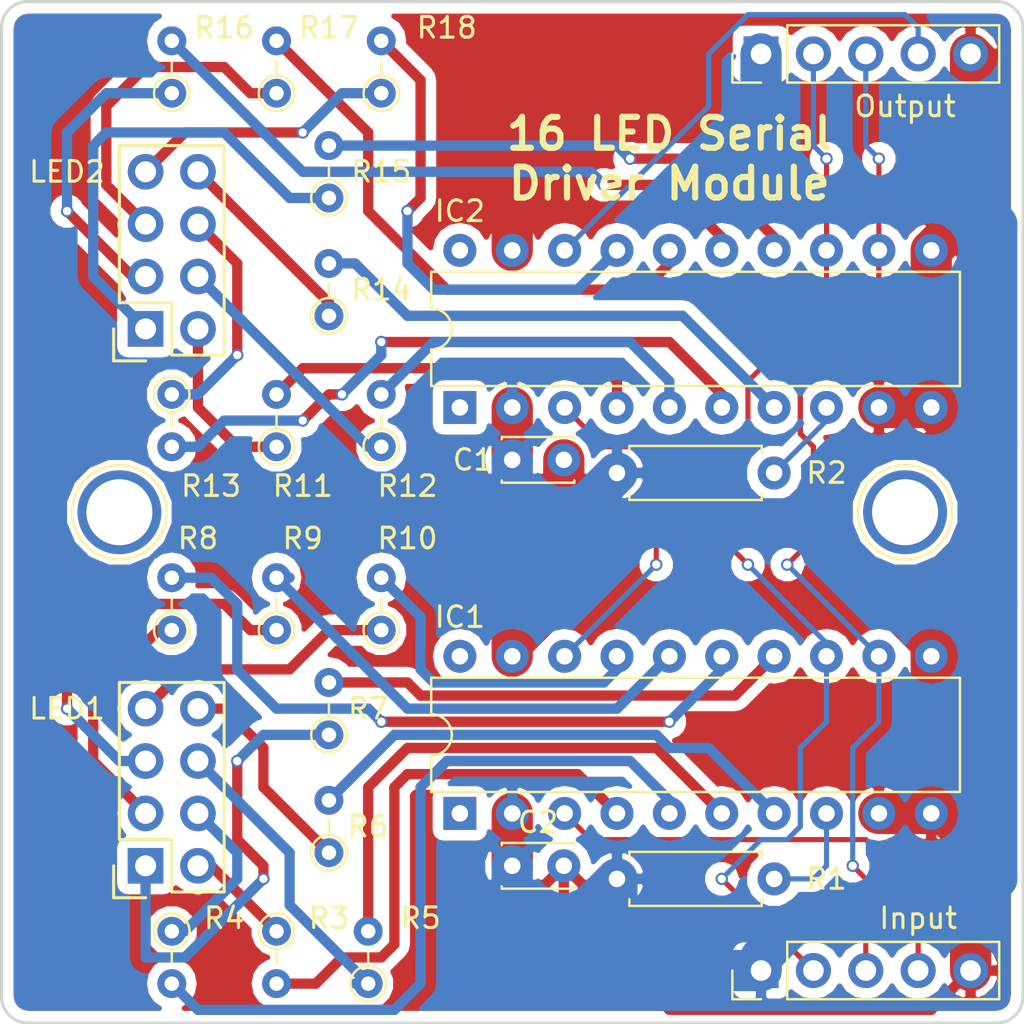
<source format=kicad_pcb>
(kicad_pcb (version 4) (host pcbnew 4.0.5)

  (general
    (links 61)
    (no_connects 0)
    (area 133.249999 94.026666 183.805 148.543333)
    (thickness 1.6)
    (drawings 13)
    (tracks 312)
    (zones 0)
    (modules 28)
    (nets 46)
  )

  (page A4)
  (layers
    (0 F.Cu signal)
    (31 B.Cu signal)
    (32 B.Adhes user hide)
    (33 F.Adhes user hide)
    (34 B.Paste user hide)
    (35 F.Paste user hide)
    (36 B.SilkS user)
    (37 F.SilkS user)
    (38 B.Mask user)
    (39 F.Mask user)
    (40 Dwgs.User user hide)
    (41 Cmts.User user hide)
    (42 Eco1.User user hide)
    (43 Eco2.User user hide)
    (44 Edge.Cuts user)
    (45 Margin user hide)
    (46 B.CrtYd user hide)
    (47 F.CrtYd user hide)
    (48 B.Fab user hide)
    (49 F.Fab user hide)
  )

  (setup
    (last_trace_width 0.25)
    (user_trace_width 0.5)
    (user_trace_width 2)
    (trace_clearance 0.2)
    (zone_clearance 0.508)
    (zone_45_only no)
    (trace_min 0.2)
    (segment_width 0.2)
    (edge_width 0.15)
    (via_size 0.6)
    (via_drill 0.4)
    (via_min_size 0.4)
    (via_min_drill 0.3)
    (uvia_size 0.3)
    (uvia_drill 0.1)
    (uvias_allowed no)
    (uvia_min_size 0.2)
    (uvia_min_drill 0.1)
    (pcb_text_width 0.3)
    (pcb_text_size 1.5 1.5)
    (mod_edge_width 0.15)
    (mod_text_size 1 1)
    (mod_text_width 0.15)
    (pad_size 4.064 4.064)
    (pad_drill 3.2)
    (pad_to_mask_clearance 0.2)
    (aux_axis_origin 0 0)
    (visible_elements FFFFFF7F)
    (pcbplotparams
      (layerselection 0x010f0_80000001)
      (usegerberextensions true)
      (excludeedgelayer true)
      (linewidth 0.100000)
      (plotframeref false)
      (viasonmask false)
      (mode 1)
      (useauxorigin true)
      (hpglpennumber 1)
      (hpglpenspeed 20)
      (hpglpendiameter 15)
      (hpglpenoverlay 2)
      (psnegative false)
      (psa4output false)
      (plotreference true)
      (plotvalue false)
      (plotinvisibletext false)
      (padsonsilk false)
      (subtractmaskfromsilk true)
      (outputformat 1)
      (mirror false)
      (drillshape 0)
      (scaleselection 1)
      (outputdirectory gerber/))
  )

  (net 0 "")
  (net 1 VCC)
  (net 2 /RCK)
  (net 3 /SRCK)
  (net 4 "Net-(BOARD_IN1-Pad4)")
  (net 5 GND)
  (net 6 "Net-(BOARD_OUT1-Pad4)")
  (net 7 "Net-(IC1-Pad1)")
  (net 8 "Net-(IC1-Pad4)")
  (net 9 "Net-(IC1-Pad14)")
  (net 10 "Net-(IC1-Pad5)")
  (net 11 "Net-(IC1-Pad15)")
  (net 12 "Net-(IC1-Pad6)")
  (net 13 "Net-(IC1-Pad16)")
  (net 14 "Net-(IC1-Pad7)")
  (net 15 "Net-(IC1-Pad17)")
  (net 16 "Net-(IC1-Pad8)")
  (net 17 "Net-(IC1-Pad18)")
  (net 18 "Net-(IC1-Pad20)")
  (net 19 "Net-(IC2-Pad1)")
  (net 20 "Net-(IC2-Pad4)")
  (net 21 "Net-(IC2-Pad14)")
  (net 22 "Net-(IC2-Pad5)")
  (net 23 "Net-(IC2-Pad15)")
  (net 24 "Net-(IC2-Pad6)")
  (net 25 "Net-(IC2-Pad16)")
  (net 26 "Net-(IC2-Pad7)")
  (net 27 "Net-(IC2-Pad17)")
  (net 28 "Net-(IC2-Pad8)")
  (net 29 "Net-(IC2-Pad20)")
  (net 30 "Net-(P1-Pad1)")
  (net 31 "Net-(P1-Pad2)")
  (net 32 "Net-(P1-Pad3)")
  (net 33 "Net-(P1-Pad4)")
  (net 34 "Net-(P1-Pad5)")
  (net 35 "Net-(P1-Pad6)")
  (net 36 "Net-(P1-Pad7)")
  (net 37 "Net-(P1-Pad8)")
  (net 38 "Net-(P2-Pad1)")
  (net 39 "Net-(P2-Pad2)")
  (net 40 "Net-(P2-Pad3)")
  (net 41 "Net-(P2-Pad4)")
  (net 42 "Net-(P2-Pad5)")
  (net 43 "Net-(P2-Pad6)")
  (net 44 "Net-(P2-Pad7)")
  (net 45 "Net-(P2-Pad8)")

  (net_class Default "This is the default net class."
    (clearance 0.2)
    (trace_width 0.25)
    (via_dia 0.6)
    (via_drill 0.4)
    (uvia_dia 0.3)
    (uvia_drill 0.1)
    (add_net /RCK)
    (add_net /SRCK)
    (add_net GND)
    (add_net "Net-(BOARD_IN1-Pad4)")
    (add_net "Net-(BOARD_OUT1-Pad4)")
    (add_net "Net-(IC1-Pad1)")
    (add_net "Net-(IC1-Pad14)")
    (add_net "Net-(IC1-Pad15)")
    (add_net "Net-(IC1-Pad16)")
    (add_net "Net-(IC1-Pad17)")
    (add_net "Net-(IC1-Pad18)")
    (add_net "Net-(IC1-Pad20)")
    (add_net "Net-(IC1-Pad4)")
    (add_net "Net-(IC1-Pad5)")
    (add_net "Net-(IC1-Pad6)")
    (add_net "Net-(IC1-Pad7)")
    (add_net "Net-(IC1-Pad8)")
    (add_net "Net-(IC2-Pad1)")
    (add_net "Net-(IC2-Pad14)")
    (add_net "Net-(IC2-Pad15)")
    (add_net "Net-(IC2-Pad16)")
    (add_net "Net-(IC2-Pad17)")
    (add_net "Net-(IC2-Pad20)")
    (add_net "Net-(IC2-Pad4)")
    (add_net "Net-(IC2-Pad5)")
    (add_net "Net-(IC2-Pad6)")
    (add_net "Net-(IC2-Pad7)")
    (add_net "Net-(IC2-Pad8)")
    (add_net "Net-(P1-Pad1)")
    (add_net "Net-(P1-Pad2)")
    (add_net "Net-(P1-Pad3)")
    (add_net "Net-(P1-Pad4)")
    (add_net "Net-(P1-Pad5)")
    (add_net "Net-(P1-Pad6)")
    (add_net "Net-(P1-Pad7)")
    (add_net "Net-(P1-Pad8)")
    (add_net "Net-(P2-Pad1)")
    (add_net "Net-(P2-Pad2)")
    (add_net "Net-(P2-Pad3)")
    (add_net "Net-(P2-Pad4)")
    (add_net "Net-(P2-Pad5)")
    (add_net "Net-(P2-Pad6)")
    (add_net "Net-(P2-Pad7)")
    (add_net "Net-(P2-Pad8)")
    (add_net VCC)
  )

  (module Housings_DIP:DIP-20_W7.62mm (layer F.Cu) (tedit 587A8209) (tstamp 587A21AE)
    (at 155.575 135.89 90)
    (descr "20-lead dip package, row spacing 7.62 mm (300 mils)")
    (tags "DIL DIP PDIP 2.54mm 7.62mm 300mil")
    (path /58792DD9)
    (fp_text reference IC1 (at 9.525 0 180) (layer F.SilkS)
      (effects (font (size 1 1) (thickness 0.15)))
    )
    (fp_text value TPIC6B595 (at 3.81 25.25 90) (layer F.Fab)
      (effects (font (size 1 1) (thickness 0.15)))
    )
    (fp_arc (start 3.81 -1.39) (end 2.81 -1.39) (angle -180) (layer F.SilkS) (width 0.12))
    (fp_line (start 1.635 -1.27) (end 6.985 -1.27) (layer F.Fab) (width 0.1))
    (fp_line (start 6.985 -1.27) (end 6.985 24.13) (layer F.Fab) (width 0.1))
    (fp_line (start 6.985 24.13) (end 0.635 24.13) (layer F.Fab) (width 0.1))
    (fp_line (start 0.635 24.13) (end 0.635 -0.27) (layer F.Fab) (width 0.1))
    (fp_line (start 0.635 -0.27) (end 1.635 -1.27) (layer F.Fab) (width 0.1))
    (fp_line (start 2.81 -1.39) (end 1.04 -1.39) (layer F.SilkS) (width 0.12))
    (fp_line (start 1.04 -1.39) (end 1.04 24.25) (layer F.SilkS) (width 0.12))
    (fp_line (start 1.04 24.25) (end 6.58 24.25) (layer F.SilkS) (width 0.12))
    (fp_line (start 6.58 24.25) (end 6.58 -1.39) (layer F.SilkS) (width 0.12))
    (fp_line (start 6.58 -1.39) (end 4.81 -1.39) (layer F.SilkS) (width 0.12))
    (fp_line (start -1.1 -1.6) (end -1.1 24.4) (layer F.CrtYd) (width 0.05))
    (fp_line (start -1.1 24.4) (end 8.7 24.4) (layer F.CrtYd) (width 0.05))
    (fp_line (start 8.7 24.4) (end 8.7 -1.6) (layer F.CrtYd) (width 0.05))
    (fp_line (start 8.7 -1.6) (end -1.1 -1.6) (layer F.CrtYd) (width 0.05))
    (pad 1 thru_hole rect (at 0 0 90) (size 1.6 1.6) (drill 0.8) (layers *.Cu *.Mask)
      (net 7 "Net-(IC1-Pad1)"))
    (pad 11 thru_hole oval (at 7.62 22.86 90) (size 1.6 1.6) (drill 0.8) (layers *.Cu *.Mask)
      (net 5 GND))
    (pad 2 thru_hole oval (at 0 2.54 90) (size 1.6 1.6) (drill 0.8) (layers *.Cu *.Mask)
      (net 1 VCC))
    (pad 12 thru_hole oval (at 7.62 20.32 90) (size 1.6 1.6) (drill 0.8) (layers *.Cu *.Mask)
      (net 2 /RCK))
    (pad 3 thru_hole oval (at 0 5.08 90) (size 1.6 1.6) (drill 0.8) (layers *.Cu *.Mask)
      (net 4 "Net-(BOARD_IN1-Pad4)"))
    (pad 13 thru_hole oval (at 7.62 17.78 90) (size 1.6 1.6) (drill 0.8) (layers *.Cu *.Mask)
      (net 3 /SRCK))
    (pad 4 thru_hole oval (at 0 7.62 90) (size 1.6 1.6) (drill 0.8) (layers *.Cu *.Mask)
      (net 8 "Net-(IC1-Pad4)"))
    (pad 14 thru_hole oval (at 7.62 15.24 90) (size 1.6 1.6) (drill 0.8) (layers *.Cu *.Mask)
      (net 9 "Net-(IC1-Pad14)"))
    (pad 5 thru_hole oval (at 0 10.16 90) (size 1.6 1.6) (drill 0.8) (layers *.Cu *.Mask)
      (net 10 "Net-(IC1-Pad5)"))
    (pad 15 thru_hole oval (at 7.62 12.7 90) (size 1.6 1.6) (drill 0.8) (layers *.Cu *.Mask)
      (net 11 "Net-(IC1-Pad15)"))
    (pad 6 thru_hole oval (at 0 12.7 90) (size 1.6 1.6) (drill 0.8) (layers *.Cu *.Mask)
      (net 12 "Net-(IC1-Pad6)"))
    (pad 16 thru_hole oval (at 7.62 10.16 90) (size 1.6 1.6) (drill 0.8) (layers *.Cu *.Mask)
      (net 13 "Net-(IC1-Pad16)"))
    (pad 7 thru_hole oval (at 0 15.24 90) (size 1.6 1.6) (drill 0.8) (layers *.Cu *.Mask)
      (net 14 "Net-(IC1-Pad7)"))
    (pad 17 thru_hole oval (at 7.62 7.62 90) (size 1.6 1.6) (drill 0.8) (layers *.Cu *.Mask)
      (net 15 "Net-(IC1-Pad17)"))
    (pad 8 thru_hole oval (at 0 17.78 90) (size 1.6 1.6) (drill 0.8) (layers *.Cu *.Mask)
      (net 16 "Net-(IC1-Pad8)"))
    (pad 18 thru_hole oval (at 7.62 5.08 90) (size 1.6 1.6) (drill 0.8) (layers *.Cu *.Mask)
      (net 17 "Net-(IC1-Pad18)"))
    (pad 9 thru_hole oval (at 0 20.32 90) (size 1.6 1.6) (drill 0.8) (layers *.Cu *.Mask)
      (net 5 GND))
    (pad 19 thru_hole oval (at 7.62 2.54 90) (size 1.6 1.6) (drill 0.8) (layers *.Cu *.Mask)
      (net 5 GND))
    (pad 10 thru_hole oval (at 0 22.86 90) (size 1.6 1.6) (drill 0.8) (layers *.Cu *.Mask)
      (net 5 GND))
    (pad 20 thru_hole oval (at 7.62 0 90) (size 1.6 1.6) (drill 0.8) (layers *.Cu *.Mask)
      (net 18 "Net-(IC1-Pad20)"))
    (model Housings_DIP.3dshapes/DIP-20_W7.62mm.wrl
      (at (xyz 0 0 0))
      (scale (xyz 1 1 1))
      (rotate (xyz 0 0 0))
    )
  )

  (module Resistors_ThroughHole:R_Axial_DIN0204_L3.6mm_D1.6mm_P2.54mm_Vertical (layer F.Cu) (tedit 587A83F8) (tstamp 587A236C)
    (at 151.13 144.145 90)
    (descr "Resistor, Axial_DIN0204 series, Axial, Vertical, pin pitch=2.54mm, 0.16666666666666666W = 1/6W, length*diameter=3.6*1.6mm^2, http://cdn-reichelt.de/documents/datenblatt/B400/1_4W%23YAG.pdf")
    (tags "Resistor Axial_DIN0204 series Axial Vertical pin pitch 2.54mm 0.16666666666666666W = 1/6W length 3.6mm diameter 1.6mm")
    (path /587A2505)
    (fp_text reference R5 (at 3.175 2.54 180) (layer F.SilkS)
      (effects (font (size 1 1) (thickness 0.15)))
    )
    (fp_text value 100 (at 1.27 1.86 90) (layer F.Fab)
      (effects (font (size 1 1) (thickness 0.15)))
    )
    (fp_circle (center 0 0) (end 0.8 0) (layer F.Fab) (width 0.1))
    (fp_circle (center 0 0) (end 0.86 0) (layer F.SilkS) (width 0.12))
    (fp_line (start 0 0) (end 2.54 0) (layer F.Fab) (width 0.1))
    (fp_line (start 0.86 0) (end 1.54 0) (layer F.SilkS) (width 0.12))
    (fp_line (start -1.15 -1.15) (end -1.15 1.15) (layer F.CrtYd) (width 0.05))
    (fp_line (start -1.15 1.15) (end 3.55 1.15) (layer F.CrtYd) (width 0.05))
    (fp_line (start 3.55 1.15) (end 3.55 -1.15) (layer F.CrtYd) (width 0.05))
    (fp_line (start 3.55 -1.15) (end -1.15 -1.15) (layer F.CrtYd) (width 0.05))
    (pad 1 thru_hole circle (at 0 0 90) (size 1.4 1.4) (drill 0.7) (layers *.Cu *.Mask)
      (net 35 "Net-(P1-Pad6)"))
    (pad 2 thru_hole oval (at 2.54 0 90) (size 1.4 1.4) (drill 0.7) (layers *.Cu *.Mask)
      (net 12 "Net-(IC1-Pad6)"))
    (model Resistors_ThroughHole.3dshapes/R_Axial_DIN0204_L3.6mm_D1.6mm_P2.54mm_Vertical.wrl
      (at (xyz 0 0 0))
      (scale (xyz 0.393701 0.393701 0.393701))
      (rotate (xyz 0 0 0))
    )
  )

  (module Pin_Headers:Pin_Header_Straight_1x05_Pitch2.54mm (layer F.Cu) (tedit 587A81E1) (tstamp 587A2148)
    (at 170.18 143.51 90)
    (descr "Through hole straight pin header, 1x05, 2.54mm pitch, single row")
    (tags "Through hole pin header THT 1x05 2.54mm single row")
    (path /58793B1E)
    (fp_text reference Input (at 2.54 7.62 180) (layer F.SilkS)
      (effects (font (size 1 1) (thickness 0.15)))
    )
    (fp_text value CONN_01X05 (at 0 12.55 90) (layer F.Fab)
      (effects (font (size 1 1) (thickness 0.15)))
    )
    (fp_line (start -1.27 -1.27) (end -1.27 11.43) (layer F.Fab) (width 0.1))
    (fp_line (start -1.27 11.43) (end 1.27 11.43) (layer F.Fab) (width 0.1))
    (fp_line (start 1.27 11.43) (end 1.27 -1.27) (layer F.Fab) (width 0.1))
    (fp_line (start 1.27 -1.27) (end -1.27 -1.27) (layer F.Fab) (width 0.1))
    (fp_line (start -1.39 1.27) (end -1.39 11.55) (layer F.SilkS) (width 0.12))
    (fp_line (start -1.39 11.55) (end 1.39 11.55) (layer F.SilkS) (width 0.12))
    (fp_line (start 1.39 11.55) (end 1.39 1.27) (layer F.SilkS) (width 0.12))
    (fp_line (start 1.39 1.27) (end -1.39 1.27) (layer F.SilkS) (width 0.12))
    (fp_line (start -1.39 0) (end -1.39 -1.39) (layer F.SilkS) (width 0.12))
    (fp_line (start -1.39 -1.39) (end 0 -1.39) (layer F.SilkS) (width 0.12))
    (fp_line (start -1.6 -1.6) (end -1.6 11.7) (layer F.CrtYd) (width 0.05))
    (fp_line (start -1.6 11.7) (end 1.6 11.7) (layer F.CrtYd) (width 0.05))
    (fp_line (start 1.6 11.7) (end 1.6 -1.6) (layer F.CrtYd) (width 0.05))
    (fp_line (start 1.6 -1.6) (end -1.6 -1.6) (layer F.CrtYd) (width 0.05))
    (pad 1 thru_hole rect (at 0 0 90) (size 1.7 1.7) (drill 1) (layers *.Cu *.Mask)
      (net 1 VCC))
    (pad 2 thru_hole oval (at 0 2.54 90) (size 1.7 1.7) (drill 1) (layers *.Cu *.Mask)
      (net 3 /SRCK))
    (pad 3 thru_hole oval (at 0 5.08 90) (size 1.7 1.7) (drill 1) (layers *.Cu *.Mask)
      (net 2 /RCK))
    (pad 4 thru_hole oval (at 0 7.62 90) (size 1.7 1.7) (drill 1) (layers *.Cu *.Mask)
      (net 4 "Net-(BOARD_IN1-Pad4)"))
    (pad 5 thru_hole oval (at 0 10.16 90) (size 1.7 1.7) (drill 1) (layers *.Cu *.Mask)
      (net 5 GND))
    (model Pin_Headers.3dshapes/Pin_Header_Straight_1x05_Pitch2.54mm.wrl
      (at (xyz 0 -0.2 0))
      (scale (xyz 1 1 1))
      (rotate (xyz 0 0 90))
    )
  )

  (module Pin_Headers:Pin_Header_Straight_1x05_Pitch2.54mm (layer F.Cu) (tedit 587A81F1) (tstamp 587A215F)
    (at 170.18 99.06 90)
    (descr "Through hole straight pin header, 1x05, 2.54mm pitch, single row")
    (tags "Through hole pin header THT 1x05 2.54mm single row")
    (path /58795CC1)
    (fp_text reference Output (at -2.54 6.985 180) (layer F.SilkS)
      (effects (font (size 1 1) (thickness 0.15)))
    )
    (fp_text value CONN_01X05 (at 0 12.55 90) (layer F.Fab)
      (effects (font (size 1 1) (thickness 0.15)))
    )
    (fp_line (start -1.27 -1.27) (end -1.27 11.43) (layer F.Fab) (width 0.1))
    (fp_line (start -1.27 11.43) (end 1.27 11.43) (layer F.Fab) (width 0.1))
    (fp_line (start 1.27 11.43) (end 1.27 -1.27) (layer F.Fab) (width 0.1))
    (fp_line (start 1.27 -1.27) (end -1.27 -1.27) (layer F.Fab) (width 0.1))
    (fp_line (start -1.39 1.27) (end -1.39 11.55) (layer F.SilkS) (width 0.12))
    (fp_line (start -1.39 11.55) (end 1.39 11.55) (layer F.SilkS) (width 0.12))
    (fp_line (start 1.39 11.55) (end 1.39 1.27) (layer F.SilkS) (width 0.12))
    (fp_line (start 1.39 1.27) (end -1.39 1.27) (layer F.SilkS) (width 0.12))
    (fp_line (start -1.39 0) (end -1.39 -1.39) (layer F.SilkS) (width 0.12))
    (fp_line (start -1.39 -1.39) (end 0 -1.39) (layer F.SilkS) (width 0.12))
    (fp_line (start -1.6 -1.6) (end -1.6 11.7) (layer F.CrtYd) (width 0.05))
    (fp_line (start -1.6 11.7) (end 1.6 11.7) (layer F.CrtYd) (width 0.05))
    (fp_line (start 1.6 11.7) (end 1.6 -1.6) (layer F.CrtYd) (width 0.05))
    (fp_line (start 1.6 -1.6) (end -1.6 -1.6) (layer F.CrtYd) (width 0.05))
    (pad 1 thru_hole rect (at 0 0 90) (size 1.7 1.7) (drill 1) (layers *.Cu *.Mask)
      (net 1 VCC))
    (pad 2 thru_hole oval (at 0 2.54 90) (size 1.7 1.7) (drill 1) (layers *.Cu *.Mask)
      (net 3 /SRCK))
    (pad 3 thru_hole oval (at 0 5.08 90) (size 1.7 1.7) (drill 1) (layers *.Cu *.Mask)
      (net 2 /RCK))
    (pad 4 thru_hole oval (at 0 7.62 90) (size 1.7 1.7) (drill 1) (layers *.Cu *.Mask)
      (net 6 "Net-(BOARD_OUT1-Pad4)"))
    (pad 5 thru_hole oval (at 0 10.16 90) (size 1.7 1.7) (drill 1) (layers *.Cu *.Mask)
      (net 5 GND))
    (model Pin_Headers.3dshapes/Pin_Header_Straight_1x05_Pitch2.54mm.wrl
      (at (xyz 0 -0.2 0))
      (scale (xyz 1 1 1))
      (rotate (xyz 0 0 90))
    )
  )

  (module Capacitors_ThroughHole:C_Disc_D3.4mm_W2.1mm_P2.50mm (layer F.Cu) (tedit 587A81FB) (tstamp 587A2173)
    (at 158.115 118.745)
    (descr "C, Disc series, Radial, pin pitch=2.50mm, , diameter*width=3.4*2.1mm^2, Capacitor, http://www.vishay.com/docs/45233/krseries.pdf")
    (tags "C Disc series Radial pin pitch 2.50mm  diameter 3.4mm width 2.1mm Capacitor")
    (path /58792387)
    (fp_text reference C1 (at -1.905 0) (layer F.SilkS)
      (effects (font (size 1 1) (thickness 0.15)))
    )
    (fp_text value 0.1uF (at 1.25 2.11) (layer F.Fab)
      (effects (font (size 1 1) (thickness 0.15)))
    )
    (fp_line (start -0.45 -1.05) (end -0.45 1.05) (layer F.Fab) (width 0.1))
    (fp_line (start -0.45 1.05) (end 2.95 1.05) (layer F.Fab) (width 0.1))
    (fp_line (start 2.95 1.05) (end 2.95 -1.05) (layer F.Fab) (width 0.1))
    (fp_line (start 2.95 -1.05) (end -0.45 -1.05) (layer F.Fab) (width 0.1))
    (fp_line (start -0.51 -1.11) (end 3.01 -1.11) (layer F.SilkS) (width 0.12))
    (fp_line (start -0.51 1.11) (end 3.01 1.11) (layer F.SilkS) (width 0.12))
    (fp_line (start -0.51 -1.11) (end -0.51 -0.996) (layer F.SilkS) (width 0.12))
    (fp_line (start -0.51 0.996) (end -0.51 1.11) (layer F.SilkS) (width 0.12))
    (fp_line (start 3.01 -1.11) (end 3.01 -0.996) (layer F.SilkS) (width 0.12))
    (fp_line (start 3.01 0.996) (end 3.01 1.11) (layer F.SilkS) (width 0.12))
    (fp_line (start -1.05 -1.4) (end -1.05 1.4) (layer F.CrtYd) (width 0.05))
    (fp_line (start -1.05 1.4) (end 3.55 1.4) (layer F.CrtYd) (width 0.05))
    (fp_line (start 3.55 1.4) (end 3.55 -1.4) (layer F.CrtYd) (width 0.05))
    (fp_line (start 3.55 -1.4) (end -1.05 -1.4) (layer F.CrtYd) (width 0.05))
    (pad 1 thru_hole circle (at 0 0) (size 1.6 1.6) (drill 0.8) (layers *.Cu *.Mask)
      (net 1 VCC))
    (pad 2 thru_hole circle (at 2.5 0) (size 1.6 1.6) (drill 0.8) (layers *.Cu *.Mask)
      (net 5 GND))
    (model Capacitors_ThroughHole.3dshapes/C_Disc_D3.4mm_W2.1mm_P2.50mm.wrl
      (at (xyz 0 0 0))
      (scale (xyz 0.393701 0.393701 0.393701))
      (rotate (xyz 0 0 0))
    )
  )

  (module Capacitors_ThroughHole:C_Disc_D3.4mm_W2.1mm_P2.50mm (layer F.Cu) (tedit 58765D06) (tstamp 587A2187)
    (at 158.115 138.43)
    (descr "C, Disc series, Radial, pin pitch=2.50mm, , diameter*width=3.4*2.1mm^2, Capacitor, http://www.vishay.com/docs/45233/krseries.pdf")
    (tags "C Disc series Radial pin pitch 2.50mm  diameter 3.4mm width 2.1mm Capacitor")
    (path /587950BD)
    (fp_text reference C2 (at 1.25 -2.11) (layer F.SilkS)
      (effects (font (size 1 1) (thickness 0.15)))
    )
    (fp_text value 0.1uF (at 1.25 2.11) (layer F.Fab)
      (effects (font (size 1 1) (thickness 0.15)))
    )
    (fp_line (start -0.45 -1.05) (end -0.45 1.05) (layer F.Fab) (width 0.1))
    (fp_line (start -0.45 1.05) (end 2.95 1.05) (layer F.Fab) (width 0.1))
    (fp_line (start 2.95 1.05) (end 2.95 -1.05) (layer F.Fab) (width 0.1))
    (fp_line (start 2.95 -1.05) (end -0.45 -1.05) (layer F.Fab) (width 0.1))
    (fp_line (start -0.51 -1.11) (end 3.01 -1.11) (layer F.SilkS) (width 0.12))
    (fp_line (start -0.51 1.11) (end 3.01 1.11) (layer F.SilkS) (width 0.12))
    (fp_line (start -0.51 -1.11) (end -0.51 -0.996) (layer F.SilkS) (width 0.12))
    (fp_line (start -0.51 0.996) (end -0.51 1.11) (layer F.SilkS) (width 0.12))
    (fp_line (start 3.01 -1.11) (end 3.01 -0.996) (layer F.SilkS) (width 0.12))
    (fp_line (start 3.01 0.996) (end 3.01 1.11) (layer F.SilkS) (width 0.12))
    (fp_line (start -1.05 -1.4) (end -1.05 1.4) (layer F.CrtYd) (width 0.05))
    (fp_line (start -1.05 1.4) (end 3.55 1.4) (layer F.CrtYd) (width 0.05))
    (fp_line (start 3.55 1.4) (end 3.55 -1.4) (layer F.CrtYd) (width 0.05))
    (fp_line (start 3.55 -1.4) (end -1.05 -1.4) (layer F.CrtYd) (width 0.05))
    (pad 1 thru_hole circle (at 0 0) (size 1.6 1.6) (drill 0.8) (layers *.Cu *.Mask)
      (net 1 VCC))
    (pad 2 thru_hole circle (at 2.5 0) (size 1.6 1.6) (drill 0.8) (layers *.Cu *.Mask)
      (net 5 GND))
    (model Capacitors_ThroughHole.3dshapes/C_Disc_D3.4mm_W2.1mm_P2.50mm.wrl
      (at (xyz 0 0 0))
      (scale (xyz 0.393701 0.393701 0.393701))
      (rotate (xyz 0 0 0))
    )
  )

  (module Housings_DIP:DIP-20_W7.62mm (layer F.Cu) (tedit 587A8201) (tstamp 587A21D5)
    (at 155.575 116.205 90)
    (descr "20-lead dip package, row spacing 7.62 mm (300 mils)")
    (tags "DIL DIP PDIP 2.54mm 7.62mm 300mil")
    (path /587950C6)
    (fp_text reference IC2 (at 9.525 0 180) (layer F.SilkS)
      (effects (font (size 1 1) (thickness 0.15)))
    )
    (fp_text value TPIC6B595 (at 3.81 25.25 90) (layer F.Fab)
      (effects (font (size 1 1) (thickness 0.15)))
    )
    (fp_arc (start 3.81 -1.39) (end 2.81 -1.39) (angle -180) (layer F.SilkS) (width 0.12))
    (fp_line (start 1.635 -1.27) (end 6.985 -1.27) (layer F.Fab) (width 0.1))
    (fp_line (start 6.985 -1.27) (end 6.985 24.13) (layer F.Fab) (width 0.1))
    (fp_line (start 6.985 24.13) (end 0.635 24.13) (layer F.Fab) (width 0.1))
    (fp_line (start 0.635 24.13) (end 0.635 -0.27) (layer F.Fab) (width 0.1))
    (fp_line (start 0.635 -0.27) (end 1.635 -1.27) (layer F.Fab) (width 0.1))
    (fp_line (start 2.81 -1.39) (end 1.04 -1.39) (layer F.SilkS) (width 0.12))
    (fp_line (start 1.04 -1.39) (end 1.04 24.25) (layer F.SilkS) (width 0.12))
    (fp_line (start 1.04 24.25) (end 6.58 24.25) (layer F.SilkS) (width 0.12))
    (fp_line (start 6.58 24.25) (end 6.58 -1.39) (layer F.SilkS) (width 0.12))
    (fp_line (start 6.58 -1.39) (end 4.81 -1.39) (layer F.SilkS) (width 0.12))
    (fp_line (start -1.1 -1.6) (end -1.1 24.4) (layer F.CrtYd) (width 0.05))
    (fp_line (start -1.1 24.4) (end 8.7 24.4) (layer F.CrtYd) (width 0.05))
    (fp_line (start 8.7 24.4) (end 8.7 -1.6) (layer F.CrtYd) (width 0.05))
    (fp_line (start 8.7 -1.6) (end -1.1 -1.6) (layer F.CrtYd) (width 0.05))
    (pad 1 thru_hole rect (at 0 0 90) (size 1.6 1.6) (drill 0.8) (layers *.Cu *.Mask)
      (net 19 "Net-(IC2-Pad1)"))
    (pad 11 thru_hole oval (at 7.62 22.86 90) (size 1.6 1.6) (drill 0.8) (layers *.Cu *.Mask)
      (net 5 GND))
    (pad 2 thru_hole oval (at 0 2.54 90) (size 1.6 1.6) (drill 0.8) (layers *.Cu *.Mask)
      (net 1 VCC))
    (pad 12 thru_hole oval (at 7.62 20.32 90) (size 1.6 1.6) (drill 0.8) (layers *.Cu *.Mask)
      (net 2 /RCK))
    (pad 3 thru_hole oval (at 0 5.08 90) (size 1.6 1.6) (drill 0.8) (layers *.Cu *.Mask)
      (net 17 "Net-(IC1-Pad18)"))
    (pad 13 thru_hole oval (at 7.62 17.78 90) (size 1.6 1.6) (drill 0.8) (layers *.Cu *.Mask)
      (net 3 /SRCK))
    (pad 4 thru_hole oval (at 0 7.62 90) (size 1.6 1.6) (drill 0.8) (layers *.Cu *.Mask)
      (net 20 "Net-(IC2-Pad4)"))
    (pad 14 thru_hole oval (at 7.62 15.24 90) (size 1.6 1.6) (drill 0.8) (layers *.Cu *.Mask)
      (net 21 "Net-(IC2-Pad14)"))
    (pad 5 thru_hole oval (at 0 10.16 90) (size 1.6 1.6) (drill 0.8) (layers *.Cu *.Mask)
      (net 22 "Net-(IC2-Pad5)"))
    (pad 15 thru_hole oval (at 7.62 12.7 90) (size 1.6 1.6) (drill 0.8) (layers *.Cu *.Mask)
      (net 23 "Net-(IC2-Pad15)"))
    (pad 6 thru_hole oval (at 0 12.7 90) (size 1.6 1.6) (drill 0.8) (layers *.Cu *.Mask)
      (net 24 "Net-(IC2-Pad6)"))
    (pad 16 thru_hole oval (at 7.62 10.16 90) (size 1.6 1.6) (drill 0.8) (layers *.Cu *.Mask)
      (net 25 "Net-(IC2-Pad16)"))
    (pad 7 thru_hole oval (at 0 15.24 90) (size 1.6 1.6) (drill 0.8) (layers *.Cu *.Mask)
      (net 26 "Net-(IC2-Pad7)"))
    (pad 17 thru_hole oval (at 7.62 7.62 90) (size 1.6 1.6) (drill 0.8) (layers *.Cu *.Mask)
      (net 27 "Net-(IC2-Pad17)"))
    (pad 8 thru_hole oval (at 0 17.78 90) (size 1.6 1.6) (drill 0.8) (layers *.Cu *.Mask)
      (net 28 "Net-(IC2-Pad8)"))
    (pad 18 thru_hole oval (at 7.62 5.08 90) (size 1.6 1.6) (drill 0.8) (layers *.Cu *.Mask)
      (net 6 "Net-(BOARD_OUT1-Pad4)"))
    (pad 9 thru_hole oval (at 0 20.32 90) (size 1.6 1.6) (drill 0.8) (layers *.Cu *.Mask)
      (net 5 GND))
    (pad 19 thru_hole oval (at 7.62 2.54 90) (size 1.6 1.6) (drill 0.8) (layers *.Cu *.Mask)
      (net 5 GND))
    (pad 10 thru_hole oval (at 0 22.86 90) (size 1.6 1.6) (drill 0.8) (layers *.Cu *.Mask)
      (net 5 GND))
    (pad 20 thru_hole oval (at 7.62 0 90) (size 1.6 1.6) (drill 0.8) (layers *.Cu *.Mask)
      (net 29 "Net-(IC2-Pad20)"))
    (model Housings_DIP.3dshapes/DIP-20_W7.62mm.wrl
      (at (xyz 0 0 0))
      (scale (xyz 1 1 1))
      (rotate (xyz 0 0 0))
    )
  )

  (module Socket_Strips:Socket_Strip_Straight_2x04 (layer F.Cu) (tedit 587A82B3) (tstamp 587A21ED)
    (at 140.335 138.43 90)
    (descr "Through hole socket strip")
    (tags "socket strip")
    (path /58796F1B)
    (fp_text reference LED1 (at 7.62 -3.81 180) (layer F.SilkS)
      (effects (font (size 1 1) (thickness 0.15)))
    )
    (fp_text value CONN_02X04 (at 0 -3.1 90) (layer F.Fab)
      (effects (font (size 1 1) (thickness 0.15)))
    )
    (fp_line (start -1.75 -1.75) (end -1.75 4.3) (layer F.CrtYd) (width 0.05))
    (fp_line (start 9.4 -1.75) (end 9.4 4.3) (layer F.CrtYd) (width 0.05))
    (fp_line (start -1.75 -1.75) (end 9.4 -1.75) (layer F.CrtYd) (width 0.05))
    (fp_line (start -1.75 4.3) (end 9.4 4.3) (layer F.CrtYd) (width 0.05))
    (fp_line (start 1.27 -1.27) (end 8.89 -1.27) (layer F.SilkS) (width 0.15))
    (fp_line (start 8.89 -1.27) (end 8.89 3.81) (layer F.SilkS) (width 0.15))
    (fp_line (start 8.89 3.81) (end -1.27 3.81) (layer F.SilkS) (width 0.15))
    (fp_line (start -1.27 3.81) (end -1.27 1.27) (layer F.SilkS) (width 0.15))
    (fp_line (start 0 -1.55) (end -1.55 -1.55) (layer F.SilkS) (width 0.15))
    (fp_line (start -1.27 1.27) (end 1.27 1.27) (layer F.SilkS) (width 0.15))
    (fp_line (start 1.27 1.27) (end 1.27 -1.27) (layer F.SilkS) (width 0.15))
    (fp_line (start -1.55 -1.55) (end -1.55 0) (layer F.SilkS) (width 0.15))
    (pad 1 thru_hole rect (at 0 0 90) (size 1.7272 1.7272) (drill 1.016) (layers *.Cu *.Mask)
      (net 30 "Net-(P1-Pad1)"))
    (pad 2 thru_hole oval (at 0 2.54 90) (size 1.7272 1.7272) (drill 1.016) (layers *.Cu *.Mask)
      (net 31 "Net-(P1-Pad2)"))
    (pad 3 thru_hole oval (at 2.54 0 90) (size 1.7272 1.7272) (drill 1.016) (layers *.Cu *.Mask)
      (net 32 "Net-(P1-Pad3)"))
    (pad 4 thru_hole oval (at 2.54 2.54 90) (size 1.7272 1.7272) (drill 1.016) (layers *.Cu *.Mask)
      (net 33 "Net-(P1-Pad4)"))
    (pad 5 thru_hole oval (at 5.08 0 90) (size 1.7272 1.7272) (drill 1.016) (layers *.Cu *.Mask)
      (net 34 "Net-(P1-Pad5)"))
    (pad 6 thru_hole oval (at 5.08 2.54 90) (size 1.7272 1.7272) (drill 1.016) (layers *.Cu *.Mask)
      (net 35 "Net-(P1-Pad6)"))
    (pad 7 thru_hole oval (at 7.62 0 90) (size 1.7272 1.7272) (drill 1.016) (layers *.Cu *.Mask)
      (net 36 "Net-(P1-Pad7)"))
    (pad 8 thru_hole oval (at 7.62 2.54 90) (size 1.7272 1.7272) (drill 1.016) (layers *.Cu *.Mask)
      (net 37 "Net-(P1-Pad8)"))
    (model Socket_Strips.3dshapes/Socket_Strip_Straight_2x04.wrl
      (at (xyz 0.15 -0.05 0))
      (scale (xyz 1 1 1))
      (rotate (xyz 0 0 180))
    )
  )

  (module Socket_Strips:Socket_Strip_Straight_2x04 (layer F.Cu) (tedit 587A82A4) (tstamp 587A2205)
    (at 140.335 112.395 90)
    (descr "Through hole socket strip")
    (tags "socket strip")
    (path /587A34C0)
    (fp_text reference LED2 (at 7.62 -3.81 180) (layer F.SilkS)
      (effects (font (size 1 1) (thickness 0.15)))
    )
    (fp_text value CONN_02X04 (at 0 -3.1 90) (layer F.Fab)
      (effects (font (size 1 1) (thickness 0.15)))
    )
    (fp_line (start -1.75 -1.75) (end -1.75 4.3) (layer F.CrtYd) (width 0.05))
    (fp_line (start 9.4 -1.75) (end 9.4 4.3) (layer F.CrtYd) (width 0.05))
    (fp_line (start -1.75 -1.75) (end 9.4 -1.75) (layer F.CrtYd) (width 0.05))
    (fp_line (start -1.75 4.3) (end 9.4 4.3) (layer F.CrtYd) (width 0.05))
    (fp_line (start 1.27 -1.27) (end 8.89 -1.27) (layer F.SilkS) (width 0.15))
    (fp_line (start 8.89 -1.27) (end 8.89 3.81) (layer F.SilkS) (width 0.15))
    (fp_line (start 8.89 3.81) (end -1.27 3.81) (layer F.SilkS) (width 0.15))
    (fp_line (start -1.27 3.81) (end -1.27 1.27) (layer F.SilkS) (width 0.15))
    (fp_line (start 0 -1.55) (end -1.55 -1.55) (layer F.SilkS) (width 0.15))
    (fp_line (start -1.27 1.27) (end 1.27 1.27) (layer F.SilkS) (width 0.15))
    (fp_line (start 1.27 1.27) (end 1.27 -1.27) (layer F.SilkS) (width 0.15))
    (fp_line (start -1.55 -1.55) (end -1.55 0) (layer F.SilkS) (width 0.15))
    (pad 1 thru_hole rect (at 0 0 90) (size 1.7272 1.7272) (drill 1.016) (layers *.Cu *.Mask)
      (net 38 "Net-(P2-Pad1)"))
    (pad 2 thru_hole oval (at 0 2.54 90) (size 1.7272 1.7272) (drill 1.016) (layers *.Cu *.Mask)
      (net 39 "Net-(P2-Pad2)"))
    (pad 3 thru_hole oval (at 2.54 0 90) (size 1.7272 1.7272) (drill 1.016) (layers *.Cu *.Mask)
      (net 40 "Net-(P2-Pad3)"))
    (pad 4 thru_hole oval (at 2.54 2.54 90) (size 1.7272 1.7272) (drill 1.016) (layers *.Cu *.Mask)
      (net 41 "Net-(P2-Pad4)"))
    (pad 5 thru_hole oval (at 5.08 0 90) (size 1.7272 1.7272) (drill 1.016) (layers *.Cu *.Mask)
      (net 42 "Net-(P2-Pad5)"))
    (pad 6 thru_hole oval (at 5.08 2.54 90) (size 1.7272 1.7272) (drill 1.016) (layers *.Cu *.Mask)
      (net 43 "Net-(P2-Pad6)"))
    (pad 7 thru_hole oval (at 7.62 0 90) (size 1.7272 1.7272) (drill 1.016) (layers *.Cu *.Mask)
      (net 44 "Net-(P2-Pad7)"))
    (pad 8 thru_hole oval (at 7.62 2.54 90) (size 1.7272 1.7272) (drill 1.016) (layers *.Cu *.Mask)
      (net 45 "Net-(P2-Pad8)"))
    (model Socket_Strips.3dshapes/Socket_Strip_Straight_2x04.wrl
      (at (xyz 0.15 -0.05 0))
      (scale (xyz 1 1 1))
      (rotate (xyz 0 0 180))
    )
  )

  (module Resistors_ThroughHole:R_Axial_DIN0207_L6.3mm_D2.5mm_P7.62mm_Horizontal (layer F.Cu) (tedit 587A820E) (tstamp 587A221B)
    (at 170.815 139.065 180)
    (descr "Resistor, Axial_DIN0207 series, Axial, Horizontal, pin pitch=7.62mm, 0.25W = 1/4W, length*diameter=6.3*2.5mm^2, http://cdn-reichelt.de/documents/datenblatt/B400/1_4W%23YAG.pdf")
    (tags "Resistor Axial_DIN0207 series Axial Horizontal pin pitch 7.62mm 0.25W = 1/4W length 6.3mm diameter 2.5mm")
    (path /587931AA)
    (fp_text reference R1 (at -2.54 0 180) (layer F.SilkS)
      (effects (font (size 1 1) (thickness 0.15)))
    )
    (fp_text value 10k (at 3.81 2.31 180) (layer F.Fab)
      (effects (font (size 1 1) (thickness 0.15)))
    )
    (fp_line (start 0.66 -1.25) (end 0.66 1.25) (layer F.Fab) (width 0.1))
    (fp_line (start 0.66 1.25) (end 6.96 1.25) (layer F.Fab) (width 0.1))
    (fp_line (start 6.96 1.25) (end 6.96 -1.25) (layer F.Fab) (width 0.1))
    (fp_line (start 6.96 -1.25) (end 0.66 -1.25) (layer F.Fab) (width 0.1))
    (fp_line (start 0 0) (end 0.66 0) (layer F.Fab) (width 0.1))
    (fp_line (start 7.62 0) (end 6.96 0) (layer F.Fab) (width 0.1))
    (fp_line (start 0.6 -0.98) (end 0.6 -1.31) (layer F.SilkS) (width 0.12))
    (fp_line (start 0.6 -1.31) (end 7.02 -1.31) (layer F.SilkS) (width 0.12))
    (fp_line (start 7.02 -1.31) (end 7.02 -0.98) (layer F.SilkS) (width 0.12))
    (fp_line (start 0.6 0.98) (end 0.6 1.31) (layer F.SilkS) (width 0.12))
    (fp_line (start 0.6 1.31) (end 7.02 1.31) (layer F.SilkS) (width 0.12))
    (fp_line (start 7.02 1.31) (end 7.02 0.98) (layer F.SilkS) (width 0.12))
    (fp_line (start -1.05 -1.6) (end -1.05 1.6) (layer F.CrtYd) (width 0.05))
    (fp_line (start -1.05 1.6) (end 8.7 1.6) (layer F.CrtYd) (width 0.05))
    (fp_line (start 8.7 1.6) (end 8.7 -1.6) (layer F.CrtYd) (width 0.05))
    (fp_line (start 8.7 -1.6) (end -1.05 -1.6) (layer F.CrtYd) (width 0.05))
    (pad 1 thru_hole circle (at 0 0 180) (size 1.6 1.6) (drill 0.8) (layers *.Cu *.Mask)
      (net 16 "Net-(IC1-Pad8)"))
    (pad 2 thru_hole oval (at 7.62 0 180) (size 1.6 1.6) (drill 0.8) (layers *.Cu *.Mask)
      (net 1 VCC))
    (model Resistors_ThroughHole.3dshapes/R_Axial_DIN0207_L6.3mm_D2.5mm_P7.62mm_Horizontal.wrl
      (at (xyz 0 0 0))
      (scale (xyz 0.393701 0.393701 0.393701))
      (rotate (xyz 0 0 0))
    )
  )

  (module Resistors_ThroughHole:R_Axial_DIN0207_L6.3mm_D2.5mm_P7.62mm_Horizontal (layer F.Cu) (tedit 587A8211) (tstamp 587A2231)
    (at 170.815 119.38 180)
    (descr "Resistor, Axial_DIN0207 series, Axial, Horizontal, pin pitch=7.62mm, 0.25W = 1/4W, length*diameter=6.3*2.5mm^2, http://cdn-reichelt.de/documents/datenblatt/B400/1_4W%23YAG.pdf")
    (tags "Resistor Axial_DIN0207 series Axial Horizontal pin pitch 7.62mm 0.25W = 1/4W length 6.3mm diameter 2.5mm")
    (path /587950CE)
    (fp_text reference R2 (at -2.54 0 180) (layer F.SilkS)
      (effects (font (size 1 1) (thickness 0.15)))
    )
    (fp_text value 10k (at 3.81 2.31 180) (layer F.Fab)
      (effects (font (size 1 1) (thickness 0.15)))
    )
    (fp_line (start 0.66 -1.25) (end 0.66 1.25) (layer F.Fab) (width 0.1))
    (fp_line (start 0.66 1.25) (end 6.96 1.25) (layer F.Fab) (width 0.1))
    (fp_line (start 6.96 1.25) (end 6.96 -1.25) (layer F.Fab) (width 0.1))
    (fp_line (start 6.96 -1.25) (end 0.66 -1.25) (layer F.Fab) (width 0.1))
    (fp_line (start 0 0) (end 0.66 0) (layer F.Fab) (width 0.1))
    (fp_line (start 7.62 0) (end 6.96 0) (layer F.Fab) (width 0.1))
    (fp_line (start 0.6 -0.98) (end 0.6 -1.31) (layer F.SilkS) (width 0.12))
    (fp_line (start 0.6 -1.31) (end 7.02 -1.31) (layer F.SilkS) (width 0.12))
    (fp_line (start 7.02 -1.31) (end 7.02 -0.98) (layer F.SilkS) (width 0.12))
    (fp_line (start 0.6 0.98) (end 0.6 1.31) (layer F.SilkS) (width 0.12))
    (fp_line (start 0.6 1.31) (end 7.02 1.31) (layer F.SilkS) (width 0.12))
    (fp_line (start 7.02 1.31) (end 7.02 0.98) (layer F.SilkS) (width 0.12))
    (fp_line (start -1.05 -1.6) (end -1.05 1.6) (layer F.CrtYd) (width 0.05))
    (fp_line (start -1.05 1.6) (end 8.7 1.6) (layer F.CrtYd) (width 0.05))
    (fp_line (start 8.7 1.6) (end 8.7 -1.6) (layer F.CrtYd) (width 0.05))
    (fp_line (start 8.7 -1.6) (end -1.05 -1.6) (layer F.CrtYd) (width 0.05))
    (pad 1 thru_hole circle (at 0 0 180) (size 1.6 1.6) (drill 0.8) (layers *.Cu *.Mask)
      (net 28 "Net-(IC2-Pad8)"))
    (pad 2 thru_hole oval (at 7.62 0 180) (size 1.6 1.6) (drill 0.8) (layers *.Cu *.Mask)
      (net 1 VCC))
    (model Resistors_ThroughHole.3dshapes/R_Axial_DIN0207_L6.3mm_D2.5mm_P7.62mm_Horizontal.wrl
      (at (xyz 0 0 0))
      (scale (xyz 0.393701 0.393701 0.393701))
      (rotate (xyz 0 0 0))
    )
  )

  (module Resistors_ThroughHole:R_Axial_DIN0204_L3.6mm_D1.6mm_P2.54mm_Vertical (layer F.Cu) (tedit 587A83F4) (tstamp 587A2350)
    (at 146.685 141.605 270)
    (descr "Resistor, Axial_DIN0204 series, Axial, Vertical, pin pitch=2.54mm, 0.16666666666666666W = 1/6W, length*diameter=3.6*1.6mm^2, http://cdn-reichelt.de/documents/datenblatt/B400/1_4W%23YAG.pdf")
    (tags "Resistor Axial_DIN0204 series Axial Vertical pin pitch 2.54mm 0.16666666666666666W = 1/6W length 3.6mm diameter 1.6mm")
    (path /587A2511)
    (fp_text reference R3 (at -0.635 -2.54 360) (layer F.SilkS)
      (effects (font (size 1 1) (thickness 0.15)))
    )
    (fp_text value 100 (at 1.27 1.86 270) (layer F.Fab)
      (effects (font (size 1 1) (thickness 0.15)))
    )
    (fp_circle (center 0 0) (end 0.8 0) (layer F.Fab) (width 0.1))
    (fp_circle (center 0 0) (end 0.86 0) (layer F.SilkS) (width 0.12))
    (fp_line (start 0 0) (end 2.54 0) (layer F.Fab) (width 0.1))
    (fp_line (start 0.86 0) (end 1.54 0) (layer F.SilkS) (width 0.12))
    (fp_line (start -1.15 -1.15) (end -1.15 1.15) (layer F.CrtYd) (width 0.05))
    (fp_line (start -1.15 1.15) (end 3.55 1.15) (layer F.CrtYd) (width 0.05))
    (fp_line (start 3.55 1.15) (end 3.55 -1.15) (layer F.CrtYd) (width 0.05))
    (fp_line (start 3.55 -1.15) (end -1.15 -1.15) (layer F.CrtYd) (width 0.05))
    (pad 1 thru_hole circle (at 0 0 270) (size 1.4 1.4) (drill 0.7) (layers *.Cu *.Mask)
      (net 31 "Net-(P1-Pad2)"))
    (pad 2 thru_hole oval (at 2.54 0 270) (size 1.4 1.4) (drill 0.7) (layers *.Cu *.Mask)
      (net 8 "Net-(IC1-Pad4)"))
    (model Resistors_ThroughHole.3dshapes/R_Axial_DIN0204_L3.6mm_D1.6mm_P2.54mm_Vertical.wrl
      (at (xyz 0 0 0))
      (scale (xyz 0.393701 0.393701 0.393701))
      (rotate (xyz 0 0 0))
    )
  )

  (module Resistors_ThroughHole:R_Axial_DIN0204_L3.6mm_D1.6mm_P2.54mm_Vertical (layer F.Cu) (tedit 587A83FD) (tstamp 587A235E)
    (at 141.605 141.605 270)
    (descr "Resistor, Axial_DIN0204 series, Axial, Vertical, pin pitch=2.54mm, 0.16666666666666666W = 1/6W, length*diameter=3.6*1.6mm^2, http://cdn-reichelt.de/documents/datenblatt/B400/1_4W%23YAG.pdf")
    (tags "Resistor Axial_DIN0204 series Axial Vertical pin pitch 2.54mm 0.16666666666666666W = 1/6W length 3.6mm diameter 1.6mm")
    (path /587A250B)
    (fp_text reference R4 (at -0.635 -2.54 360) (layer F.SilkS)
      (effects (font (size 1 1) (thickness 0.15)))
    )
    (fp_text value 100 (at 1.27 1.86 270) (layer F.Fab)
      (effects (font (size 1 1) (thickness 0.15)))
    )
    (fp_circle (center 0 0) (end 0.8 0) (layer F.Fab) (width 0.1))
    (fp_circle (center 0 0) (end 0.86 0) (layer F.SilkS) (width 0.12))
    (fp_line (start 0 0) (end 2.54 0) (layer F.Fab) (width 0.1))
    (fp_line (start 0.86 0) (end 1.54 0) (layer F.SilkS) (width 0.12))
    (fp_line (start -1.15 -1.15) (end -1.15 1.15) (layer F.CrtYd) (width 0.05))
    (fp_line (start -1.15 1.15) (end 3.55 1.15) (layer F.CrtYd) (width 0.05))
    (fp_line (start 3.55 1.15) (end 3.55 -1.15) (layer F.CrtYd) (width 0.05))
    (fp_line (start 3.55 -1.15) (end -1.15 -1.15) (layer F.CrtYd) (width 0.05))
    (pad 1 thru_hole circle (at 0 0 270) (size 1.4 1.4) (drill 0.7) (layers *.Cu *.Mask)
      (net 33 "Net-(P1-Pad4)"))
    (pad 2 thru_hole oval (at 2.54 0 270) (size 1.4 1.4) (drill 0.7) (layers *.Cu *.Mask)
      (net 10 "Net-(IC1-Pad5)"))
    (model Resistors_ThroughHole.3dshapes/R_Axial_DIN0204_L3.6mm_D1.6mm_P2.54mm_Vertical.wrl
      (at (xyz 0 0 0))
      (scale (xyz 0.393701 0.393701 0.393701))
      (rotate (xyz 0 0 0))
    )
  )

  (module Resistors_ThroughHole:R_Axial_DIN0204_L3.6mm_D1.6mm_P2.54mm_Vertical (layer F.Cu) (tedit 587A842A) (tstamp 587A237A)
    (at 149.225 137.795 90)
    (descr "Resistor, Axial_DIN0204 series, Axial, Vertical, pin pitch=2.54mm, 0.16666666666666666W = 1/6W, length*diameter=3.6*1.6mm^2, http://cdn-reichelt.de/documents/datenblatt/B400/1_4W%23YAG.pdf")
    (tags "Resistor Axial_DIN0204 series Axial Vertical pin pitch 2.54mm 0.16666666666666666W = 1/6W length 3.6mm diameter 1.6mm")
    (path /587A24FF)
    (fp_text reference R6 (at 1.27 1.905 180) (layer F.SilkS)
      (effects (font (size 1 1) (thickness 0.15)))
    )
    (fp_text value 100 (at 1.27 1.86 90) (layer F.Fab)
      (effects (font (size 1 1) (thickness 0.15)))
    )
    (fp_circle (center 0 0) (end 0.8 0) (layer F.Fab) (width 0.1))
    (fp_circle (center 0 0) (end 0.86 0) (layer F.SilkS) (width 0.12))
    (fp_line (start 0 0) (end 2.54 0) (layer F.Fab) (width 0.1))
    (fp_line (start 0.86 0) (end 1.54 0) (layer F.SilkS) (width 0.12))
    (fp_line (start -1.15 -1.15) (end -1.15 1.15) (layer F.CrtYd) (width 0.05))
    (fp_line (start -1.15 1.15) (end 3.55 1.15) (layer F.CrtYd) (width 0.05))
    (fp_line (start 3.55 1.15) (end 3.55 -1.15) (layer F.CrtYd) (width 0.05))
    (fp_line (start 3.55 -1.15) (end -1.15 -1.15) (layer F.CrtYd) (width 0.05))
    (pad 1 thru_hole circle (at 0 0 90) (size 1.4 1.4) (drill 0.7) (layers *.Cu *.Mask)
      (net 37 "Net-(P1-Pad8)"))
    (pad 2 thru_hole oval (at 2.54 0 90) (size 1.4 1.4) (drill 0.7) (layers *.Cu *.Mask)
      (net 14 "Net-(IC1-Pad7)"))
    (model Resistors_ThroughHole.3dshapes/R_Axial_DIN0204_L3.6mm_D1.6mm_P2.54mm_Vertical.wrl
      (at (xyz 0 0 0))
      (scale (xyz 0.393701 0.393701 0.393701))
      (rotate (xyz 0 0 0))
    )
  )

  (module Resistors_ThroughHole:R_Axial_DIN0204_L3.6mm_D1.6mm_P2.54mm_Vertical (layer F.Cu) (tedit 587A842E) (tstamp 587A2388)
    (at 149.225 132.08 90)
    (descr "Resistor, Axial_DIN0204 series, Axial, Vertical, pin pitch=2.54mm, 0.16666666666666666W = 1/6W, length*diameter=3.6*1.6mm^2, http://cdn-reichelt.de/documents/datenblatt/B400/1_4W%23YAG.pdf")
    (tags "Resistor Axial_DIN0204 series Axial Vertical pin pitch 2.54mm 0.16666666666666666W = 1/6W length 3.6mm diameter 1.6mm")
    (path /587A2445)
    (fp_text reference R7 (at 1.27 1.905 180) (layer F.SilkS)
      (effects (font (size 1 1) (thickness 0.15)))
    )
    (fp_text value 100 (at 1.27 1.86 90) (layer F.Fab)
      (effects (font (size 1 1) (thickness 0.15)))
    )
    (fp_circle (center 0 0) (end 0.8 0) (layer F.Fab) (width 0.1))
    (fp_circle (center 0 0) (end 0.86 0) (layer F.SilkS) (width 0.12))
    (fp_line (start 0 0) (end 2.54 0) (layer F.Fab) (width 0.1))
    (fp_line (start 0.86 0) (end 1.54 0) (layer F.SilkS) (width 0.12))
    (fp_line (start -1.15 -1.15) (end -1.15 1.15) (layer F.CrtYd) (width 0.05))
    (fp_line (start -1.15 1.15) (end 3.55 1.15) (layer F.CrtYd) (width 0.05))
    (fp_line (start 3.55 1.15) (end 3.55 -1.15) (layer F.CrtYd) (width 0.05))
    (fp_line (start 3.55 -1.15) (end -1.15 -1.15) (layer F.CrtYd) (width 0.05))
    (pad 1 thru_hole circle (at 0 0 90) (size 1.4 1.4) (drill 0.7) (layers *.Cu *.Mask)
      (net 30 "Net-(P1-Pad1)"))
    (pad 2 thru_hole oval (at 2.54 0 90) (size 1.4 1.4) (drill 0.7) (layers *.Cu *.Mask)
      (net 9 "Net-(IC1-Pad14)"))
    (model Resistors_ThroughHole.3dshapes/R_Axial_DIN0204_L3.6mm_D1.6mm_P2.54mm_Vertical.wrl
      (at (xyz 0 0 0))
      (scale (xyz 0.393701 0.393701 0.393701))
      (rotate (xyz 0 0 0))
    )
  )

  (module Resistors_ThroughHole:R_Axial_DIN0204_L3.6mm_D1.6mm_P2.54mm_Vertical (layer F.Cu) (tedit 587A8237) (tstamp 587A2396)
    (at 141.605 127 90)
    (descr "Resistor, Axial_DIN0204 series, Axial, Vertical, pin pitch=2.54mm, 0.16666666666666666W = 1/6W, length*diameter=3.6*1.6mm^2, http://cdn-reichelt.de/documents/datenblatt/B400/1_4W%23YAG.pdf")
    (tags "Resistor Axial_DIN0204 series Axial Vertical pin pitch 2.54mm 0.16666666666666666W = 1/6W length 3.6mm diameter 1.6mm")
    (path /587A23F9)
    (fp_text reference R8 (at 4.445 1.27 180) (layer F.SilkS)
      (effects (font (size 1 1) (thickness 0.15)))
    )
    (fp_text value 100 (at 1.27 1.86 90) (layer F.Fab)
      (effects (font (size 1 1) (thickness 0.15)))
    )
    (fp_circle (center 0 0) (end 0.8 0) (layer F.Fab) (width 0.1))
    (fp_circle (center 0 0) (end 0.86 0) (layer F.SilkS) (width 0.12))
    (fp_line (start 0 0) (end 2.54 0) (layer F.Fab) (width 0.1))
    (fp_line (start 0.86 0) (end 1.54 0) (layer F.SilkS) (width 0.12))
    (fp_line (start -1.15 -1.15) (end -1.15 1.15) (layer F.CrtYd) (width 0.05))
    (fp_line (start -1.15 1.15) (end 3.55 1.15) (layer F.CrtYd) (width 0.05))
    (fp_line (start 3.55 1.15) (end 3.55 -1.15) (layer F.CrtYd) (width 0.05))
    (fp_line (start 3.55 -1.15) (end -1.15 -1.15) (layer F.CrtYd) (width 0.05))
    (pad 1 thru_hole circle (at 0 0 90) (size 1.4 1.4) (drill 0.7) (layers *.Cu *.Mask)
      (net 32 "Net-(P1-Pad3)"))
    (pad 2 thru_hole oval (at 2.54 0 90) (size 1.4 1.4) (drill 0.7) (layers *.Cu *.Mask)
      (net 11 "Net-(IC1-Pad15)"))
    (model Resistors_ThroughHole.3dshapes/R_Axial_DIN0204_L3.6mm_D1.6mm_P2.54mm_Vertical.wrl
      (at (xyz 0 0 0))
      (scale (xyz 0.393701 0.393701 0.393701))
      (rotate (xyz 0 0 0))
    )
  )

  (module Resistors_ThroughHole:R_Axial_DIN0204_L3.6mm_D1.6mm_P2.54mm_Vertical (layer F.Cu) (tedit 587A823B) (tstamp 587A23A4)
    (at 146.685 127 90)
    (descr "Resistor, Axial_DIN0204 series, Axial, Vertical, pin pitch=2.54mm, 0.16666666666666666W = 1/6W, length*diameter=3.6*1.6mm^2, http://cdn-reichelt.de/documents/datenblatt/B400/1_4W%23YAG.pdf")
    (tags "Resistor Axial_DIN0204 series Axial Vertical pin pitch 2.54mm 0.16666666666666666W = 1/6W length 3.6mm diameter 1.6mm")
    (path /587A23B1)
    (fp_text reference R9 (at 4.445 1.27 180) (layer F.SilkS)
      (effects (font (size 1 1) (thickness 0.15)))
    )
    (fp_text value 100 (at 1.27 1.86 90) (layer F.Fab)
      (effects (font (size 1 1) (thickness 0.15)))
    )
    (fp_circle (center 0 0) (end 0.8 0) (layer F.Fab) (width 0.1))
    (fp_circle (center 0 0) (end 0.86 0) (layer F.SilkS) (width 0.12))
    (fp_line (start 0 0) (end 2.54 0) (layer F.Fab) (width 0.1))
    (fp_line (start 0.86 0) (end 1.54 0) (layer F.SilkS) (width 0.12))
    (fp_line (start -1.15 -1.15) (end -1.15 1.15) (layer F.CrtYd) (width 0.05))
    (fp_line (start -1.15 1.15) (end 3.55 1.15) (layer F.CrtYd) (width 0.05))
    (fp_line (start 3.55 1.15) (end 3.55 -1.15) (layer F.CrtYd) (width 0.05))
    (fp_line (start 3.55 -1.15) (end -1.15 -1.15) (layer F.CrtYd) (width 0.05))
    (pad 1 thru_hole circle (at 0 0 90) (size 1.4 1.4) (drill 0.7) (layers *.Cu *.Mask)
      (net 34 "Net-(P1-Pad5)"))
    (pad 2 thru_hole oval (at 2.54 0 90) (size 1.4 1.4) (drill 0.7) (layers *.Cu *.Mask)
      (net 13 "Net-(IC1-Pad16)"))
    (model Resistors_ThroughHole.3dshapes/R_Axial_DIN0204_L3.6mm_D1.6mm_P2.54mm_Vertical.wrl
      (at (xyz 0 0 0))
      (scale (xyz 0.393701 0.393701 0.393701))
      (rotate (xyz 0 0 0))
    )
  )

  (module Resistors_ThroughHole:R_Axial_DIN0204_L3.6mm_D1.6mm_P2.54mm_Vertical (layer F.Cu) (tedit 587A823D) (tstamp 587A23B2)
    (at 151.765 127 90)
    (descr "Resistor, Axial_DIN0204 series, Axial, Vertical, pin pitch=2.54mm, 0.16666666666666666W = 1/6W, length*diameter=3.6*1.6mm^2, http://cdn-reichelt.de/documents/datenblatt/B400/1_4W%23YAG.pdf")
    (tags "Resistor Axial_DIN0204 series Axial Vertical pin pitch 2.54mm 0.16666666666666666W = 1/6W length 3.6mm diameter 1.6mm")
    (path /587A2298)
    (fp_text reference R10 (at 4.445 1.27 180) (layer F.SilkS)
      (effects (font (size 1 1) (thickness 0.15)))
    )
    (fp_text value 100 (at 1.27 1.86 90) (layer F.Fab)
      (effects (font (size 1 1) (thickness 0.15)))
    )
    (fp_circle (center 0 0) (end 0.8 0) (layer F.Fab) (width 0.1))
    (fp_circle (center 0 0) (end 0.86 0) (layer F.SilkS) (width 0.12))
    (fp_line (start 0 0) (end 2.54 0) (layer F.Fab) (width 0.1))
    (fp_line (start 0.86 0) (end 1.54 0) (layer F.SilkS) (width 0.12))
    (fp_line (start -1.15 -1.15) (end -1.15 1.15) (layer F.CrtYd) (width 0.05))
    (fp_line (start -1.15 1.15) (end 3.55 1.15) (layer F.CrtYd) (width 0.05))
    (fp_line (start 3.55 1.15) (end 3.55 -1.15) (layer F.CrtYd) (width 0.05))
    (fp_line (start 3.55 -1.15) (end -1.15 -1.15) (layer F.CrtYd) (width 0.05))
    (pad 1 thru_hole circle (at 0 0 90) (size 1.4 1.4) (drill 0.7) (layers *.Cu *.Mask)
      (net 36 "Net-(P1-Pad7)"))
    (pad 2 thru_hole oval (at 2.54 0 90) (size 1.4 1.4) (drill 0.7) (layers *.Cu *.Mask)
      (net 15 "Net-(IC1-Pad17)"))
    (model Resistors_ThroughHole.3dshapes/R_Axial_DIN0204_L3.6mm_D1.6mm_P2.54mm_Vertical.wrl
      (at (xyz 0 0 0))
      (scale (xyz 0.393701 0.393701 0.393701))
      (rotate (xyz 0 0 0))
    )
  )

  (module Resistors_ThroughHole:R_Axial_DIN0204_L3.6mm_D1.6mm_P2.54mm_Vertical (layer F.Cu) (tedit 587A8410) (tstamp 587A23C0)
    (at 146.685 118.11 90)
    (descr "Resistor, Axial_DIN0204 series, Axial, Vertical, pin pitch=2.54mm, 0.16666666666666666W = 1/6W, length*diameter=3.6*1.6mm^2, http://cdn-reichelt.de/documents/datenblatt/B400/1_4W%23YAG.pdf")
    (tags "Resistor Axial_DIN0204 series Axial Vertical pin pitch 2.54mm 0.16666666666666666W = 1/6W length 3.6mm diameter 1.6mm")
    (path /587A34F0)
    (fp_text reference R11 (at -1.905 1.27 180) (layer F.SilkS)
      (effects (font (size 1 1) (thickness 0.15)))
    )
    (fp_text value 100 (at 1.27 1.86 90) (layer F.Fab)
      (effects (font (size 1 1) (thickness 0.15)))
    )
    (fp_circle (center 0 0) (end 0.8 0) (layer F.Fab) (width 0.1))
    (fp_circle (center 0 0) (end 0.86 0) (layer F.SilkS) (width 0.12))
    (fp_line (start 0 0) (end 2.54 0) (layer F.Fab) (width 0.1))
    (fp_line (start 0.86 0) (end 1.54 0) (layer F.SilkS) (width 0.12))
    (fp_line (start -1.15 -1.15) (end -1.15 1.15) (layer F.CrtYd) (width 0.05))
    (fp_line (start -1.15 1.15) (end 3.55 1.15) (layer F.CrtYd) (width 0.05))
    (fp_line (start 3.55 1.15) (end 3.55 -1.15) (layer F.CrtYd) (width 0.05))
    (fp_line (start 3.55 -1.15) (end -1.15 -1.15) (layer F.CrtYd) (width 0.05))
    (pad 1 thru_hole circle (at 0 0 90) (size 1.4 1.4) (drill 0.7) (layers *.Cu *.Mask)
      (net 39 "Net-(P2-Pad2)"))
    (pad 2 thru_hole oval (at 2.54 0 90) (size 1.4 1.4) (drill 0.7) (layers *.Cu *.Mask)
      (net 20 "Net-(IC2-Pad4)"))
    (model Resistors_ThroughHole.3dshapes/R_Axial_DIN0204_L3.6mm_D1.6mm_P2.54mm_Vertical.wrl
      (at (xyz 0 0 0))
      (scale (xyz 0.393701 0.393701 0.393701))
      (rotate (xyz 0 0 0))
    )
  )

  (module Resistors_ThroughHole:R_Axial_DIN0204_L3.6mm_D1.6mm_P2.54mm_Vertical (layer F.Cu) (tedit 587A8412) (tstamp 587A23CE)
    (at 151.765 118.11 90)
    (descr "Resistor, Axial_DIN0204 series, Axial, Vertical, pin pitch=2.54mm, 0.16666666666666666W = 1/6W, length*diameter=3.6*1.6mm^2, http://cdn-reichelt.de/documents/datenblatt/B400/1_4W%23YAG.pdf")
    (tags "Resistor Axial_DIN0204 series Axial Vertical pin pitch 2.54mm 0.16666666666666666W = 1/6W length 3.6mm diameter 1.6mm")
    (path /587A34EA)
    (fp_text reference R12 (at -1.905 1.27 180) (layer F.SilkS)
      (effects (font (size 1 1) (thickness 0.15)))
    )
    (fp_text value 100 (at 1.27 1.86 90) (layer F.Fab)
      (effects (font (size 1 1) (thickness 0.15)))
    )
    (fp_circle (center 0 0) (end 0.8 0) (layer F.Fab) (width 0.1))
    (fp_circle (center 0 0) (end 0.86 0) (layer F.SilkS) (width 0.12))
    (fp_line (start 0 0) (end 2.54 0) (layer F.Fab) (width 0.1))
    (fp_line (start 0.86 0) (end 1.54 0) (layer F.SilkS) (width 0.12))
    (fp_line (start -1.15 -1.15) (end -1.15 1.15) (layer F.CrtYd) (width 0.05))
    (fp_line (start -1.15 1.15) (end 3.55 1.15) (layer F.CrtYd) (width 0.05))
    (fp_line (start 3.55 1.15) (end 3.55 -1.15) (layer F.CrtYd) (width 0.05))
    (fp_line (start 3.55 -1.15) (end -1.15 -1.15) (layer F.CrtYd) (width 0.05))
    (pad 1 thru_hole circle (at 0 0 90) (size 1.4 1.4) (drill 0.7) (layers *.Cu *.Mask)
      (net 41 "Net-(P2-Pad4)"))
    (pad 2 thru_hole oval (at 2.54 0 90) (size 1.4 1.4) (drill 0.7) (layers *.Cu *.Mask)
      (net 22 "Net-(IC2-Pad5)"))
    (model Resistors_ThroughHole.3dshapes/R_Axial_DIN0204_L3.6mm_D1.6mm_P2.54mm_Vertical.wrl
      (at (xyz 0 0 0))
      (scale (xyz 0.393701 0.393701 0.393701))
      (rotate (xyz 0 0 0))
    )
  )

  (module Resistors_ThroughHole:R_Axial_DIN0204_L3.6mm_D1.6mm_P2.54mm_Vertical (layer F.Cu) (tedit 587A8409) (tstamp 587A23DC)
    (at 141.605 115.57 270)
    (descr "Resistor, Axial_DIN0204 series, Axial, Vertical, pin pitch=2.54mm, 0.16666666666666666W = 1/6W, length*diameter=3.6*1.6mm^2, http://cdn-reichelt.de/documents/datenblatt/B400/1_4W%23YAG.pdf")
    (tags "Resistor Axial_DIN0204 series Axial Vertical pin pitch 2.54mm 0.16666666666666666W = 1/6W length 3.6mm diameter 1.6mm")
    (path /587A34E4)
    (fp_text reference R13 (at 4.445 -1.905 360) (layer F.SilkS)
      (effects (font (size 1 1) (thickness 0.15)))
    )
    (fp_text value 100 (at 1.27 1.86 270) (layer F.Fab)
      (effects (font (size 1 1) (thickness 0.15)))
    )
    (fp_circle (center 0 0) (end 0.8 0) (layer F.Fab) (width 0.1))
    (fp_circle (center 0 0) (end 0.86 0) (layer F.SilkS) (width 0.12))
    (fp_line (start 0 0) (end 2.54 0) (layer F.Fab) (width 0.1))
    (fp_line (start 0.86 0) (end 1.54 0) (layer F.SilkS) (width 0.12))
    (fp_line (start -1.15 -1.15) (end -1.15 1.15) (layer F.CrtYd) (width 0.05))
    (fp_line (start -1.15 1.15) (end 3.55 1.15) (layer F.CrtYd) (width 0.05))
    (fp_line (start 3.55 1.15) (end 3.55 -1.15) (layer F.CrtYd) (width 0.05))
    (fp_line (start 3.55 -1.15) (end -1.15 -1.15) (layer F.CrtYd) (width 0.05))
    (pad 1 thru_hole circle (at 0 0 270) (size 1.4 1.4) (drill 0.7) (layers *.Cu *.Mask)
      (net 43 "Net-(P2-Pad6)"))
    (pad 2 thru_hole oval (at 2.54 0 270) (size 1.4 1.4) (drill 0.7) (layers *.Cu *.Mask)
      (net 24 "Net-(IC2-Pad6)"))
    (model Resistors_ThroughHole.3dshapes/R_Axial_DIN0204_L3.6mm_D1.6mm_P2.54mm_Vertical.wrl
      (at (xyz 0 0 0))
      (scale (xyz 0.393701 0.393701 0.393701))
      (rotate (xyz 0 0 0))
    )
  )

  (module Resistors_ThroughHole:R_Axial_DIN0204_L3.6mm_D1.6mm_P2.54mm_Vertical (layer F.Cu) (tedit 587A841F) (tstamp 587A23EA)
    (at 149.225 111.76 90)
    (descr "Resistor, Axial_DIN0204 series, Axial, Vertical, pin pitch=2.54mm, 0.16666666666666666W = 1/6W, length*diameter=3.6*1.6mm^2, http://cdn-reichelt.de/documents/datenblatt/B400/1_4W%23YAG.pdf")
    (tags "Resistor Axial_DIN0204 series Axial Vertical pin pitch 2.54mm 0.16666666666666666W = 1/6W length 3.6mm diameter 1.6mm")
    (path /587A34DE)
    (fp_text reference R14 (at 1.27 2.54 180) (layer F.SilkS)
      (effects (font (size 1 1) (thickness 0.15)))
    )
    (fp_text value 100 (at 1.27 1.86 90) (layer F.Fab)
      (effects (font (size 1 1) (thickness 0.15)))
    )
    (fp_circle (center 0 0) (end 0.8 0) (layer F.Fab) (width 0.1))
    (fp_circle (center 0 0) (end 0.86 0) (layer F.SilkS) (width 0.12))
    (fp_line (start 0 0) (end 2.54 0) (layer F.Fab) (width 0.1))
    (fp_line (start 0.86 0) (end 1.54 0) (layer F.SilkS) (width 0.12))
    (fp_line (start -1.15 -1.15) (end -1.15 1.15) (layer F.CrtYd) (width 0.05))
    (fp_line (start -1.15 1.15) (end 3.55 1.15) (layer F.CrtYd) (width 0.05))
    (fp_line (start 3.55 1.15) (end 3.55 -1.15) (layer F.CrtYd) (width 0.05))
    (fp_line (start 3.55 -1.15) (end -1.15 -1.15) (layer F.CrtYd) (width 0.05))
    (pad 1 thru_hole circle (at 0 0 90) (size 1.4 1.4) (drill 0.7) (layers *.Cu *.Mask)
      (net 45 "Net-(P2-Pad8)"))
    (pad 2 thru_hole oval (at 2.54 0 90) (size 1.4 1.4) (drill 0.7) (layers *.Cu *.Mask)
      (net 26 "Net-(IC2-Pad7)"))
    (model Resistors_ThroughHole.3dshapes/R_Axial_DIN0204_L3.6mm_D1.6mm_P2.54mm_Vertical.wrl
      (at (xyz 0 0 0))
      (scale (xyz 0.393701 0.393701 0.393701))
      (rotate (xyz 0 0 0))
    )
  )

  (module Resistors_ThroughHole:R_Axial_DIN0204_L3.6mm_D1.6mm_P2.54mm_Vertical (layer F.Cu) (tedit 587A841C) (tstamp 587A23F8)
    (at 149.225 106.045 90)
    (descr "Resistor, Axial_DIN0204 series, Axial, Vertical, pin pitch=2.54mm, 0.16666666666666666W = 1/6W, length*diameter=3.6*1.6mm^2, http://cdn-reichelt.de/documents/datenblatt/B400/1_4W%23YAG.pdf")
    (tags "Resistor Axial_DIN0204 series Axial Vertical pin pitch 2.54mm 0.16666666666666666W = 1/6W length 3.6mm diameter 1.6mm")
    (path /587A34D8)
    (fp_text reference R15 (at 1.27 2.54 180) (layer F.SilkS)
      (effects (font (size 1 1) (thickness 0.15)))
    )
    (fp_text value 100 (at 1.27 1.86 90) (layer F.Fab)
      (effects (font (size 1 1) (thickness 0.15)))
    )
    (fp_circle (center 0 0) (end 0.8 0) (layer F.Fab) (width 0.1))
    (fp_circle (center 0 0) (end 0.86 0) (layer F.SilkS) (width 0.12))
    (fp_line (start 0 0) (end 2.54 0) (layer F.Fab) (width 0.1))
    (fp_line (start 0.86 0) (end 1.54 0) (layer F.SilkS) (width 0.12))
    (fp_line (start -1.15 -1.15) (end -1.15 1.15) (layer F.CrtYd) (width 0.05))
    (fp_line (start -1.15 1.15) (end 3.55 1.15) (layer F.CrtYd) (width 0.05))
    (fp_line (start 3.55 1.15) (end 3.55 -1.15) (layer F.CrtYd) (width 0.05))
    (fp_line (start 3.55 -1.15) (end -1.15 -1.15) (layer F.CrtYd) (width 0.05))
    (pad 1 thru_hole circle (at 0 0 90) (size 1.4 1.4) (drill 0.7) (layers *.Cu *.Mask)
      (net 38 "Net-(P2-Pad1)"))
    (pad 2 thru_hole oval (at 2.54 0 90) (size 1.4 1.4) (drill 0.7) (layers *.Cu *.Mask)
      (net 21 "Net-(IC2-Pad14)"))
    (model Resistors_ThroughHole.3dshapes/R_Axial_DIN0204_L3.6mm_D1.6mm_P2.54mm_Vertical.wrl
      (at (xyz 0 0 0))
      (scale (xyz 0.393701 0.393701 0.393701))
      (rotate (xyz 0 0 0))
    )
  )

  (module Resistors_ThroughHole:R_Axial_DIN0204_L3.6mm_D1.6mm_P2.54mm_Vertical (layer F.Cu) (tedit 587A83E1) (tstamp 587A2406)
    (at 141.605 100.965 90)
    (descr "Resistor, Axial_DIN0204 series, Axial, Vertical, pin pitch=2.54mm, 0.16666666666666666W = 1/6W, length*diameter=3.6*1.6mm^2, http://cdn-reichelt.de/documents/datenblatt/B400/1_4W%23YAG.pdf")
    (tags "Resistor Axial_DIN0204 series Axial Vertical pin pitch 2.54mm 0.16666666666666666W = 1/6W length 3.6mm diameter 1.6mm")
    (path /587A34D2)
    (fp_text reference R16 (at 3.175 2.54 180) (layer F.SilkS)
      (effects (font (size 1 1) (thickness 0.15)))
    )
    (fp_text value 100 (at 1.27 1.86 90) (layer F.Fab)
      (effects (font (size 1 1) (thickness 0.15)))
    )
    (fp_circle (center 0 0) (end 0.8 0) (layer F.Fab) (width 0.1))
    (fp_circle (center 0 0) (end 0.86 0) (layer F.SilkS) (width 0.12))
    (fp_line (start 0 0) (end 2.54 0) (layer F.Fab) (width 0.1))
    (fp_line (start 0.86 0) (end 1.54 0) (layer F.SilkS) (width 0.12))
    (fp_line (start -1.15 -1.15) (end -1.15 1.15) (layer F.CrtYd) (width 0.05))
    (fp_line (start -1.15 1.15) (end 3.55 1.15) (layer F.CrtYd) (width 0.05))
    (fp_line (start 3.55 1.15) (end 3.55 -1.15) (layer F.CrtYd) (width 0.05))
    (fp_line (start 3.55 -1.15) (end -1.15 -1.15) (layer F.CrtYd) (width 0.05))
    (pad 1 thru_hole circle (at 0 0 90) (size 1.4 1.4) (drill 0.7) (layers *.Cu *.Mask)
      (net 40 "Net-(P2-Pad3)"))
    (pad 2 thru_hole oval (at 2.54 0 90) (size 1.4 1.4) (drill 0.7) (layers *.Cu *.Mask)
      (net 23 "Net-(IC2-Pad15)"))
    (model Resistors_ThroughHole.3dshapes/R_Axial_DIN0204_L3.6mm_D1.6mm_P2.54mm_Vertical.wrl
      (at (xyz 0 0 0))
      (scale (xyz 0.393701 0.393701 0.393701))
      (rotate (xyz 0 0 0))
    )
  )

  (module Resistors_ThroughHole:R_Axial_DIN0204_L3.6mm_D1.6mm_P2.54mm_Vertical (layer F.Cu) (tedit 587A83DE) (tstamp 587A2414)
    (at 146.685 100.965 90)
    (descr "Resistor, Axial_DIN0204 series, Axial, Vertical, pin pitch=2.54mm, 0.16666666666666666W = 1/6W, length*diameter=3.6*1.6mm^2, http://cdn-reichelt.de/documents/datenblatt/B400/1_4W%23YAG.pdf")
    (tags "Resistor Axial_DIN0204 series Axial Vertical pin pitch 2.54mm 0.16666666666666666W = 1/6W length 3.6mm diameter 1.6mm")
    (path /587A34CC)
    (fp_text reference R17 (at 3.175 2.54 180) (layer F.SilkS)
      (effects (font (size 1 1) (thickness 0.15)))
    )
    (fp_text value 100 (at 1.27 1.86 90) (layer F.Fab)
      (effects (font (size 1 1) (thickness 0.15)))
    )
    (fp_circle (center 0 0) (end 0.8 0) (layer F.Fab) (width 0.1))
    (fp_circle (center 0 0) (end 0.86 0) (layer F.SilkS) (width 0.12))
    (fp_line (start 0 0) (end 2.54 0) (layer F.Fab) (width 0.1))
    (fp_line (start 0.86 0) (end 1.54 0) (layer F.SilkS) (width 0.12))
    (fp_line (start -1.15 -1.15) (end -1.15 1.15) (layer F.CrtYd) (width 0.05))
    (fp_line (start -1.15 1.15) (end 3.55 1.15) (layer F.CrtYd) (width 0.05))
    (fp_line (start 3.55 1.15) (end 3.55 -1.15) (layer F.CrtYd) (width 0.05))
    (fp_line (start 3.55 -1.15) (end -1.15 -1.15) (layer F.CrtYd) (width 0.05))
    (pad 1 thru_hole circle (at 0 0 90) (size 1.4 1.4) (drill 0.7) (layers *.Cu *.Mask)
      (net 42 "Net-(P2-Pad5)"))
    (pad 2 thru_hole oval (at 2.54 0 90) (size 1.4 1.4) (drill 0.7) (layers *.Cu *.Mask)
      (net 25 "Net-(IC2-Pad16)"))
    (model Resistors_ThroughHole.3dshapes/R_Axial_DIN0204_L3.6mm_D1.6mm_P2.54mm_Vertical.wrl
      (at (xyz 0 0 0))
      (scale (xyz 0.393701 0.393701 0.393701))
      (rotate (xyz 0 0 0))
    )
  )

  (module Resistors_ThroughHole:R_Axial_DIN0204_L3.6mm_D1.6mm_P2.54mm_Vertical (layer F.Cu) (tedit 587A8268) (tstamp 587A2422)
    (at 151.765 100.965 90)
    (descr "Resistor, Axial_DIN0204 series, Axial, Vertical, pin pitch=2.54mm, 0.16666666666666666W = 1/6W, length*diameter=3.6*1.6mm^2, http://cdn-reichelt.de/documents/datenblatt/B400/1_4W%23YAG.pdf")
    (tags "Resistor Axial_DIN0204 series Axial Vertical pin pitch 2.54mm 0.16666666666666666W = 1/6W length 3.6mm diameter 1.6mm")
    (path /587A34C6)
    (fp_text reference R18 (at 3.175 3.175 180) (layer F.SilkS)
      (effects (font (size 1 1) (thickness 0.15)))
    )
    (fp_text value 100 (at 1.27 1.86 90) (layer F.Fab)
      (effects (font (size 1 1) (thickness 0.15)))
    )
    (fp_circle (center 0 0) (end 0.8 0) (layer F.Fab) (width 0.1))
    (fp_circle (center 0 0) (end 0.86 0) (layer F.SilkS) (width 0.12))
    (fp_line (start 0 0) (end 2.54 0) (layer F.Fab) (width 0.1))
    (fp_line (start 0.86 0) (end 1.54 0) (layer F.SilkS) (width 0.12))
    (fp_line (start -1.15 -1.15) (end -1.15 1.15) (layer F.CrtYd) (width 0.05))
    (fp_line (start -1.15 1.15) (end 3.55 1.15) (layer F.CrtYd) (width 0.05))
    (fp_line (start 3.55 1.15) (end 3.55 -1.15) (layer F.CrtYd) (width 0.05))
    (fp_line (start 3.55 -1.15) (end -1.15 -1.15) (layer F.CrtYd) (width 0.05))
    (pad 1 thru_hole circle (at 0 0 90) (size 1.4 1.4) (drill 0.7) (layers *.Cu *.Mask)
      (net 44 "Net-(P2-Pad7)"))
    (pad 2 thru_hole oval (at 2.54 0 90) (size 1.4 1.4) (drill 0.7) (layers *.Cu *.Mask)
      (net 27 "Net-(IC2-Pad17)"))
    (model Resistors_ThroughHole.3dshapes/R_Axial_DIN0204_L3.6mm_D1.6mm_P2.54mm_Vertical.wrl
      (at (xyz 0 0 0))
      (scale (xyz 0.393701 0.393701 0.393701))
      (rotate (xyz 0 0 0))
    )
  )

  (module Connect:1pin (layer F.Cu) (tedit 588C6A58) (tstamp 587A2423)
    (at 139.065 121.285)
    (descr "module 1 pin (ou trou mecanique de percage)")
    (tags DEV)
    (fp_text reference REF** (at 0 -3.048) (layer F.SilkS) hide
      (effects (font (size 1 1) (thickness 0.15)))
    )
    (fp_text value 1pin (at 0 3) (layer F.Fab)
      (effects (font (size 1 1) (thickness 0.15)))
    )
    (fp_circle (center 0 0) (end 2 0.8) (layer F.Fab) (width 0.1))
    (fp_circle (center 0 0) (end 2.6 0) (layer F.CrtYd) (width 0.05))
    (fp_circle (center 0 0) (end 0 -2.286) (layer F.SilkS) (width 0.12))
    (pad 1 thru_hole circle (at 0 0) (size 4.064 4.064) (drill 3.2) (layers *.Cu *.Mask))
  )

  (module Connect:1pin (layer F.Cu) (tedit 588C6A5D) (tstamp 587A2436)
    (at 177.165 121.285)
    (descr "module 1 pin (ou trou mecanique de percage)")
    (tags DEV)
    (fp_text reference REF** (at 0 -3.048) (layer F.SilkS) hide
      (effects (font (size 1 1) (thickness 0.15)))
    )
    (fp_text value 1pin (at 0 3) (layer F.Fab)
      (effects (font (size 1 1) (thickness 0.15)))
    )
    (fp_circle (center 0 0) (end 2 0.8) (layer F.Fab) (width 0.1))
    (fp_circle (center 0 0) (end 2.6 0) (layer F.CrtYd) (width 0.05))
    (fp_circle (center 0 0) (end 0 -2.286) (layer F.SilkS) (width 0.12))
    (pad 1 thru_hole circle (at 0 0) (size 4.064 4.064) (drill 3.2) (layers *.Cu *.Mask))
  )

  (gr_text "16 LED Serial\nDriver Module" (at 165.735 104.14) (layer F.SilkS)
    (effects (font (size 1.5 1.5) (thickness 0.3)))
  )
  (gr_line (start 182.88 97.79) (end 182.88 144.78) (angle 90) (layer Edge.Cuts) (width 0.15))
  (gr_line (start 134.62 96.52) (end 181.61 96.52) (angle 90) (layer Edge.Cuts) (width 0.15))
  (gr_line (start 133.35 144.78) (end 133.35 97.79) (angle 90) (layer Edge.Cuts) (width 0.15))
  (gr_line (start 134.62 146.05) (end 181.61 146.05) (angle 90) (layer Edge.Cuts) (width 0.15))
  (gr_arc (start 134.62 144.78) (end 134.62 146.05) (angle 90) (layer Edge.Cuts) (width 0.15))
  (gr_arc (start 181.61 144.78) (end 182.88 144.78) (angle 90) (layer Edge.Cuts) (width 0.15))
  (gr_arc (start 181.61 97.79) (end 181.61 96.52) (angle 90) (layer Edge.Cuts) (width 0.15))
  (gr_arc (start 134.62 97.79) (end 133.35 97.79) (angle 90) (layer Edge.Cuts) (width 0.15))
  (gr_line (start 133.35 146.05) (end 133.35 96.52) (angle 90) (layer Eco1.User) (width 0.2))
  (gr_line (start 182.88 146.05) (end 133.35 146.05) (angle 90) (layer Eco1.User) (width 0.2))
  (gr_line (start 182.88 96.52) (end 182.88 146.05) (angle 90) (layer Eco1.User) (width 0.2))
  (gr_line (start 133.35 96.52) (end 182.88 96.52) (angle 90) (layer Eco1.User) (width 0.2))

  (segment (start 163.195 119.38) (end 160.9725 121.6025) (width 2) (layer B.Cu) (net 1))
  (segment (start 170.18 143.51) (end 170.18 142.875) (width 2) (layer B.Cu) (net 1))
  (segment (start 170.18 142.875) (end 172.085 140.97) (width 2) (layer B.Cu) (net 1) (tstamp 587A819E))
  (segment (start 181.61 139.065) (end 181.61 125.73) (width 2) (layer B.Cu) (net 1) (tstamp 587A81A1))
  (segment (start 179.705 140.97) (end 181.61 139.065) (width 2) (layer B.Cu) (net 1) (tstamp 587A81A0))
  (segment (start 172.085 140.97) (end 179.705 140.97) (width 2) (layer B.Cu) (net 1) (tstamp 587A819F))
  (segment (start 160.9725 121.6025) (end 172.4025 121.6025) (width 2) (layer B.Cu) (net 1))
  (segment (start 176.53 125.73) (end 181.61 125.73) (width 2) (layer B.Cu) (net 1) (tstamp 587A6F3D))
  (segment (start 172.4025 121.6025) (end 176.53 125.73) (width 2) (layer B.Cu) (net 1) (tstamp 587A6F3A))
  (segment (start 170.18 99.06) (end 170.18 104.14) (width 2) (layer B.Cu) (net 1))
  (segment (start 181.61 118.11) (end 181.61 125.73) (width 2) (layer B.Cu) (net 1) (tstamp 587A6494))
  (segment (start 181.61 107.315) (end 181.61 118.11) (width 2) (layer B.Cu) (net 1) (tstamp 587A6466))
  (segment (start 180.34 106.045) (end 181.61 107.315) (width 2) (layer B.Cu) (net 1) (tstamp 587A6465))
  (segment (start 172.085 106.045) (end 180.34 106.045) (width 2) (layer B.Cu) (net 1) (tstamp 587A6460))
  (segment (start 170.18 104.14) (end 172.085 106.045) (width 2) (layer B.Cu) (net 1) (tstamp 587A645D))
  (segment (start 170.18 143.51) (end 170.18 142.875) (width 2) (layer B.Cu) (net 1))
  (segment (start 163.195 139.065) (end 163.195 140.335) (width 2) (layer B.Cu) (net 1))
  (segment (start 166.37 143.51) (end 170.18 143.51) (width 2) (layer B.Cu) (net 1) (tstamp 587A6375))
  (segment (start 163.195 140.335) (end 166.37 143.51) (width 2) (layer B.Cu) (net 1) (tstamp 587A6374))
  (segment (start 158.115 138.43) (end 158.115 139.7) (width 2) (layer B.Cu) (net 1))
  (segment (start 161.29 140.97) (end 163.195 139.065) (width 2) (layer B.Cu) (net 1) (tstamp 587A3CE5))
  (segment (start 159.385 140.97) (end 161.29 140.97) (width 2) (layer B.Cu) (net 1) (tstamp 587A3CE4))
  (segment (start 158.115 139.7) (end 159.385 140.97) (width 2) (layer B.Cu) (net 1) (tstamp 587A3CE2))
  (segment (start 160.9725 121.6025) (end 160.655 121.92) (width 2) (layer B.Cu) (net 1) (tstamp 587A6F38))
  (segment (start 160.655 121.92) (end 161.29 121.92) (width 2) (layer B.Cu) (net 1) (tstamp 587A3CC6))
  (segment (start 163.195 118.745) (end 163.195 120.015) (width 0.25) (layer B.Cu) (net 1))
  (segment (start 158.115 120.015) (end 160.02 121.92) (width 2) (layer B.Cu) (net 1) (tstamp 587A3A68))
  (segment (start 160.02 121.92) (end 161.29 121.92) (width 2) (layer B.Cu) (net 1) (tstamp 587A3A6A))
  (segment (start 158.115 118.745) (end 158.115 120.015) (width 2) (layer B.Cu) (net 1))
  (segment (start 158.115 138.43) (end 158.115 135.89) (width 2) (layer F.Cu) (net 1))
  (segment (start 158.115 118.745) (end 158.115 116.205) (width 2) (layer F.Cu) (net 1))
  (segment (start 175.26 143.51) (end 175.26 139.065) (width 0.25) (layer F.Cu) (net 2))
  (segment (start 175.895 131.445) (end 175.895 128.27) (width 0.25) (layer B.Cu) (net 2) (tstamp 587A81B2))
  (segment (start 174.625 132.715) (end 175.895 131.445) (width 0.25) (layer B.Cu) (net 2) (tstamp 587A81B1))
  (segment (start 174.625 138.43) (end 174.625 132.715) (width 0.25) (layer B.Cu) (net 2) (tstamp 587A81B0))
  (via (at 174.625 138.43) (size 0.6) (drill 0.4) (layers F.Cu B.Cu) (net 2))
  (segment (start 175.26 139.065) (end 174.625 138.43) (width 0.25) (layer F.Cu) (net 2) (tstamp 587A81AE))
  (segment (start 175.895 108.585) (end 175.895 104.14) (width 0.25) (layer F.Cu) (net 2))
  (segment (start 175.26 103.505) (end 175.26 99.06) (width 0.25) (layer B.Cu) (net 2) (tstamp 587A8173))
  (segment (start 175.895 104.14) (end 175.26 103.505) (width 0.25) (layer B.Cu) (net 2) (tstamp 587A8172))
  (via (at 175.895 104.14) (size 0.6) (drill 0.4) (layers F.Cu B.Cu) (net 2))
  (segment (start 175.895 108.585) (end 175.895 109.22) (width 0.25) (layer B.Cu) (net 2))
  (segment (start 175.895 128.27) (end 171.45 123.825) (width 0.25) (layer B.Cu) (net 2))
  (segment (start 172.72 122.555) (end 172.72 118.11) (width 0.25) (layer F.Cu) (net 2) (tstamp 587A6EEA))
  (segment (start 171.45 123.825) (end 172.72 122.555) (width 0.25) (layer F.Cu) (net 2) (tstamp 587A6EE9))
  (via (at 171.45 123.825) (size 0.6) (drill 0.4) (layers F.Cu B.Cu) (net 2))
  (segment (start 172.72 118.11) (end 172.085 117.475) (width 0.25) (layer F.Cu) (net 2) (tstamp 587A6EEE))
  (segment (start 172.085 117.475) (end 172.085 114.935) (width 0.25) (layer F.Cu) (net 2) (tstamp 587A6EEF))
  (segment (start 172.085 114.935) (end 175.895 111.125) (width 0.25) (layer F.Cu) (net 2) (tstamp 587A6EF0))
  (segment (start 175.895 111.125) (end 175.895 108.585) (width 0.25) (layer F.Cu) (net 2) (tstamp 587A6EF2))
  (segment (start 175.895 111.125) (end 175.895 108.585) (width 0.25) (layer F.Cu) (net 2) (tstamp 587A3D14))
  (segment (start 172.085 114.935) (end 175.895 111.125) (width 0.25) (layer F.Cu) (net 2) (tstamp 587A3D10))
  (segment (start 172.085 117.475) (end 172.085 114.935) (width 0.25) (layer F.Cu) (net 2) (tstamp 587A3D0D))
  (segment (start 172.72 118.11) (end 172.085 117.475) (width 0.25) (layer F.Cu) (net 2) (tstamp 587A3D0B))
  (segment (start 172.72 143.51) (end 168.275 139.065) (width 0.25) (layer F.Cu) (net 3))
  (segment (start 173.355 131.445) (end 173.355 128.27) (width 0.25) (layer B.Cu) (net 3) (tstamp 587A81BE))
  (segment (start 172.085 132.715) (end 173.355 131.445) (width 0.25) (layer B.Cu) (net 3) (tstamp 587A81BD))
  (segment (start 172.085 136.525) (end 172.085 132.715) (width 0.25) (layer B.Cu) (net 3) (tstamp 587A81BC))
  (segment (start 171.45 137.16) (end 172.085 136.525) (width 0.25) (layer B.Cu) (net 3) (tstamp 587A81BB))
  (segment (start 170.18 137.16) (end 171.45 137.16) (width 0.25) (layer B.Cu) (net 3) (tstamp 587A81B9))
  (segment (start 168.275 139.065) (end 170.18 137.16) (width 0.25) (layer B.Cu) (net 3) (tstamp 587A81B8))
  (via (at 168.275 139.065) (size 0.6) (drill 0.4) (layers F.Cu B.Cu) (net 3))
  (segment (start 173.355 108.585) (end 173.355 104.14) (width 0.25) (layer F.Cu) (net 3))
  (segment (start 172.72 103.505) (end 172.72 99.06) (width 0.25) (layer B.Cu) (net 3) (tstamp 587A816C))
  (segment (start 173.355 104.14) (end 172.72 103.505) (width 0.25) (layer B.Cu) (net 3) (tstamp 587A816B))
  (via (at 173.355 104.14) (size 0.6) (drill 0.4) (layers F.Cu B.Cu) (net 3))
  (segment (start 173.355 128.905) (end 173.355 128.27) (width 0.25) (layer B.Cu) (net 3) (tstamp 587A694B))
  (segment (start 173.355 128.27) (end 173.355 127.635) (width 0.25) (layer B.Cu) (net 3))
  (segment (start 173.355 127.635) (end 169.545 123.825) (width 0.25) (layer B.Cu) (net 3) (tstamp 587A3D1B))
  (via (at 169.545 123.825) (size 0.6) (drill 0.4) (layers F.Cu B.Cu) (net 3))
  (segment (start 169.545 123.825) (end 168.91 123.19) (width 0.25) (layer F.Cu) (net 3) (tstamp 587A3D22))
  (segment (start 168.91 123.19) (end 168.91 118.11) (width 0.25) (layer F.Cu) (net 3) (tstamp 587A3D23))
  (segment (start 168.91 118.11) (end 169.545 117.475) (width 0.25) (layer F.Cu) (net 3) (tstamp 587A3D24))
  (segment (start 169.545 117.475) (end 169.545 114.935) (width 0.25) (layer F.Cu) (net 3) (tstamp 587A3D26))
  (segment (start 169.545 114.935) (end 173.355 111.125) (width 0.25) (layer F.Cu) (net 3) (tstamp 587A3D29))
  (segment (start 173.355 111.125) (end 173.355 108.585) (width 0.25) (layer F.Cu) (net 3) (tstamp 587A3D2F))
  (segment (start 177.8 143.51) (end 177.8 139.7) (width 0.25) (layer F.Cu) (net 4))
  (segment (start 161.925 137.16) (end 160.655 135.89) (width 0.25) (layer F.Cu) (net 4) (tstamp 587A8184))
  (segment (start 175.26 137.16) (end 161.925 137.16) (width 0.25) (layer F.Cu) (net 4) (tstamp 587A8182))
  (segment (start 177.8 139.7) (end 175.26 137.16) (width 0.25) (layer F.Cu) (net 4) (tstamp 587A8180))
  (segment (start 177.8 143.51) (end 177.8 142.875) (width 0.25) (layer F.Cu) (net 4))
  (segment (start 160.615 138.43) (end 160.615 140.295) (width 0.5) (layer F.Cu) (net 5))
  (segment (start 178.435 145.415) (end 180.34 143.51) (width 0.5) (layer F.Cu) (net 5) (tstamp 587A69B8))
  (segment (start 165.735 145.415) (end 178.435 145.415) (width 0.5) (layer F.Cu) (net 5) (tstamp 587A69B5))
  (segment (start 160.615 140.295) (end 165.735 145.415) (width 0.5) (layer F.Cu) (net 5) (tstamp 587A69B2))
  (segment (start 158.115 108.585) (end 158.115 107.315) (width 2) (layer F.Cu) (net 5))
  (segment (start 180.34 100.965) (end 180.34 99.06) (width 2) (layer F.Cu) (net 5) (tstamp 587A63FF))
  (segment (start 179.07 102.235) (end 180.34 100.965) (width 2) (layer F.Cu) (net 5) (tstamp 587A63FC))
  (segment (start 163.195 102.235) (end 179.07 102.235) (width 2) (layer F.Cu) (net 5) (tstamp 587A63FA))
  (segment (start 158.115 107.315) (end 163.195 102.235) (width 2) (layer F.Cu) (net 5) (tstamp 587A63F8))
  (segment (start 178.435 135.89) (end 179.07 135.89) (width 2) (layer F.Cu) (net 5))
  (segment (start 179.07 135.89) (end 180.34 137.16) (width 2) (layer F.Cu) (net 5) (tstamp 587A6370))
  (segment (start 180.34 137.16) (end 180.34 143.51) (width 2) (layer F.Cu) (net 5) (tstamp 587A6371))
  (segment (start 178.435 108.585) (end 180.975 106.045) (width 2) (layer F.Cu) (net 5))
  (segment (start 180.975 99.695) (end 180.34 99.06) (width 2) (layer F.Cu) (net 5) (tstamp 587A636D))
  (segment (start 180.975 106.045) (end 180.975 99.695) (width 2) (layer F.Cu) (net 5) (tstamp 587A636C))
  (segment (start 158.115 128.27) (end 158.115 127.635) (width 2) (layer F.Cu) (net 5))
  (segment (start 158.115 127.635) (end 162.2425 123.5075) (width 2) (layer F.Cu) (net 5) (tstamp 587A5FAA))
  (segment (start 178.435 128.27) (end 178.435 127.635) (width 2) (layer F.Cu) (net 5))
  (segment (start 178.435 127.635) (end 176.53 125.73) (width 2) (layer F.Cu) (net 5) (tstamp 587A3C42))
  (segment (start 160.615 121.88) (end 160.615 118.745) (width 2) (layer F.Cu) (net 5) (tstamp 587A3C4E))
  (segment (start 164.465 125.73) (end 162.2425 123.5075) (width 2) (layer F.Cu) (net 5) (tstamp 587A3C4B))
  (segment (start 162.2425 123.5075) (end 160.615 121.88) (width 2) (layer F.Cu) (net 5) (tstamp 587A5FAE))
  (segment (start 176.53 125.73) (end 164.465 125.73) (width 2) (layer F.Cu) (net 5) (tstamp 587A3C45))
  (segment (start 178.435 128.27) (end 179.07 128.27) (width 2) (layer F.Cu) (net 5))
  (segment (start 179.07 128.27) (end 180.975 126.365) (width 2) (layer F.Cu) (net 5) (tstamp 587A3C2E))
  (segment (start 180.975 123.19) (end 180.975 118.745) (width 2) (layer F.Cu) (net 5) (tstamp 587A39A6))
  (segment (start 180.975 118.745) (end 178.435 116.205) (width 2) (layer F.Cu) (net 5) (tstamp 587A39A7))
  (segment (start 180.975 126.365) (end 180.975 123.19) (width 2) (layer F.Cu) (net 5) (tstamp 587A3C30))
  (segment (start 178.435 128.27) (end 178.435 135.89) (width 2) (layer F.Cu) (net 5))
  (segment (start 178.435 116.205) (end 179.07 116.205) (width 2) (layer F.Cu) (net 5))
  (segment (start 178.435 116.205) (end 178.435 108.585) (width 2) (layer F.Cu) (net 5))
  (segment (start 175.895 116.205) (end 178.435 116.205) (width 2) (layer F.Cu) (net 5))
  (segment (start 175.895 135.89) (end 178.435 135.89) (width 2) (layer F.Cu) (net 5))
  (segment (start 160.615 118.745) (end 160.655 118.745) (width 0.5) (layer F.Cu) (net 5))
  (segment (start 177.8 99.06) (end 177.8 97.79) (width 0.25) (layer B.Cu) (net 6))
  (segment (start 167.64 101.6) (end 160.655 108.585) (width 0.25) (layer B.Cu) (net 6) (tstamp 587A64E1))
  (segment (start 167.64 99.06) (end 167.64 101.6) (width 0.25) (layer B.Cu) (net 6) (tstamp 587A64DA))
  (segment (start 169.545 97.155) (end 167.64 99.06) (width 0.25) (layer B.Cu) (net 6) (tstamp 587A64D7))
  (segment (start 177.165 97.155) (end 169.545 97.155) (width 0.25) (layer B.Cu) (net 6) (tstamp 587A64CC))
  (segment (start 177.8 97.79) (end 177.165 97.155) (width 0.25) (layer B.Cu) (net 6) (tstamp 587A64CB))
  (segment (start 160.655 108.585) (end 160.655 107.95) (width 0.25) (layer B.Cu) (net 6))
  (segment (start 146.685 144.145) (end 148.59 144.145) (width 0.5) (layer F.Cu) (net 8))
  (segment (start 161.29 133.985) (end 163.195 135.89) (width 0.5) (layer F.Cu) (net 8) (tstamp 587A8497))
  (segment (start 153.035 133.985) (end 161.29 133.985) (width 0.5) (layer F.Cu) (net 8) (tstamp 587A8496))
  (segment (start 152.4 134.62) (end 153.035 133.985) (width 0.5) (layer F.Cu) (net 8) (tstamp 587A8495))
  (segment (start 152.4 142.24) (end 152.4 134.62) (width 0.5) (layer F.Cu) (net 8) (tstamp 587A8494))
  (segment (start 151.765 142.875) (end 152.4 142.24) (width 0.5) (layer F.Cu) (net 8) (tstamp 587A8493))
  (segment (start 149.86 142.875) (end 151.765 142.875) (width 0.5) (layer F.Cu) (net 8) (tstamp 587A8492))
  (segment (start 148.59 144.145) (end 149.86 142.875) (width 0.5) (layer F.Cu) (net 8) (tstamp 587A8491))
  (segment (start 149.225 129.54) (end 153.035 129.54) (width 0.5) (layer F.Cu) (net 9))
  (segment (start 168.91 130.175) (end 170.815 128.27) (width 0.5) (layer F.Cu) (net 9) (tstamp 587A60B3))
  (segment (start 153.67 130.175) (end 168.91 130.175) (width 0.5) (layer F.Cu) (net 9) (tstamp 587A60AE))
  (segment (start 153.035 129.54) (end 153.67 130.175) (width 0.5) (layer F.Cu) (net 9) (tstamp 587A60AD))
  (segment (start 165.735 135.89) (end 165.735 135.255) (width 0.5) (layer B.Cu) (net 10))
  (segment (start 165.735 135.255) (end 163.83 133.35) (width 0.5) (layer B.Cu) (net 10) (tstamp 587A621A))
  (segment (start 163.83 133.35) (end 154.94 133.35) (width 0.5) (layer B.Cu) (net 10) (tstamp 587A621C))
  (segment (start 154.94 133.35) (end 153.67 134.62) (width 0.5) (layer B.Cu) (net 10) (tstamp 587A6221))
  (segment (start 153.67 134.62) (end 153.67 144.145) (width 0.5) (layer B.Cu) (net 10) (tstamp 587A622E))
  (segment (start 153.67 144.145) (end 152.4 145.415) (width 0.5) (layer B.Cu) (net 10) (tstamp 587A6232))
  (segment (start 152.4 145.415) (end 142.875 145.415) (width 0.5) (layer B.Cu) (net 10) (tstamp 587A6233))
  (segment (start 142.875 145.415) (end 141.605 144.145) (width 0.5) (layer B.Cu) (net 10) (tstamp 587A6235))
  (segment (start 141.605 124.46) (end 143.51 124.46) (width 0.5) (layer B.Cu) (net 11))
  (segment (start 165.735 131.445) (end 168.275 128.905) (width 0.5) (layer B.Cu) (net 11) (tstamp 587A60DE))
  (via (at 165.735 131.445) (size 0.6) (drill 0.4) (layers F.Cu B.Cu) (net 11))
  (segment (start 151.765 131.445) (end 165.735 131.445) (width 0.5) (layer F.Cu) (net 11) (tstamp 587A60D3))
  (via (at 151.765 131.445) (size 0.6) (drill 0.4) (layers F.Cu B.Cu) (net 11))
  (segment (start 151.13 130.81) (end 151.765 131.445) (width 0.5) (layer B.Cu) (net 11) (tstamp 587A60CC))
  (segment (start 146.685 130.81) (end 151.13 130.81) (width 0.5) (layer B.Cu) (net 11) (tstamp 587A60CA))
  (segment (start 144.78 128.905) (end 146.685 130.81) (width 0.5) (layer B.Cu) (net 11) (tstamp 587A60C8))
  (segment (start 144.78 125.73) (end 144.78 128.905) (width 0.5) (layer B.Cu) (net 11) (tstamp 587A60C6))
  (segment (start 143.51 124.46) (end 144.78 125.73) (width 0.5) (layer B.Cu) (net 11) (tstamp 587A60C3))
  (segment (start 168.275 128.905) (end 168.275 128.27) (width 0.5) (layer B.Cu) (net 11) (tstamp 587A60DF))
  (segment (start 151.13 141.605) (end 151.13 134.62) (width 0.5) (layer F.Cu) (net 12))
  (segment (start 165.1 132.715) (end 168.275 135.89) (width 0.5) (layer F.Cu) (net 12) (tstamp 587A620B))
  (segment (start 153.035 132.715) (end 165.1 132.715) (width 0.5) (layer F.Cu) (net 12) (tstamp 587A6207))
  (segment (start 151.13 134.62) (end 153.035 132.715) (width 0.5) (layer F.Cu) (net 12) (tstamp 587A6204))
  (segment (start 165.735 128.27) (end 163.195 130.81) (width 0.5) (layer B.Cu) (net 13))
  (segment (start 149.86 127.635) (end 146.685 124.46) (width 0.5) (layer B.Cu) (net 13) (tstamp 587A5F4E))
  (segment (start 153.035 130.81) (end 149.86 127.635) (width 0.5) (layer B.Cu) (net 13) (tstamp 587A5F4D))
  (segment (start 163.195 130.81) (end 153.035 130.81) (width 0.5) (layer B.Cu) (net 13) (tstamp 587A5F4C))
  (segment (start 146.685 124.46) (end 147.32 124.46) (width 0.5) (layer B.Cu) (net 13))
  (segment (start 149.225 135.255) (end 152.4 132.08) (width 0.5) (layer B.Cu) (net 14))
  (segment (start 167.64 132.715) (end 170.815 135.89) (width 0.5) (layer B.Cu) (net 14) (tstamp 587A6104))
  (segment (start 165.735 132.715) (end 167.64 132.715) (width 0.5) (layer B.Cu) (net 14) (tstamp 587A6102))
  (segment (start 165.1 132.08) (end 165.735 132.715) (width 0.5) (layer B.Cu) (net 14) (tstamp 587A60FC))
  (segment (start 152.4 132.08) (end 165.1 132.08) (width 0.5) (layer B.Cu) (net 14) (tstamp 587A60F2))
  (segment (start 163.195 128.27) (end 163.195 128.905) (width 0.5) (layer B.Cu) (net 15))
  (segment (start 163.195 128.905) (end 162.56 129.54) (width 0.5) (layer B.Cu) (net 15) (tstamp 587A5F43))
  (segment (start 153.67 126.365) (end 151.765 124.46) (width 0.5) (layer B.Cu) (net 15) (tstamp 587A5F47))
  (segment (start 153.67 128.905) (end 153.67 126.365) (width 0.5) (layer B.Cu) (net 15) (tstamp 587A5F46))
  (segment (start 154.305 129.54) (end 153.67 128.905) (width 0.5) (layer B.Cu) (net 15) (tstamp 587A5F45))
  (segment (start 162.56 129.54) (end 154.305 129.54) (width 0.5) (layer B.Cu) (net 15) (tstamp 587A5F44))
  (segment (start 170.815 139.065) (end 172.72 139.065) (width 0.25) (layer B.Cu) (net 16))
  (segment (start 173.355 138.43) (end 173.355 135.89) (width 0.25) (layer B.Cu) (net 16) (tstamp 587A81AB))
  (segment (start 172.72 139.065) (end 173.355 138.43) (width 0.25) (layer B.Cu) (net 16) (tstamp 587A81AA))
  (segment (start 170.815 139.065) (end 170.815 138.43) (width 0.25) (layer B.Cu) (net 16))
  (segment (start 160.655 128.27) (end 165.1 123.825) (width 0.25) (layer B.Cu) (net 17))
  (segment (start 162.56 118.11) (end 160.655 116.205) (width 0.25) (layer F.Cu) (net 17) (tstamp 587A5F72))
  (segment (start 165.1 118.11) (end 162.56 118.11) (width 0.25) (layer F.Cu) (net 17) (tstamp 587A5F70))
  (segment (start 165.1 123.825) (end 165.1 118.11) (width 0.25) (layer F.Cu) (net 17) (tstamp 587A5F6F))
  (via (at 165.1 123.825) (size 0.6) (drill 0.4) (layers F.Cu B.Cu) (net 17))
  (segment (start 163.195 116.205) (end 163.195 114.935) (width 0.5) (layer F.Cu) (net 20))
  (segment (start 147.955 114.3) (end 146.685 115.57) (width 0.5) (layer F.Cu) (net 20) (tstamp 587A6741))
  (segment (start 162.56 114.3) (end 147.955 114.3) (width 0.5) (layer F.Cu) (net 20) (tstamp 587A673F))
  (segment (start 163.195 114.935) (end 162.56 114.3) (width 0.5) (layer F.Cu) (net 20) (tstamp 587A673E))
  (segment (start 170.815 108.585) (end 170.815 107.95) (width 0.5) (layer F.Cu) (net 21))
  (segment (start 170.815 107.95) (end 167.005 104.14) (width 0.5) (layer F.Cu) (net 21) (tstamp 587A66DA))
  (segment (start 167.005 104.14) (end 163.83 104.14) (width 0.5) (layer F.Cu) (net 21) (tstamp 587A66DB))
  (via (at 163.83 104.14) (size 0.6) (drill 0.4) (layers F.Cu B.Cu) (net 21))
  (segment (start 163.83 104.14) (end 163.195 103.505) (width 0.5) (layer B.Cu) (net 21) (tstamp 587A66DE))
  (segment (start 163.195 103.505) (end 149.225 103.505) (width 0.5) (layer B.Cu) (net 21) (tstamp 587A66DF))
  (segment (start 151.765 115.57) (end 154.305 113.03) (width 0.5) (layer B.Cu) (net 22))
  (segment (start 165.735 114.935) (end 165.735 116.205) (width 0.5) (layer B.Cu) (net 22) (tstamp 587A6720))
  (segment (start 163.83 113.03) (end 165.735 114.935) (width 0.5) (layer B.Cu) (net 22) (tstamp 587A671A))
  (segment (start 154.305 113.03) (end 163.83 113.03) (width 0.5) (layer B.Cu) (net 22) (tstamp 587A6715))
  (segment (start 168.275 108.585) (end 168.275 107.95) (width 0.5) (layer F.Cu) (net 23))
  (segment (start 168.275 107.95) (end 165.735 105.41) (width 0.5) (layer F.Cu) (net 23) (tstamp 587A66E3))
  (segment (start 165.735 105.41) (end 162.56 105.41) (width 0.5) (layer F.Cu) (net 23) (tstamp 587A66E4))
  (via (at 162.56 105.41) (size 0.6) (drill 0.4) (layers F.Cu B.Cu) (net 23))
  (segment (start 162.56 105.41) (end 161.925 104.775) (width 0.5) (layer B.Cu) (net 23) (tstamp 587A66E7))
  (segment (start 161.925 104.775) (end 147.955 104.775) (width 0.5) (layer B.Cu) (net 23) (tstamp 587A66E8))
  (segment (start 147.955 104.775) (end 141.605 98.425) (width 0.5) (layer B.Cu) (net 23) (tstamp 587A66E9))
  (segment (start 141.605 118.11) (end 142.875 118.11) (width 0.5) (layer B.Cu) (net 24))
  (segment (start 165.735 113.03) (end 168.275 115.57) (width 0.5) (layer F.Cu) (net 24) (tstamp 587A67C7))
  (segment (start 151.765 113.03) (end 165.735 113.03) (width 0.5) (layer F.Cu) (net 24) (tstamp 587A67C6))
  (via (at 151.765 113.03) (size 0.6) (drill 0.4) (layers F.Cu B.Cu) (net 24))
  (segment (start 151.765 113.665) (end 151.765 113.03) (width 0.5) (layer B.Cu) (net 24) (tstamp 587A67C0))
  (segment (start 149.86 115.57) (end 151.765 113.665) (width 0.5) (layer B.Cu) (net 24) (tstamp 587A67BF))
  (via (at 149.86 115.57) (size 0.6) (drill 0.4) (layers F.Cu B.Cu) (net 24))
  (segment (start 149.225 115.57) (end 149.86 115.57) (width 0.5) (layer F.Cu) (net 24) (tstamp 587A67B7))
  (segment (start 147.955 116.84) (end 149.225 115.57) (width 0.5) (layer F.Cu) (net 24) (tstamp 587A67B6))
  (via (at 147.955 116.84) (size 0.6) (drill 0.4) (layers F.Cu B.Cu) (net 24))
  (segment (start 144.145 116.84) (end 147.955 116.84) (width 0.5) (layer B.Cu) (net 24) (tstamp 587A67B0))
  (segment (start 142.875 118.11) (end 144.145 116.84) (width 0.5) (layer B.Cu) (net 24) (tstamp 587A67AE))
  (segment (start 168.275 115.57) (end 168.275 116.205) (width 0.5) (layer F.Cu) (net 24) (tstamp 587A67C8))
  (segment (start 168.275 116.205) (end 168.275 115.57) (width 0.5) (layer F.Cu) (net 24))
  (segment (start 165.735 108.585) (end 165.735 109.22) (width 0.5) (layer F.Cu) (net 25))
  (segment (start 165.735 109.22) (end 164.465 110.49) (width 0.5) (layer F.Cu) (net 25) (tstamp 587A66EE))
  (segment (start 164.465 110.49) (end 154.94 110.49) (width 0.5) (layer F.Cu) (net 25) (tstamp 587A66EF))
  (segment (start 154.94 110.49) (end 151.13 106.68) (width 0.5) (layer F.Cu) (net 25) (tstamp 587A66F0))
  (segment (start 151.13 106.68) (end 151.13 102.87) (width 0.5) (layer F.Cu) (net 25) (tstamp 587A66F1))
  (segment (start 151.13 102.87) (end 146.685 98.425) (width 0.5) (layer F.Cu) (net 25) (tstamp 587A66F3))
  (segment (start 149.225 109.22) (end 150.495 109.22) (width 0.5) (layer B.Cu) (net 26))
  (segment (start 166.37 111.76) (end 170.815 116.205) (width 0.5) (layer B.Cu) (net 26) (tstamp 587A6711))
  (segment (start 153.035 111.76) (end 166.37 111.76) (width 0.5) (layer B.Cu) (net 26) (tstamp 587A670B))
  (segment (start 150.495 109.22) (end 153.035 111.76) (width 0.5) (layer B.Cu) (net 26) (tstamp 587A6708))
  (segment (start 151.765 98.425) (end 153.67 100.33) (width 0.5) (layer F.Cu) (net 27))
  (segment (start 161.29 110.49) (end 163.195 108.585) (width 0.5) (layer B.Cu) (net 27) (tstamp 587A66FD))
  (segment (start 154.305 110.49) (end 161.29 110.49) (width 0.5) (layer B.Cu) (net 27) (tstamp 587A66FC))
  (segment (start 153.035 109.22) (end 154.305 110.49) (width 0.5) (layer B.Cu) (net 27) (tstamp 587A66FB))
  (segment (start 153.035 106.68) (end 153.035 109.22) (width 0.5) (layer B.Cu) (net 27) (tstamp 587A66FA))
  (via (at 153.035 106.68) (size 0.6) (drill 0.4) (layers F.Cu B.Cu) (net 27))
  (segment (start 153.67 106.045) (end 153.035 106.68) (width 0.5) (layer F.Cu) (net 27) (tstamp 587A66F8))
  (segment (start 153.67 100.33) (end 153.67 106.045) (width 0.5) (layer F.Cu) (net 27) (tstamp 587A66F7))
  (segment (start 173.355 116.205) (end 173.355 116.84) (width 0.25) (layer B.Cu) (net 28))
  (segment (start 173.355 116.84) (end 170.815 119.38) (width 0.25) (layer B.Cu) (net 28) (tstamp 587A3D38))
  (segment (start 149.225 132.08) (end 146.05 132.08) (width 0.5) (layer B.Cu) (net 30))
  (segment (start 140.335 142.875) (end 140.335 138.43) (width 0.5) (layer B.Cu) (net 30) (tstamp 587A61A9))
  (segment (start 142.24 142.875) (end 140.335 142.875) (width 0.5) (layer B.Cu) (net 30) (tstamp 587A61A5))
  (segment (start 146.05 139.065) (end 142.24 142.875) (width 0.5) (layer B.Cu) (net 30) (tstamp 587A61A4))
  (via (at 146.05 139.065) (size 0.6) (drill 0.4) (layers F.Cu B.Cu) (net 30))
  (segment (start 146.05 138.43) (end 146.05 139.065) (width 0.5) (layer F.Cu) (net 30) (tstamp 587A6198))
  (segment (start 144.78 137.16) (end 146.05 138.43) (width 0.5) (layer F.Cu) (net 30) (tstamp 587A6193))
  (segment (start 144.78 133.35) (end 144.78 137.16) (width 0.5) (layer F.Cu) (net 30) (tstamp 587A6192))
  (via (at 144.78 133.35) (size 0.6) (drill 0.4) (layers F.Cu B.Cu) (net 30))
  (segment (start 146.05 132.08) (end 144.78 133.35) (width 0.5) (layer B.Cu) (net 30) (tstamp 587A618F))
  (segment (start 142.875 138.43) (end 143.51 138.43) (width 0.5) (layer F.Cu) (net 31))
  (segment (start 143.51 138.43) (end 146.685 141.605) (width 0.5) (layer F.Cu) (net 31) (tstamp 587A8489))
  (segment (start 141.605 127) (end 140.97 127) (width 0.5) (layer F.Cu) (net 32))
  (segment (start 140.97 127) (end 137.795 130.175) (width 0.5) (layer F.Cu) (net 32) (tstamp 587A5FBF))
  (segment (start 137.795 130.175) (end 137.795 133.35) (width 0.5) (layer F.Cu) (net 32) (tstamp 587A5FC2))
  (segment (start 137.795 133.35) (end 140.335 135.89) (width 0.5) (layer F.Cu) (net 32) (tstamp 587A5FC5))
  (segment (start 141.605 141.605) (end 142.24 141.605) (width 0.5) (layer B.Cu) (net 33))
  (segment (start 142.24 141.605) (end 144.78 139.065) (width 0.5) (layer B.Cu) (net 33) (tstamp 587A6150))
  (segment (start 144.78 139.065) (end 144.78 137.795) (width 0.5) (layer B.Cu) (net 33) (tstamp 587A6152))
  (segment (start 144.78 137.795) (end 142.875 135.89) (width 0.5) (layer B.Cu) (net 33) (tstamp 587A6157))
  (segment (start 146.685 127) (end 145.415 127) (width 0.5) (layer F.Cu) (net 34))
  (segment (start 139.065 133.35) (end 140.335 133.35) (width 0.5) (layer B.Cu) (net 34) (tstamp 587A5FE0))
  (segment (start 136.525 130.81) (end 139.065 133.35) (width 0.5) (layer B.Cu) (net 34) (tstamp 587A5FDF))
  (via (at 136.525 130.81) (size 0.6) (drill 0.4) (layers F.Cu B.Cu) (net 34))
  (segment (start 136.525 129.54) (end 136.525 130.81) (width 0.5) (layer F.Cu) (net 34) (tstamp 587A5FDD))
  (segment (start 140.335 125.73) (end 136.525 129.54) (width 0.5) (layer F.Cu) (net 34) (tstamp 587A5FD9))
  (segment (start 144.145 125.73) (end 140.335 125.73) (width 0.5) (layer F.Cu) (net 34) (tstamp 587A5FD8))
  (segment (start 145.415 127) (end 144.145 125.73) (width 0.5) (layer F.Cu) (net 34) (tstamp 587A5FD3))
  (segment (start 142.875 133.35) (end 147.32 137.795) (width 0.5) (layer B.Cu) (net 35))
  (segment (start 147.32 140.335) (end 151.13 144.145) (width 0.5) (layer B.Cu) (net 35) (tstamp 587A8484))
  (segment (start 147.32 137.795) (end 147.32 140.335) (width 0.5) (layer B.Cu) (net 35) (tstamp 587A8483))
  (segment (start 151.13 144.145) (end 150.495 144.145) (width 0.5) (layer B.Cu) (net 35))
  (segment (start 151.765 127) (end 149.225 127) (width 0.5) (layer F.Cu) (net 36))
  (segment (start 142.24 128.905) (end 140.335 130.81) (width 0.5) (layer F.Cu) (net 36) (tstamp 587A5FE9))
  (segment (start 147.32 128.905) (end 142.24 128.905) (width 0.5) (layer F.Cu) (net 36) (tstamp 587A5FE8))
  (segment (start 149.225 127) (end 147.32 128.905) (width 0.5) (layer F.Cu) (net 36) (tstamp 587A5FE6))
  (segment (start 149.225 137.795) (end 146.05 134.62) (width 0.5) (layer F.Cu) (net 37))
  (segment (start 144.145 130.81) (end 142.875 130.81) (width 0.5) (layer F.Cu) (net 37) (tstamp 587A5FF9))
  (segment (start 146.05 132.715) (end 144.145 130.81) (width 0.5) (layer F.Cu) (net 37) (tstamp 587A5FF6))
  (segment (start 146.05 134.62) (end 146.05 132.715) (width 0.5) (layer F.Cu) (net 37) (tstamp 587A5FF4))
  (segment (start 149.225 106.045) (end 147.32 106.045) (width 0.5) (layer B.Cu) (net 38))
  (segment (start 137.795 109.855) (end 140.335 112.395) (width 0.5) (layer B.Cu) (net 38) (tstamp 587A6882))
  (segment (start 137.795 103.505) (end 137.795 109.855) (width 0.5) (layer B.Cu) (net 38) (tstamp 587A6880))
  (segment (start 138.43 102.87) (end 137.795 103.505) (width 0.5) (layer B.Cu) (net 38) (tstamp 587A687F))
  (segment (start 144.145 102.87) (end 138.43 102.87) (width 0.5) (layer B.Cu) (net 38) (tstamp 587A687B))
  (segment (start 147.32 106.045) (end 144.145 102.87) (width 0.5) (layer B.Cu) (net 38) (tstamp 587A6878))
  (segment (start 146.685 118.11) (end 144.78 118.11) (width 0.5) (layer F.Cu) (net 39))
  (segment (start 142.875 116.205) (end 142.875 112.395) (width 0.5) (layer F.Cu) (net 39) (tstamp 587A6773))
  (segment (start 144.78 118.11) (end 142.875 116.205) (width 0.5) (layer F.Cu) (net 39) (tstamp 587A676E))
  (segment (start 141.605 100.965) (end 138.43 100.965) (width 0.5) (layer B.Cu) (net 40))
  (segment (start 136.525 106.68) (end 139.7 109.855) (width 0.5) (layer F.Cu) (net 40) (tstamp 587A688D))
  (via (at 136.525 106.68) (size 0.6) (drill 0.4) (layers F.Cu B.Cu) (net 40))
  (segment (start 136.525 102.87) (end 136.525 106.68) (width 0.5) (layer B.Cu) (net 40) (tstamp 587A6889))
  (segment (start 138.43 100.965) (end 136.525 102.87) (width 0.5) (layer B.Cu) (net 40) (tstamp 587A6887))
  (segment (start 139.7 109.855) (end 140.335 109.855) (width 0.5) (layer F.Cu) (net 40) (tstamp 587A688E))
  (segment (start 151.765 118.11) (end 151.13 118.11) (width 0.5) (layer B.Cu) (net 41))
  (segment (start 151.13 118.11) (end 142.875 109.855) (width 0.5) (layer B.Cu) (net 41) (tstamp 587A6785))
  (segment (start 146.685 100.965) (end 145.415 100.965) (width 0.5) (layer F.Cu) (net 42))
  (segment (start 138.43 105.41) (end 140.335 107.315) (width 0.5) (layer F.Cu) (net 42) (tstamp 587A67EC))
  (segment (start 138.43 101.6) (end 138.43 105.41) (width 0.5) (layer F.Cu) (net 42) (tstamp 587A67EA))
  (segment (start 140.335 99.695) (end 138.43 101.6) (width 0.5) (layer F.Cu) (net 42) (tstamp 587A67E8))
  (segment (start 144.145 99.695) (end 140.335 99.695) (width 0.5) (layer F.Cu) (net 42) (tstamp 587A67E6))
  (segment (start 145.415 100.965) (end 144.145 99.695) (width 0.5) (layer F.Cu) (net 42) (tstamp 587A67E0))
  (segment (start 141.605 115.57) (end 142.875 115.57) (width 0.5) (layer B.Cu) (net 43))
  (segment (start 144.78 109.22) (end 142.875 107.315) (width 0.5) (layer F.Cu) (net 43) (tstamp 587A67A2))
  (segment (start 144.78 113.665) (end 144.78 109.22) (width 0.5) (layer F.Cu) (net 43) (tstamp 587A67A1))
  (via (at 144.78 113.665) (size 0.6) (drill 0.4) (layers F.Cu B.Cu) (net 43))
  (segment (start 142.875 115.57) (end 144.78 113.665) (width 0.5) (layer B.Cu) (net 43) (tstamp 587A679A))
  (segment (start 140.335 104.775) (end 142.24 102.87) (width 0.5) (layer F.Cu) (net 44))
  (segment (start 149.86 100.965) (end 151.765 100.965) (width 0.5) (layer B.Cu) (net 44) (tstamp 587A680A))
  (segment (start 147.955 102.87) (end 149.86 100.965) (width 0.5) (layer B.Cu) (net 44) (tstamp 587A6809))
  (via (at 147.955 102.87) (size 0.6) (drill 0.4) (layers F.Cu B.Cu) (net 44))
  (segment (start 142.24 102.87) (end 147.955 102.87) (width 0.5) (layer F.Cu) (net 44) (tstamp 587A6803))
  (segment (start 149.225 111.76) (end 149.225 111.125) (width 0.5) (layer F.Cu) (net 45))
  (segment (start 149.225 111.125) (end 142.875 104.775) (width 0.5) (layer F.Cu) (net 45) (tstamp 587A67D4))

  (zone (net 5) (net_name GND) (layer F.Cu) (tstamp 587A8552) (hatch edge 0.508)
    (connect_pads (clearance 0.508))
    (min_thickness 0.254)
    (fill yes (arc_segments 16) (thermal_gap 0.508) (thermal_bridge_width 0.508))
    (polygon
      (pts
        (xy 133.35 96.52) (xy 182.88 96.52) (xy 182.88 146.05) (xy 133.35 146.05)
      )
    )
    (filled_polygon
      (pts
        (xy 140.661012 97.454858) (xy 140.371621 97.887964) (xy 140.27 98.398846) (xy 140.27 98.451154) (xy 140.341379 98.81)
        (xy 140.335005 98.81) (xy 140.335 98.809999) (xy 140.052516 98.86619) (xy 139.996325 98.877367) (xy 139.70921 99.06921)
        (xy 139.709208 99.069213) (xy 137.80421 100.97421) (xy 137.612367 101.261325) (xy 137.612367 101.261326) (xy 137.544999 101.6)
        (xy 137.545 101.600005) (xy 137.545 105.409995) (xy 137.544999 105.41) (xy 137.60119 105.692484) (xy 137.612367 105.748675)
        (xy 137.740424 105.940327) (xy 137.80421 106.03579) (xy 138.872512 107.104092) (xy 138.8364 107.285641) (xy 138.8364 107.344359)
        (xy 138.934594 107.838015) (xy 137.367744 106.271164) (xy 137.318117 106.151057) (xy 137.055327 105.887808) (xy 136.711799 105.745162)
        (xy 136.339833 105.744838) (xy 135.996057 105.886883) (xy 135.732808 106.149673) (xy 135.590162 106.493201) (xy 135.589838 106.865167)
        (xy 135.731883 107.208943) (xy 135.994673 107.472192) (xy 136.115986 107.522566) (xy 138.925446 110.332025) (xy 138.950474 110.457848)
        (xy 139.261574 110.923442) (xy 139.236083 110.928238) (xy 139.019959 111.06731) (xy 138.874969 111.27951) (xy 138.82396 111.5314)
        (xy 138.82396 113.2586) (xy 138.868238 113.493917) (xy 139.00731 113.710041) (xy 139.21951 113.855031) (xy 139.4714 113.90604)
        (xy 141.1986 113.90604) (xy 141.433917 113.861762) (xy 141.650041 113.72269) (xy 141.795031 113.51049) (xy 141.803864 113.466869)
        (xy 141.81533 113.484029) (xy 141.99 113.60074) (xy 141.99 114.284349) (xy 141.871713 114.235232) (xy 141.340617 114.234769)
        (xy 140.849771 114.437582) (xy 140.473902 114.812796) (xy 140.270232 115.303287) (xy 140.269769 115.834383) (xy 140.472582 116.325229)
        (xy 140.847796 116.701098) (xy 141.170788 116.835216) (xy 141.094118 116.850467) (xy 140.661012 117.139858) (xy 140.371621 117.572964)
        (xy 140.27 118.083846) (xy 140.27 118.136154) (xy 140.371621 118.647036) (xy 140.661012 119.080142) (xy 141.094118 119.369533)
        (xy 141.605 119.471154) (xy 142.115882 119.369533) (xy 142.548988 119.080142) (xy 142.838379 118.647036) (xy 142.94 118.136154)
        (xy 142.94 118.083846) (xy 142.838379 117.572964) (xy 142.548988 117.139858) (xy 142.115882 116.850467) (xy 142.038955 116.835165)
        (xy 142.206012 116.766139) (xy 142.24921 116.83079) (xy 144.154208 118.735787) (xy 144.15421 118.73579) (xy 144.441325 118.927633)
        (xy 144.497516 118.93881) (xy 144.78 118.995001) (xy 144.780005 118.995) (xy 145.682127 118.995) (xy 145.927796 119.241098)
        (xy 146.418287 119.444768) (xy 146.949383 119.445231) (xy 147.440229 119.242418) (xy 147.816098 118.867204) (xy 148.019768 118.376713)
        (xy 148.020231 117.845617) (xy 147.991066 117.775032) (xy 148.140167 117.775162) (xy 148.483943 117.633117) (xy 148.747192 117.370327)
        (xy 148.797566 117.249014) (xy 149.580312 116.466267) (xy 149.673201 116.504838) (xy 150.045167 116.505162) (xy 150.388943 116.363117)
        (xy 150.577175 116.175213) (xy 150.821012 116.540142) (xy 151.254118 116.829533) (xy 151.331045 116.844835) (xy 151.009771 116.977582)
        (xy 150.633902 117.352796) (xy 150.430232 117.843287) (xy 150.429769 118.374383) (xy 150.632582 118.865229) (xy 151.007796 119.241098)
        (xy 151.498287 119.444768) (xy 152.029383 119.445231) (xy 152.520229 119.242418) (xy 152.896098 118.867204) (xy 153.099768 118.376713)
        (xy 153.100231 117.845617) (xy 152.897418 117.354771) (xy 152.522204 116.978902) (xy 152.199212 116.844784) (xy 152.275882 116.829533)
        (xy 152.708988 116.540142) (xy 152.998379 116.107036) (xy 153.1 115.596154) (xy 153.1 115.543846) (xy 153.028621 115.185)
        (xy 154.172111 115.185) (xy 154.12756 115.405) (xy 154.12756 117.005) (xy 154.171838 117.240317) (xy 154.31091 117.456441)
        (xy 154.52311 117.601431) (xy 154.775 117.65244) (xy 156.375 117.65244) (xy 156.48 117.632683) (xy 156.48 118.745)
        (xy 156.604457 119.370687) (xy 156.95888 119.90112) (xy 157.489313 120.255543) (xy 158.115 120.38) (xy 158.740687 120.255543)
        (xy 159.27112 119.90112) (xy 159.37026 119.752745) (xy 159.786861 119.752745) (xy 159.860995 119.998864) (xy 160.398223 120.191965)
        (xy 160.968454 120.164778) (xy 161.369005 119.998864) (xy 161.443139 119.752745) (xy 160.615 118.924605) (xy 159.786861 119.752745)
        (xy 159.37026 119.752745) (xy 159.509869 119.543805) (xy 159.607255 119.573139) (xy 160.435395 118.745) (xy 160.421252 118.730858)
        (xy 160.600858 118.551252) (xy 160.615 118.565395) (xy 160.629142 118.551252) (xy 160.808748 118.730858) (xy 160.794605 118.745)
        (xy 161.622745 119.573139) (xy 161.761964 119.531205) (xy 161.84112 119.929151) (xy 162.152189 120.394698) (xy 162.617736 120.705767)
        (xy 163.166887 120.815) (xy 163.223113 120.815) (xy 163.772264 120.705767) (xy 164.237811 120.394698) (xy 164.34 120.241762)
        (xy 164.34 123.262537) (xy 164.307808 123.294673) (xy 164.165162 123.638201) (xy 164.164838 124.010167) (xy 164.306883 124.353943)
        (xy 164.569673 124.617192) (xy 164.913201 124.759838) (xy 165.285167 124.760162) (xy 165.628943 124.618117) (xy 165.892192 124.355327)
        (xy 166.034838 124.011799) (xy 166.035162 123.639833) (xy 165.893117 123.296057) (xy 165.86 123.262882) (xy 165.86 118.11)
        (xy 165.802148 117.819161) (xy 165.696044 117.660364) (xy 165.735 117.668113) (xy 166.284151 117.55888) (xy 166.749698 117.247811)
        (xy 167.005 116.865725) (xy 167.260302 117.247811) (xy 167.725849 117.55888) (xy 168.275 117.668113) (xy 168.313956 117.660364)
        (xy 168.207852 117.819161) (xy 168.15 118.11) (xy 168.15 123.19) (xy 168.207852 123.480839) (xy 168.372599 123.727401)
        (xy 168.609878 123.96468) (xy 168.609838 124.010167) (xy 168.751883 124.353943) (xy 169.014673 124.617192) (xy 169.358201 124.759838)
        (xy 169.730167 124.760162) (xy 170.073943 124.618117) (xy 170.337192 124.355327) (xy 170.479838 124.011799) (xy 170.480162 123.639833)
        (xy 170.338117 123.296057) (xy 170.075327 123.032808) (xy 169.731799 122.890162) (xy 169.684923 122.890121) (xy 169.67 122.875198)
        (xy 169.67 120.264169) (xy 170.001077 120.595824) (xy 170.528309 120.81475) (xy 171.099187 120.815248) (xy 171.6268 120.597243)
        (xy 171.96 120.264624) (xy 171.96 122.240198) (xy 171.31032 122.889878) (xy 171.264833 122.889838) (xy 170.921057 123.031883)
        (xy 170.657808 123.294673) (xy 170.515162 123.638201) (xy 170.514838 124.010167) (xy 170.656883 124.353943) (xy 170.919673 124.617192)
        (xy 171.263201 124.759838) (xy 171.635167 124.760162) (xy 171.978943 124.618117) (xy 172.242192 124.355327) (xy 172.384838 124.011799)
        (xy 172.384879 123.964923) (xy 173.257401 123.092401) (xy 173.422148 122.84584) (xy 173.48 122.555) (xy 173.48 121.813172)
        (xy 174.497538 121.813172) (xy 174.902709 122.793761) (xy 175.652293 123.544655) (xy 176.632173 123.951536) (xy 177.693172 123.952462)
        (xy 178.673761 123.547291) (xy 179.424655 122.797707) (xy 179.831536 121.817827) (xy 179.832462 120.756828) (xy 179.427291 119.776239)
        (xy 178.677707 119.025345) (xy 177.697827 118.618464) (xy 176.636828 118.617538) (xy 175.656239 119.022709) (xy 174.905345 119.772293)
        (xy 174.498464 120.752173) (xy 174.497538 121.813172) (xy 173.48 121.813172) (xy 173.48 118.11) (xy 173.422148 117.819161)
        (xy 173.316044 117.660364) (xy 173.355 117.668113) (xy 173.904151 117.55888) (xy 174.369698 117.247811) (xy 174.639986 116.843297)
        (xy 174.742611 117.060134) (xy 175.157577 117.436041) (xy 175.545961 117.596904) (xy 175.768 117.474915) (xy 175.768 116.332)
        (xy 176.022 116.332) (xy 176.022 117.474915) (xy 176.244039 117.596904) (xy 176.632423 117.436041) (xy 177.047389 117.060134)
        (xy 177.165 116.811633) (xy 177.282611 117.060134) (xy 177.697577 117.436041) (xy 178.085961 117.596904) (xy 178.308 117.474915)
        (xy 178.308 116.332) (xy 178.562 116.332) (xy 178.562 117.474915) (xy 178.784039 117.596904) (xy 179.172423 117.436041)
        (xy 179.587389 117.060134) (xy 179.826914 116.554041) (xy 179.705629 116.332) (xy 178.562 116.332) (xy 178.308 116.332)
        (xy 176.022 116.332) (xy 175.768 116.332) (xy 175.748 116.332) (xy 175.748 116.078) (xy 175.768 116.078)
        (xy 175.768 114.935085) (xy 176.022 114.935085) (xy 176.022 116.078) (xy 178.308 116.078) (xy 178.308 114.935085)
        (xy 178.562 114.935085) (xy 178.562 116.078) (xy 179.705629 116.078) (xy 179.826914 115.855959) (xy 179.587389 115.349866)
        (xy 179.172423 114.973959) (xy 178.784039 114.813096) (xy 178.562 114.935085) (xy 178.308 114.935085) (xy 178.085961 114.813096)
        (xy 177.697577 114.973959) (xy 177.282611 115.349866) (xy 177.165 115.598367) (xy 177.047389 115.349866) (xy 176.632423 114.973959)
        (xy 176.244039 114.813096) (xy 176.022 114.935085) (xy 175.768 114.935085) (xy 175.545961 114.813096) (xy 175.157577 114.973959)
        (xy 174.742611 115.349866) (xy 174.639986 115.566703) (xy 174.369698 115.162189) (xy 173.904151 114.85112) (xy 173.355 114.741887)
        (xy 173.352397 114.742405) (xy 176.432401 111.662401) (xy 176.597148 111.415839) (xy 176.655 111.125) (xy 176.655 109.797995)
        (xy 176.909698 109.627811) (xy 177.179986 109.223297) (xy 177.282611 109.440134) (xy 177.697577 109.816041) (xy 178.085961 109.976904)
        (xy 178.308 109.854915) (xy 178.308 108.712) (xy 178.562 108.712) (xy 178.562 109.854915) (xy 178.784039 109.976904)
        (xy 179.172423 109.816041) (xy 179.587389 109.440134) (xy 179.826914 108.934041) (xy 179.705629 108.712) (xy 178.562 108.712)
        (xy 178.308 108.712) (xy 178.288 108.712) (xy 178.288 108.458) (xy 178.308 108.458) (xy 178.308 107.315085)
        (xy 178.562 107.315085) (xy 178.562 108.458) (xy 179.705629 108.458) (xy 179.826914 108.235959) (xy 179.587389 107.729866)
        (xy 179.172423 107.353959) (xy 178.784039 107.193096) (xy 178.562 107.315085) (xy 178.308 107.315085) (xy 178.085961 107.193096)
        (xy 177.697577 107.353959) (xy 177.282611 107.729866) (xy 177.179986 107.946703) (xy 176.909698 107.542189) (xy 176.655 107.372005)
        (xy 176.655 104.702463) (xy 176.687192 104.670327) (xy 176.829838 104.326799) (xy 176.830162 103.954833) (xy 176.688117 103.611057)
        (xy 176.425327 103.347808) (xy 176.081799 103.205162) (xy 175.709833 103.204838) (xy 175.366057 103.346883) (xy 175.102808 103.609673)
        (xy 174.960162 103.953201) (xy 174.959838 104.325167) (xy 175.101883 104.668943) (xy 175.135 104.702118) (xy 175.135 107.372005)
        (xy 174.880302 107.542189) (xy 174.625 107.924275) (xy 174.369698 107.542189) (xy 174.115 107.372005) (xy 174.115 104.702463)
        (xy 174.147192 104.670327) (xy 174.289838 104.326799) (xy 174.290162 103.954833) (xy 174.148117 103.611057) (xy 173.885327 103.347808)
        (xy 173.541799 103.205162) (xy 173.169833 103.204838) (xy 172.826057 103.346883) (xy 172.562808 103.609673) (xy 172.420162 103.953201)
        (xy 172.419838 104.325167) (xy 172.561883 104.668943) (xy 172.595 104.702118) (xy 172.595 107.372005) (xy 172.340302 107.542189)
        (xy 172.085 107.924275) (xy 171.829698 107.542189) (xy 171.364151 107.23112) (xy 171.343614 107.227035) (xy 167.63079 103.51421)
        (xy 167.577864 103.478846) (xy 167.343675 103.322367) (xy 167.287484 103.31119) (xy 167.005 103.254999) (xy 167.004995 103.255)
        (xy 164.136822 103.255) (xy 164.016799 103.205162) (xy 163.644833 103.204838) (xy 163.301057 103.346883) (xy 163.037808 103.609673)
        (xy 162.895162 103.953201) (xy 162.894838 104.325167) (xy 162.977407 104.525) (xy 162.866822 104.525) (xy 162.746799 104.475162)
        (xy 162.374833 104.474838) (xy 162.031057 104.616883) (xy 161.767808 104.879673) (xy 161.625162 105.223201) (xy 161.624838 105.595167)
        (xy 161.766883 105.938943) (xy 162.029673 106.202192) (xy 162.373201 106.344838) (xy 162.745167 106.345162) (xy 162.866569 106.295)
        (xy 165.36842 106.295) (xy 166.345598 107.272178) (xy 166.284151 107.23112) (xy 165.735 107.121887) (xy 165.185849 107.23112)
        (xy 164.720302 107.542189) (xy 164.465 107.924275) (xy 164.209698 107.542189) (xy 163.744151 107.23112) (xy 163.195 107.121887)
        (xy 162.645849 107.23112) (xy 162.180302 107.542189) (xy 161.925 107.924275) (xy 161.669698 107.542189) (xy 161.204151 107.23112)
        (xy 160.655 107.121887) (xy 160.105849 107.23112) (xy 159.640302 107.542189) (xy 159.370014 107.946703) (xy 159.267389 107.729866)
        (xy 158.852423 107.353959) (xy 158.464039 107.193096) (xy 158.242 107.315085) (xy 158.242 108.458) (xy 158.262 108.458)
        (xy 158.262 108.712) (xy 158.242 108.712) (xy 158.242 108.732) (xy 157.988 108.732) (xy 157.988 108.712)
        (xy 157.968 108.712) (xy 157.968 108.458) (xy 157.988 108.458) (xy 157.988 107.315085) (xy 157.765961 107.193096)
        (xy 157.377577 107.353959) (xy 156.962611 107.729866) (xy 156.859986 107.946703) (xy 156.589698 107.542189) (xy 156.124151 107.23112)
        (xy 155.575 107.121887) (xy 155.025849 107.23112) (xy 154.560302 107.542189) (xy 154.249233 108.007736) (xy 154.159655 108.458075)
        (xy 153.288505 107.586925) (xy 153.563943 107.473117) (xy 153.827192 107.210327) (xy 153.877566 107.089014) (xy 154.295787 106.670792)
        (xy 154.29579 106.67079) (xy 154.423975 106.478946) (xy 154.487634 106.383674) (xy 154.555001 106.045) (xy 154.555 106.044995)
        (xy 154.555 100.330005) (xy 154.555001 100.33) (xy 154.487633 99.991326) (xy 154.487633 99.991325) (xy 154.29579 99.70421)
        (xy 154.295787 99.704208) (xy 153.090499 98.498919) (xy 153.1 98.451154) (xy 153.1 98.398846) (xy 153.062437 98.21)
        (xy 168.68256 98.21) (xy 168.68256 99.91) (xy 168.726838 100.145317) (xy 168.86591 100.361441) (xy 169.07811 100.506431)
        (xy 169.33 100.55744) (xy 171.03 100.55744) (xy 171.265317 100.513162) (xy 171.481441 100.37409) (xy 171.626431 100.16189)
        (xy 171.640086 100.094459) (xy 171.669946 100.139147) (xy 172.151715 100.461054) (xy 172.72 100.574093) (xy 173.288285 100.461054)
        (xy 173.770054 100.139147) (xy 173.99 99.809974) (xy 174.209946 100.139147) (xy 174.691715 100.461054) (xy 175.26 100.574093)
        (xy 175.828285 100.461054) (xy 176.310054 100.139147) (xy 176.53 99.809974) (xy 176.749946 100.139147) (xy 177.231715 100.461054)
        (xy 177.8 100.574093) (xy 178.368285 100.461054) (xy 178.850054 100.139147) (xy 179.077702 99.798447) (xy 179.144817 99.941358)
        (xy 179.573076 100.331645) (xy 179.98311 100.501476) (xy 180.213 100.380155) (xy 180.213 99.187) (xy 180.467 99.187)
        (xy 180.467 100.380155) (xy 180.69689 100.501476) (xy 181.106924 100.331645) (xy 181.535183 99.941358) (xy 181.781486 99.416892)
        (xy 181.660819 99.187) (xy 180.467 99.187) (xy 180.213 99.187) (xy 180.193 99.187) (xy 180.193 98.933)
        (xy 180.213 98.933) (xy 180.213 97.739845) (xy 180.467 97.739845) (xy 180.467 98.933) (xy 181.660819 98.933)
        (xy 181.781486 98.703108) (xy 181.535183 98.178642) (xy 181.106924 97.788355) (xy 180.69689 97.618524) (xy 180.467 97.739845)
        (xy 180.213 97.739845) (xy 179.98311 97.618524) (xy 179.573076 97.788355) (xy 179.144817 98.178642) (xy 179.077702 98.321553)
        (xy 178.850054 97.980853) (xy 178.368285 97.658946) (xy 177.8 97.545907) (xy 177.231715 97.658946) (xy 176.749946 97.980853)
        (xy 176.53 98.310026) (xy 176.310054 97.980853) (xy 175.828285 97.658946) (xy 175.26 97.545907) (xy 174.691715 97.658946)
        (xy 174.209946 97.980853) (xy 173.99 98.310026) (xy 173.770054 97.980853) (xy 173.288285 97.658946) (xy 172.72 97.545907)
        (xy 172.151715 97.658946) (xy 171.669946 97.980853) (xy 171.64215 98.022452) (xy 171.633162 97.974683) (xy 171.49409 97.758559)
        (xy 171.28189 97.613569) (xy 171.03 97.56256) (xy 169.33 97.56256) (xy 169.094683 97.606838) (xy 168.878559 97.74591)
        (xy 168.733569 97.95811) (xy 168.68256 98.21) (xy 153.062437 98.21) (xy 152.998379 97.887964) (xy 152.708988 97.454858)
        (xy 152.372463 97.23) (xy 181.54007 97.23) (xy 181.818979 97.285478) (xy 181.996145 97.403856) (xy 182.114521 97.581019)
        (xy 182.17 97.859931) (xy 182.17 144.710069) (xy 182.114521 144.988981) (xy 181.996145 145.166144) (xy 181.818979 145.284522)
        (xy 181.54007 145.34) (xy 151.733769 145.34) (xy 151.885229 145.277418) (xy 152.261098 144.902204) (xy 152.464768 144.411713)
        (xy 152.465231 143.880617) (xy 152.326139 143.543988) (xy 152.39079 143.50079) (xy 153.025787 142.865792) (xy 153.02579 142.86579)
        (xy 153.184246 142.628642) (xy 153.217634 142.578674) (xy 153.285001 142.24) (xy 153.285 142.239995) (xy 153.285 134.98658)
        (xy 153.401579 134.87) (xy 154.172111 134.87) (xy 154.12756 135.09) (xy 154.12756 136.69) (xy 154.171838 136.925317)
        (xy 154.31091 137.141441) (xy 154.52311 137.286431) (xy 154.775 137.33744) (xy 156.375 137.33744) (xy 156.48 137.317683)
        (xy 156.48 138.43) (xy 156.604457 139.055687) (xy 156.95888 139.58612) (xy 157.489313 139.940543) (xy 158.115 140.065)
        (xy 158.740687 139.940543) (xy 159.27112 139.58612) (xy 159.37026 139.437745) (xy 159.786861 139.437745) (xy 159.860995 139.683864)
        (xy 160.398223 139.876965) (xy 160.968454 139.849778) (xy 161.369005 139.683864) (xy 161.443139 139.437745) (xy 160.615 138.609605)
        (xy 159.786861 139.437745) (xy 159.37026 139.437745) (xy 159.509869 139.228805) (xy 159.607255 139.258139) (xy 160.435395 138.43)
        (xy 160.421252 138.415858) (xy 160.600858 138.236252) (xy 160.615 138.250395) (xy 160.629142 138.236252) (xy 160.808748 138.415858)
        (xy 160.794605 138.43) (xy 161.622745 139.258139) (xy 161.761964 139.216205) (xy 161.84112 139.614151) (xy 162.152189 140.079698)
        (xy 162.617736 140.390767) (xy 163.166887 140.5) (xy 163.223113 140.5) (xy 163.772264 140.390767) (xy 164.237811 140.079698)
        (xy 164.54888 139.614151) (xy 164.658113 139.065) (xy 164.54888 138.515849) (xy 164.237811 138.050302) (xy 164.042801 137.92)
        (xy 169.930831 137.92) (xy 169.599176 138.251077) (xy 169.38025 138.778309) (xy 169.379974 139.095172) (xy 169.210122 138.92532)
        (xy 169.210162 138.879833) (xy 169.068117 138.536057) (xy 168.805327 138.272808) (xy 168.461799 138.130162) (xy 168.089833 138.129838)
        (xy 167.746057 138.271883) (xy 167.482808 138.534673) (xy 167.340162 138.878201) (xy 167.339838 139.250167) (xy 167.481883 139.593943)
        (xy 167.744673 139.857192) (xy 168.088201 139.999838) (xy 168.135077 139.999879) (xy 170.147758 142.01256) (xy 169.33 142.01256)
        (xy 169.094683 142.056838) (xy 168.878559 142.19591) (xy 168.733569 142.40811) (xy 168.68256 142.66) (xy 168.68256 144.36)
        (xy 168.726838 144.595317) (xy 168.86591 144.811441) (xy 169.07811 144.956431) (xy 169.33 145.00744) (xy 171.03 145.00744)
        (xy 171.265317 144.963162) (xy 171.481441 144.82409) (xy 171.626431 144.61189) (xy 171.640086 144.544459) (xy 171.669946 144.589147)
        (xy 172.151715 144.911054) (xy 172.72 145.024093) (xy 173.288285 144.911054) (xy 173.770054 144.589147) (xy 173.99 144.259974)
        (xy 174.209946 144.589147) (xy 174.691715 144.911054) (xy 175.26 145.024093) (xy 175.828285 144.911054) (xy 176.310054 144.589147)
        (xy 176.53 144.259974) (xy 176.749946 144.589147) (xy 177.231715 144.911054) (xy 177.8 145.024093) (xy 178.368285 144.911054)
        (xy 178.850054 144.589147) (xy 179.077702 144.248447) (xy 179.144817 144.391358) (xy 179.573076 144.781645) (xy 179.98311 144.951476)
        (xy 180.213 144.830155) (xy 180.213 143.637) (xy 180.467 143.637) (xy 180.467 144.830155) (xy 180.69689 144.951476)
        (xy 181.106924 144.781645) (xy 181.535183 144.391358) (xy 181.781486 143.866892) (xy 181.660819 143.637) (xy 180.467 143.637)
        (xy 180.213 143.637) (xy 180.193 143.637) (xy 180.193 143.383) (xy 180.213 143.383) (xy 180.213 142.189845)
        (xy 180.467 142.189845) (xy 180.467 143.383) (xy 181.660819 143.383) (xy 181.781486 143.153108) (xy 181.535183 142.628642)
        (xy 181.106924 142.238355) (xy 180.69689 142.068524) (xy 180.467 142.189845) (xy 180.213 142.189845) (xy 179.98311 142.068524)
        (xy 179.573076 142.238355) (xy 179.144817 142.628642) (xy 179.077702 142.771553) (xy 178.850054 142.430853) (xy 178.56 142.237046)
        (xy 178.56 139.7) (xy 178.502148 139.409161) (xy 178.502148 139.40916) (xy 178.337401 139.162599) (xy 176.39442 137.219618)
        (xy 176.632423 137.121041) (xy 177.047389 136.745134) (xy 177.165 136.496633) (xy 177.282611 136.745134) (xy 177.697577 137.121041)
        (xy 178.085961 137.281904) (xy 178.308 137.159915) (xy 178.308 136.017) (xy 178.562 136.017) (xy 178.562 137.159915)
        (xy 178.784039 137.281904) (xy 179.172423 137.121041) (xy 179.587389 136.745134) (xy 179.826914 136.239041) (xy 179.705629 136.017)
        (xy 178.562 136.017) (xy 178.308 136.017) (xy 176.022 136.017) (xy 176.022 136.037) (xy 175.768 136.037)
        (xy 175.768 136.017) (xy 175.748 136.017) (xy 175.748 135.763) (xy 175.768 135.763) (xy 175.768 134.620085)
        (xy 176.022 134.620085) (xy 176.022 135.763) (xy 178.308 135.763) (xy 178.308 134.620085) (xy 178.562 134.620085)
        (xy 178.562 135.763) (xy 179.705629 135.763) (xy 179.826914 135.540959) (xy 179.587389 135.034866) (xy 179.172423 134.658959)
        (xy 178.784039 134.498096) (xy 178.562 134.620085) (xy 178.308 134.620085) (xy 178.085961 134.498096) (xy 177.697577 134.658959)
        (xy 177.282611 135.034866) (xy 177.165 135.283367) (xy 177.047389 135.034866) (xy 176.632423 134.658959) (xy 176.244039 134.498096)
        (xy 176.022 134.620085) (xy 175.768 134.620085) (xy 175.545961 134.498096) (xy 175.157577 134.658959) (xy 174.742611 135.034866)
        (xy 174.639986 135.251703) (xy 174.369698 134.847189) (xy 173.904151 134.53612) (xy 173.355 134.426887) (xy 172.805849 134.53612)
        (xy 172.340302 134.847189) (xy 172.085 135.229275) (xy 171.829698 134.847189) (xy 171.364151 134.53612) (xy 170.815 134.426887)
        (xy 170.265849 134.53612) (xy 169.800302 134.847189) (xy 169.545 135.229275) (xy 169.289698 134.847189) (xy 168.824151 134.53612)
        (xy 168.275 134.426887) (xy 168.098562 134.461983) (xy 165.988505 132.351925) (xy 166.263943 132.238117) (xy 166.527192 131.975327)
        (xy 166.669838 131.631799) (xy 166.670162 131.259833) (xy 166.587593 131.06) (xy 168.909995 131.06) (xy 168.91 131.060001)
        (xy 169.227731 130.996799) (xy 169.248675 130.992633) (xy 169.53579 130.80079) (xy 170.638562 129.698017) (xy 170.815 129.733113)
        (xy 171.364151 129.62388) (xy 171.829698 129.312811) (xy 172.085 128.930725) (xy 172.340302 129.312811) (xy 172.805849 129.62388)
        (xy 173.355 129.733113) (xy 173.904151 129.62388) (xy 174.369698 129.312811) (xy 174.625 128.930725) (xy 174.880302 129.312811)
        (xy 175.345849 129.62388) (xy 175.895 129.733113) (xy 176.444151 129.62388) (xy 176.909698 129.312811) (xy 177.179986 128.908297)
        (xy 177.282611 129.125134) (xy 177.697577 129.501041) (xy 178.085961 129.661904) (xy 178.308 129.539915) (xy 178.308 128.397)
        (xy 178.562 128.397) (xy 178.562 129.539915) (xy 178.784039 129.661904) (xy 179.172423 129.501041) (xy 179.587389 129.125134)
        (xy 179.826914 128.619041) (xy 179.705629 128.397) (xy 178.562 128.397) (xy 178.308 128.397) (xy 178.288 128.397)
        (xy 178.288 128.143) (xy 178.308 128.143) (xy 178.308 127.000085) (xy 178.562 127.000085) (xy 178.562 128.143)
        (xy 179.705629 128.143) (xy 179.826914 127.920959) (xy 179.587389 127.414866) (xy 179.172423 127.038959) (xy 178.784039 126.878096)
        (xy 178.562 127.000085) (xy 178.308 127.000085) (xy 178.085961 126.878096) (xy 177.697577 127.038959) (xy 177.282611 127.414866)
        (xy 177.179986 127.631703) (xy 176.909698 127.227189) (xy 176.444151 126.91612) (xy 175.895 126.806887) (xy 175.345849 126.91612)
        (xy 174.880302 127.227189) (xy 174.625 127.609275) (xy 174.369698 127.227189) (xy 173.904151 126.91612) (xy 173.355 126.806887)
        (xy 172.805849 126.91612) (xy 172.340302 127.227189) (xy 172.085 127.609275) (xy 171.829698 127.227189) (xy 171.364151 126.91612)
        (xy 170.815 126.806887) (xy 170.265849 126.91612) (xy 169.800302 127.227189) (xy 169.545 127.609275) (xy 169.289698 127.227189)
        (xy 168.824151 126.91612) (xy 168.275 126.806887) (xy 167.725849 126.91612) (xy 167.260302 127.227189) (xy 167.005 127.609275)
        (xy 166.749698 127.227189) (xy 166.284151 126.91612) (xy 165.735 126.806887) (xy 165.185849 126.91612) (xy 164.720302 127.227189)
        (xy 164.465 127.609275) (xy 164.209698 127.227189) (xy 163.744151 126.91612) (xy 163.195 126.806887) (xy 162.645849 126.91612)
        (xy 162.180302 127.227189) (xy 161.925 127.609275) (xy 161.669698 127.227189) (xy 161.204151 126.91612) (xy 160.655 126.806887)
        (xy 160.105849 126.91612) (xy 159.640302 127.227189) (xy 159.370014 127.631703) (xy 159.267389 127.414866) (xy 158.852423 127.038959)
        (xy 158.464039 126.878096) (xy 158.242 127.000085) (xy 158.242 128.143) (xy 158.262 128.143) (xy 158.262 128.397)
        (xy 158.242 128.397) (xy 158.242 128.417) (xy 157.988 128.417) (xy 157.988 128.397) (xy 157.968 128.397)
        (xy 157.968 128.143) (xy 157.988 128.143) (xy 157.988 127.000085) (xy 157.765961 126.878096) (xy 157.377577 127.038959)
        (xy 156.962611 127.414866) (xy 156.859986 127.631703) (xy 156.589698 127.227189) (xy 156.124151 126.91612) (xy 155.575 126.806887)
        (xy 155.025849 126.91612) (xy 154.560302 127.227189) (xy 154.249233 127.692736) (xy 154.14 128.241887) (xy 154.14 128.298113)
        (xy 154.249233 128.847264) (xy 154.54506 129.29) (xy 154.036579 129.29) (xy 153.66079 128.91421) (xy 153.633221 128.895789)
        (xy 153.373675 128.722367) (xy 153.317484 128.71119) (xy 153.035 128.654999) (xy 153.034995 128.655) (xy 150.225878 128.655)
        (xy 150.168988 128.569858) (xy 149.735882 128.280467) (xy 149.285666 128.190913) (xy 149.591579 127.885) (xy 150.762127 127.885)
        (xy 151.007796 128.131098) (xy 151.498287 128.334768) (xy 152.029383 128.335231) (xy 152.520229 128.132418) (xy 152.896098 127.757204)
        (xy 153.099768 127.266713) (xy 153.100231 126.735617) (xy 152.897418 126.244771) (xy 152.522204 125.868902) (xy 152.199212 125.734784)
        (xy 152.275882 125.719533) (xy 152.708988 125.430142) (xy 152.998379 124.997036) (xy 153.1 124.486154) (xy 153.1 124.433846)
        (xy 152.998379 123.922964) (xy 152.708988 123.489858) (xy 152.275882 123.200467) (xy 151.765 123.098846) (xy 151.254118 123.200467)
        (xy 150.821012 123.489858) (xy 150.531621 123.922964) (xy 150.43 124.433846) (xy 150.43 124.486154) (xy 150.531621 124.997036)
        (xy 150.821012 125.430142) (xy 151.254118 125.719533) (xy 151.331045 125.734835) (xy 151.009771 125.867582) (xy 150.761921 126.115)
        (xy 149.225005 126.115) (xy 149.225 126.114999) (xy 148.942516 126.17119) (xy 148.886325 126.182367) (xy 148.59921 126.37421)
        (xy 148.599208 126.374213) (xy 148.020041 126.95338) (xy 148.020231 126.735617) (xy 147.817418 126.244771) (xy 147.442204 125.868902)
        (xy 147.119212 125.734784) (xy 147.195882 125.719533) (xy 147.628988 125.430142) (xy 147.918379 124.997036) (xy 148.02 124.486154)
        (xy 148.02 124.433846) (xy 147.918379 123.922964) (xy 147.628988 123.489858) (xy 147.195882 123.200467) (xy 146.685 123.098846)
        (xy 146.174118 123.200467) (xy 145.741012 123.489858) (xy 145.451621 123.922964) (xy 145.35 124.433846) (xy 145.35 124.486154)
        (xy 145.451621 124.997036) (xy 145.741012 125.430142) (xy 146.174118 125.719533) (xy 146.251045 125.734835) (xy 145.929771 125.867582)
        (xy 145.731794 126.065214) (xy 144.77079 125.10421) (xy 144.483675 124.912367) (xy 144.427484 124.90119) (xy 144.145 124.844999)
        (xy 144.144995 124.845) (xy 142.868621 124.845) (xy 142.94 124.486154) (xy 142.94 124.433846) (xy 142.838379 123.922964)
        (xy 142.548988 123.489858) (xy 142.115882 123.200467) (xy 141.605 123.098846) (xy 141.094118 123.200467) (xy 140.661012 123.489858)
        (xy 140.371621 123.922964) (xy 140.27 124.433846) (xy 140.27 124.486154) (xy 140.341379 124.845) (xy 140.335005 124.845)
        (xy 140.335 124.844999) (xy 140.052516 124.90119) (xy 139.996325 124.912367) (xy 139.70921 125.10421) (xy 139.709208 125.104213)
        (xy 135.89921 128.91421) (xy 135.707367 129.201325) (xy 135.707367 129.201326) (xy 135.639999 129.54) (xy 135.64 129.540005)
        (xy 135.64 130.503178) (xy 135.590162 130.623201) (xy 135.589838 130.995167) (xy 135.731883 131.338943) (xy 135.994673 131.602192)
        (xy 136.338201 131.744838) (xy 136.710167 131.745162) (xy 136.91 131.662593) (xy 136.91 133.349995) (xy 136.909999 133.35)
        (xy 136.96619 133.632484) (xy 136.977367 133.688675) (xy 137.105424 133.880327) (xy 137.16921 133.97579) (xy 138.872512 135.679092)
        (xy 138.8364 135.860641) (xy 138.8364 135.919359) (xy 138.950474 136.492848) (xy 139.261574 136.958442) (xy 139.236083 136.963238)
        (xy 139.019959 137.10231) (xy 138.874969 137.31451) (xy 138.82396 137.5664) (xy 138.82396 139.2936) (xy 138.868238 139.528917)
        (xy 139.00731 139.745041) (xy 139.21951 139.890031) (xy 139.4714 139.94104) (xy 141.1986 139.94104) (xy 141.433917 139.896762)
        (xy 141.650041 139.75769) (xy 141.795031 139.54549) (xy 141.803864 139.501869) (xy 141.81533 139.519029) (xy 142.301511 139.843885)
        (xy 142.875 139.957959) (xy 143.448489 139.843885) (xy 143.582657 139.754237) (xy 145.350072 141.521651) (xy 145.349769 141.869383)
        (xy 145.552582 142.360229) (xy 145.927796 142.736098) (xy 146.250788 142.870216) (xy 146.174118 142.885467) (xy 145.741012 143.174858)
        (xy 145.451621 143.607964) (xy 145.35 144.118846) (xy 145.35 144.171154) (xy 145.451621 144.682036) (xy 145.741012 145.115142)
        (xy 146.077537 145.34) (xy 142.212463 145.34) (xy 142.548988 145.115142) (xy 142.838379 144.682036) (xy 142.94 144.171154)
        (xy 142.94 144.118846) (xy 142.838379 143.607964) (xy 142.548988 143.174858) (xy 142.115882 142.885467) (xy 142.038955 142.870165)
        (xy 142.360229 142.737418) (xy 142.736098 142.362204) (xy 142.939768 141.871713) (xy 142.940231 141.340617) (xy 142.737418 140.849771)
        (xy 142.362204 140.473902) (xy 141.871713 140.270232) (xy 141.340617 140.269769) (xy 140.849771 140.472582) (xy 140.473902 140.847796)
        (xy 140.270232 141.338287) (xy 140.269769 141.869383) (xy 140.472582 142.360229) (xy 140.847796 142.736098) (xy 141.170788 142.870216)
        (xy 141.094118 142.885467) (xy 140.661012 143.174858) (xy 140.371621 143.607964) (xy 140.27 144.118846) (xy 140.27 144.171154)
        (xy 140.371621 144.682036) (xy 140.661012 145.115142) (xy 140.997537 145.34) (xy 134.689931 145.34) (xy 134.411019 145.284521)
        (xy 134.233856 145.166145) (xy 134.115478 144.988979) (xy 134.06 144.71007) (xy 134.06 121.813172) (xy 136.397538 121.813172)
        (xy 136.802709 122.793761) (xy 137.552293 123.544655) (xy 138.532173 123.951536) (xy 139.593172 123.952462) (xy 140.573761 123.547291)
        (xy 141.324655 122.797707) (xy 141.731536 121.817827) (xy 141.732462 120.756828) (xy 141.327291 119.776239) (xy 140.577707 119.025345)
        (xy 139.597827 118.618464) (xy 138.536828 118.617538) (xy 137.556239 119.022709) (xy 136.805345 119.772293) (xy 136.398464 120.752173)
        (xy 136.397538 121.813172) (xy 134.06 121.813172) (xy 134.06 97.85993) (xy 134.115478 97.581021) (xy 134.233856 97.403855)
        (xy 134.411019 97.285479) (xy 134.689931 97.23) (xy 140.997537 97.23)
      )
    )
  )
  (zone (net 1) (net_name VCC) (layer B.Cu) (tstamp 587A8554) (hatch edge 0.508)
    (connect_pads (clearance 0.508))
    (min_thickness 0.254)
    (fill yes (arc_segments 16) (thermal_gap 0.508) (thermal_bridge_width 0.508))
    (polygon
      (pts
        (xy 133.35 96.52) (xy 182.88 96.52) (xy 182.88 146.05) (xy 133.35 146.05)
      )
    )
    (filled_polygon
      (pts
        (xy 140.661012 97.454858) (xy 140.371621 97.887964) (xy 140.27 98.398846) (xy 140.27 98.451154) (xy 140.371621 98.962036)
        (xy 140.661012 99.395142) (xy 141.094118 99.684533) (xy 141.171045 99.699835) (xy 140.849771 99.832582) (xy 140.601921 100.08)
        (xy 138.430005 100.08) (xy 138.43 100.079999) (xy 138.147516 100.13619) (xy 138.091325 100.147367) (xy 137.80421 100.33921)
        (xy 137.804208 100.339213) (xy 135.89921 102.24421) (xy 135.707367 102.531325) (xy 135.707367 102.531326) (xy 135.639999 102.87)
        (xy 135.64 102.870005) (xy 135.64 106.373178) (xy 135.590162 106.493201) (xy 135.589838 106.865167) (xy 135.731883 107.208943)
        (xy 135.994673 107.472192) (xy 136.338201 107.614838) (xy 136.710167 107.615162) (xy 136.91 107.532593) (xy 136.91 109.854995)
        (xy 136.909999 109.855) (xy 136.959728 110.105) (xy 136.977367 110.193675) (xy 137.131778 110.424769) (xy 137.16921 110.48079)
        (xy 138.82396 112.135539) (xy 138.82396 113.2586) (xy 138.868238 113.493917) (xy 139.00731 113.710041) (xy 139.21951 113.855031)
        (xy 139.4714 113.90604) (xy 141.1986 113.90604) (xy 141.433917 113.861762) (xy 141.650041 113.72269) (xy 141.795031 113.51049)
        (xy 141.803864 113.466869) (xy 141.81533 113.484029) (xy 142.301511 113.808885) (xy 142.875 113.922959) (xy 143.368656 113.824765)
        (xy 142.55819 114.63523) (xy 142.362204 114.438902) (xy 141.871713 114.235232) (xy 141.340617 114.234769) (xy 140.849771 114.437582)
        (xy 140.473902 114.812796) (xy 140.270232 115.303287) (xy 140.269769 115.834383) (xy 140.472582 116.325229) (xy 140.847796 116.701098)
        (xy 141.170788 116.835216) (xy 141.094118 116.850467) (xy 140.661012 117.139858) (xy 140.371621 117.572964) (xy 140.27 118.083846)
        (xy 140.27 118.136154) (xy 140.371621 118.647036) (xy 140.661012 119.080142) (xy 141.094118 119.369533) (xy 141.605 119.471154)
        (xy 142.115882 119.369533) (xy 142.548988 119.080142) (xy 142.605878 118.995) (xy 142.874995 118.995) (xy 142.875 118.995001)
        (xy 143.157484 118.93881) (xy 143.213675 118.927633) (xy 143.50079 118.73579) (xy 144.511579 117.725) (xy 145.399349 117.725)
        (xy 145.350232 117.843287) (xy 145.349769 118.374383) (xy 145.552582 118.865229) (xy 145.927796 119.241098) (xy 146.418287 119.444768)
        (xy 146.949383 119.445231) (xy 147.440229 119.242418) (xy 147.816098 118.867204) (xy 148.019768 118.376713) (xy 148.020231 117.845617)
        (xy 147.991066 117.775032) (xy 148.140167 117.775162) (xy 148.483943 117.633117) (xy 148.747192 117.370327) (xy 148.862077 117.093656)
        (xy 150.504208 118.735787) (xy 150.50421 118.73579) (xy 150.60766 118.804913) (xy 150.632582 118.865229) (xy 151.007796 119.241098)
        (xy 151.498287 119.444768) (xy 152.029383 119.445231) (xy 152.520229 119.242418) (xy 152.896098 118.867204) (xy 153.036855 118.528223)
        (xy 156.668035 118.528223) (xy 156.695222 119.098454) (xy 156.861136 119.499005) (xy 157.107255 119.573139) (xy 157.935395 118.745)
        (xy 157.107255 117.916861) (xy 156.861136 117.990995) (xy 156.668035 118.528223) (xy 153.036855 118.528223) (xy 153.099768 118.376713)
        (xy 153.100231 117.845617) (xy 152.897418 117.354771) (xy 152.522204 116.978902) (xy 152.199212 116.844784) (xy 152.275882 116.829533)
        (xy 152.708988 116.540142) (xy 152.998379 116.107036) (xy 153.1 115.596154) (xy 153.1 115.543846) (xy 153.090499 115.496081)
        (xy 154.671579 113.915) (xy 163.46342 113.915) (xy 164.71642 115.167999) (xy 164.465 115.544275) (xy 164.209698 115.162189)
        (xy 163.744151 114.85112) (xy 163.195 114.741887) (xy 162.645849 114.85112) (xy 162.180302 115.162189) (xy 161.925 115.544275)
        (xy 161.669698 115.162189) (xy 161.204151 114.85112) (xy 160.655 114.741887) (xy 160.105849 114.85112) (xy 159.640302 115.162189)
        (xy 159.370014 115.566703) (xy 159.267389 115.349866) (xy 158.852423 114.973959) (xy 158.464039 114.813096) (xy 158.242 114.935085)
        (xy 158.242 116.078) (xy 158.262 116.078) (xy 158.262 116.332) (xy 158.242 116.332) (xy 158.242 116.352)
        (xy 157.988 116.352) (xy 157.988 116.332) (xy 157.968 116.332) (xy 157.968 116.078) (xy 157.988 116.078)
        (xy 157.988 114.935085) (xy 157.765961 114.813096) (xy 157.377577 114.973959) (xy 157.004864 115.31159) (xy 156.978162 115.169683)
        (xy 156.83909 114.953559) (xy 156.62689 114.808569) (xy 156.375 114.75756) (xy 154.775 114.75756) (xy 154.539683 114.801838)
        (xy 154.323559 114.94091) (xy 154.178569 115.15311) (xy 154.12756 115.405) (xy 154.12756 117.005) (xy 154.171838 117.240317)
        (xy 154.31091 117.456441) (xy 154.52311 117.601431) (xy 154.775 117.65244) (xy 156.375 117.65244) (xy 156.610317 117.608162)
        (xy 156.826441 117.46909) (xy 156.971431 117.25689) (xy 157.003732 117.097384) (xy 157.377577 117.436041) (xy 157.435793 117.460153)
        (xy 157.360995 117.491136) (xy 157.286861 117.737255) (xy 158.115 118.565395) (xy 158.943139 117.737255) (xy 158.869005 117.491136)
        (xy 158.788911 117.462347) (xy 158.852423 117.436041) (xy 159.267389 117.060134) (xy 159.370014 116.843297) (xy 159.640302 117.247811)
        (xy 159.961426 117.462379) (xy 159.8032 117.527757) (xy 159.399176 117.931077) (xy 159.371577 117.997544) (xy 159.368864 117.990995)
        (xy 159.122745 117.916861) (xy 158.294605 118.745) (xy 159.122745 119.573139) (xy 159.368864 119.499005) (xy 159.371196 119.492517)
        (xy 159.397757 119.5568) (xy 159.801077 119.960824) (xy 160.328309 120.17975) (xy 160.899187 120.180248) (xy 161.4268 119.962243)
        (xy 161.830824 119.558923) (xy 161.852383 119.507002) (xy 161.925084 119.507002) (xy 161.803096 119.729039) (xy 161.963959 120.117423)
        (xy 162.339866 120.532389) (xy 162.845959 120.771914) (xy 163.068 120.650629) (xy 163.068 119.507) (xy 163.322 119.507)
        (xy 163.322 120.650629) (xy 163.544041 120.771914) (xy 164.050134 120.532389) (xy 164.426041 120.117423) (xy 164.586904 119.729039)
        (xy 164.464915 119.507) (xy 163.322 119.507) (xy 163.068 119.507) (xy 163.048 119.507) (xy 163.048 119.253)
        (xy 163.068 119.253) (xy 163.068 118.109371) (xy 163.322 118.109371) (xy 163.322 119.253) (xy 164.464915 119.253)
        (xy 164.586904 119.030961) (xy 164.426041 118.642577) (xy 164.050134 118.227611) (xy 163.544041 117.988086) (xy 163.322 118.109371)
        (xy 163.068 118.109371) (xy 162.845959 117.988086) (xy 162.339866 118.227611) (xy 162.050172 118.547405) (xy 162.050248 118.460813)
        (xy 161.832243 117.9332) (xy 161.428923 117.529176) (xy 161.317715 117.482999) (xy 161.669698 117.247811) (xy 161.925 116.865725)
        (xy 162.180302 117.247811) (xy 162.645849 117.55888) (xy 163.195 117.668113) (xy 163.744151 117.55888) (xy 164.209698 117.247811)
        (xy 164.465 116.865725) (xy 164.720302 117.247811) (xy 165.185849 117.55888) (xy 165.735 117.668113) (xy 166.284151 117.55888)
        (xy 166.749698 117.247811) (xy 167.005 116.865725) (xy 167.260302 117.247811) (xy 167.725849 117.55888) (xy 168.275 117.668113)
        (xy 168.824151 117.55888) (xy 169.289698 117.247811) (xy 169.545 116.865725) (xy 169.800302 117.247811) (xy 170.265849 117.55888)
        (xy 170.815 117.668113) (xy 171.364151 117.55888) (xy 171.829698 117.247811) (xy 172.085 116.865725) (xy 172.152881 116.967317)
        (xy 171.153454 117.966744) (xy 171.101691 117.94525) (xy 170.530813 117.944752) (xy 170.0032 118.162757) (xy 169.599176 118.566077)
        (xy 169.38025 119.093309) (xy 169.379752 119.664187) (xy 169.597757 120.1918) (xy 170.001077 120.595824) (xy 170.528309 120.81475)
        (xy 171.099187 120.815248) (xy 171.6268 120.597243) (xy 172.030824 120.193923) (xy 172.24975 119.666691) (xy 172.250248 119.095813)
        (xy 172.227951 119.041851) (xy 173.662943 117.606859) (xy 173.904151 117.55888) (xy 174.369698 117.247811) (xy 174.625 116.865725)
        (xy 174.880302 117.247811) (xy 175.345849 117.55888) (xy 175.895 117.668113) (xy 176.444151 117.55888) (xy 176.909698 117.247811)
        (xy 177.165 116.865725) (xy 177.420302 117.247811) (xy 177.885849 117.55888) (xy 178.435 117.668113) (xy 178.984151 117.55888)
        (xy 179.449698 117.247811) (xy 179.760767 116.782264) (xy 179.87 116.233113) (xy 179.87 116.176887) (xy 179.760767 115.627736)
        (xy 179.449698 115.162189) (xy 178.984151 114.85112) (xy 178.435 114.741887) (xy 177.885849 114.85112) (xy 177.420302 115.162189)
        (xy 177.165 115.544275) (xy 176.909698 115.162189) (xy 176.444151 114.85112) (xy 175.895 114.741887) (xy 175.345849 114.85112)
        (xy 174.880302 115.162189) (xy 174.625 115.544275) (xy 174.369698 115.162189) (xy 173.904151 114.85112) (xy 173.355 114.741887)
        (xy 172.805849 114.85112) (xy 172.340302 115.162189) (xy 172.085 115.544275) (xy 171.829698 115.162189) (xy 171.364151 114.85112)
        (xy 170.815 114.741887) (xy 170.638562 114.776983) (xy 166.99579 111.13421) (xy 166.895666 111.06731) (xy 166.708675 110.942367)
        (xy 166.637644 110.928238) (xy 166.37 110.874999) (xy 166.369995 110.875) (xy 162.15658 110.875) (xy 163.018562 110.013017)
        (xy 163.195 110.048113) (xy 163.744151 109.93888) (xy 164.209698 109.627811) (xy 164.465 109.245725) (xy 164.720302 109.627811)
        (xy 165.185849 109.93888) (xy 165.735 110.048113) (xy 166.284151 109.93888) (xy 166.749698 109.627811) (xy 167.005 109.245725)
        (xy 167.260302 109.627811) (xy 167.725849 109.93888) (xy 168.275 110.048113) (xy 168.824151 109.93888) (xy 169.289698 109.627811)
        (xy 169.545 109.245725) (xy 169.800302 109.627811) (xy 170.265849 109.93888) (xy 170.815 110.048113) (xy 171.364151 109.93888)
        (xy 171.829698 109.627811) (xy 172.085 109.245725) (xy 172.340302 109.627811) (xy 172.805849 109.93888) (xy 173.355 110.048113)
        (xy 173.904151 109.93888) (xy 174.369698 109.627811) (xy 174.625 109.245725) (xy 174.880302 109.627811) (xy 175.345849 109.93888)
        (xy 175.895 110.048113) (xy 176.444151 109.93888) (xy 176.909698 109.627811) (xy 177.165 109.245725) (xy 177.420302 109.627811)
        (xy 177.885849 109.93888) (xy 178.435 110.048113) (xy 178.984151 109.93888) (xy 179.449698 109.627811) (xy 179.760767 109.162264)
        (xy 179.87 108.613113) (xy 179.87 108.556887) (xy 179.760767 108.007736) (xy 179.449698 107.542189) (xy 178.984151 107.23112)
        (xy 178.435 107.121887) (xy 177.885849 107.23112) (xy 177.420302 107.542189) (xy 177.165 107.924275) (xy 176.909698 107.542189)
        (xy 176.444151 107.23112) (xy 175.895 107.121887) (xy 175.345849 107.23112) (xy 174.880302 107.542189) (xy 174.625 107.924275)
        (xy 174.369698 107.542189) (xy 173.904151 107.23112) (xy 173.355 107.121887) (xy 172.805849 107.23112) (xy 172.340302 107.542189)
        (xy 172.085 107.924275) (xy 171.829698 107.542189) (xy 171.364151 107.23112) (xy 170.815 107.121887) (xy 170.265849 107.23112)
        (xy 169.800302 107.542189) (xy 169.545 107.924275) (xy 169.289698 107.542189) (xy 168.824151 107.23112) (xy 168.275 107.121887)
        (xy 167.725849 107.23112) (xy 167.260302 107.542189) (xy 167.005 107.924275) (xy 166.749698 107.542189) (xy 166.284151 107.23112)
        (xy 165.735 107.121887) (xy 165.185849 107.23112) (xy 164.720302 107.542189) (xy 164.465 107.924275) (xy 164.209698 107.542189)
        (xy 163.744151 107.23112) (xy 163.195 107.121887) (xy 163.192397 107.122405) (xy 168.177401 102.137401) (xy 168.342148 101.890839)
        (xy 168.4 101.6) (xy 168.4 99.374802) (xy 168.695 99.079802) (xy 168.695 99.187002) (xy 168.853748 99.187002)
        (xy 168.695 99.34575) (xy 168.695 100.036309) (xy 168.791673 100.269698) (xy 168.970301 100.448327) (xy 169.20369 100.545)
        (xy 169.89425 100.545) (xy 170.053 100.38625) (xy 170.053 99.187) (xy 170.033 99.187) (xy 170.033 98.933)
        (xy 170.053 98.933) (xy 170.053 98.913) (xy 170.307 98.913) (xy 170.307 98.933) (xy 170.327 98.933)
        (xy 170.327 99.187) (xy 170.307 99.187) (xy 170.307 100.38625) (xy 170.46575 100.545) (xy 171.15631 100.545)
        (xy 171.389699 100.448327) (xy 171.568327 100.269698) (xy 171.640597 100.095223) (xy 171.669946 100.139147) (xy 171.96 100.332954)
        (xy 171.96 103.505) (xy 172.017852 103.795839) (xy 172.182599 104.042401) (xy 172.419878 104.27968) (xy 172.419838 104.325167)
        (xy 172.561883 104.668943) (xy 172.824673 104.932192) (xy 173.168201 105.074838) (xy 173.540167 105.075162) (xy 173.883943 104.933117)
        (xy 174.147192 104.670327) (xy 174.289838 104.326799) (xy 174.290162 103.954833) (xy 174.148117 103.611057) (xy 173.885327 103.347808)
        (xy 173.541799 103.205162) (xy 173.494923 103.205121) (xy 173.48 103.190198) (xy 173.48 100.332954) (xy 173.770054 100.139147)
        (xy 173.99 99.809974) (xy 174.209946 100.139147) (xy 174.5 100.332954) (xy 174.5 103.505) (xy 174.557852 103.795839)
        (xy 174.722599 104.042401) (xy 174.959878 104.27968) (xy 174.959838 104.325167) (xy 175.101883 104.668943) (xy 175.364673 104.932192)
        (xy 175.708201 105.074838) (xy 176.080167 105.075162) (xy 176.423943 104.933117) (xy 176.687192 104.670327) (xy 176.829838 104.326799)
        (xy 176.830162 103.954833) (xy 176.688117 103.611057) (xy 176.425327 103.347808) (xy 176.081799 103.205162) (xy 176.034923 103.205121)
        (xy 176.02 103.190198) (xy 176.02 100.332954) (xy 176.310054 100.139147) (xy 176.53 99.809974) (xy 176.749946 100.139147)
        (xy 177.231715 100.461054) (xy 177.8 100.574093) (xy 178.368285 100.461054) (xy 178.850054 100.139147) (xy 179.07 99.809974)
        (xy 179.289946 100.139147) (xy 179.771715 100.461054) (xy 180.34 100.574093) (xy 180.908285 100.461054) (xy 181.390054 100.139147)
        (xy 181.711961 99.657378) (xy 181.825 99.089093) (xy 181.825 99.030907) (xy 181.711961 98.462622) (xy 181.390054 97.980853)
        (xy 180.908285 97.658946) (xy 180.34 97.545907) (xy 179.771715 97.658946) (xy 179.289946 97.980853) (xy 179.07 98.310026)
        (xy 178.850054 97.980853) (xy 178.559322 97.786593) (xy 178.502148 97.499161) (xy 178.337401 97.252599) (xy 178.314802 97.23)
        (xy 181.54007 97.23) (xy 181.818979 97.285478) (xy 181.996145 97.403856) (xy 182.114521 97.581019) (xy 182.17 97.859931)
        (xy 182.17 144.710069) (xy 182.114521 144.988981) (xy 181.996145 145.166144) (xy 181.818979 145.284522) (xy 181.54007 145.34)
        (xy 153.726579 145.34) (xy 154.295787 144.770792) (xy 154.29579 144.77079) (xy 154.487633 144.483675) (xy 154.507152 144.385546)
        (xy 154.555001 144.145) (xy 154.555 144.144995) (xy 154.555 143.79575) (xy 168.695 143.79575) (xy 168.695 144.486309)
        (xy 168.791673 144.719698) (xy 168.970301 144.898327) (xy 169.20369 144.995) (xy 169.89425 144.995) (xy 170.053 144.83625)
        (xy 170.053 143.637) (xy 168.85375 143.637) (xy 168.695 143.79575) (xy 154.555 143.79575) (xy 154.555 142.533691)
        (xy 168.695 142.533691) (xy 168.695 143.22425) (xy 168.85375 143.383) (xy 170.053 143.383) (xy 170.053 142.18375)
        (xy 170.307 142.18375) (xy 170.307 143.383) (xy 170.327 143.383) (xy 170.327 143.637) (xy 170.307 143.637)
        (xy 170.307 144.83625) (xy 170.46575 144.995) (xy 171.15631 144.995) (xy 171.389699 144.898327) (xy 171.568327 144.719698)
        (xy 171.640597 144.545223) (xy 171.669946 144.589147) (xy 172.151715 144.911054) (xy 172.72 145.024093) (xy 173.288285 144.911054)
        (xy 173.770054 144.589147) (xy 173.99 144.259974) (xy 174.209946 144.589147) (xy 174.691715 144.911054) (xy 175.26 145.024093)
        (xy 175.828285 144.911054) (xy 176.310054 144.589147) (xy 176.53 144.259974) (xy 176.749946 144.589147) (xy 177.231715 144.911054)
        (xy 177.8 145.024093) (xy 178.368285 144.911054) (xy 178.850054 144.589147) (xy 179.07 144.259974) (xy 179.289946 144.589147)
        (xy 179.771715 144.911054) (xy 180.34 145.024093) (xy 180.908285 144.911054) (xy 181.390054 144.589147) (xy 181.711961 144.107378)
        (xy 181.825 143.539093) (xy 181.825 143.480907) (xy 181.711961 142.912622) (xy 181.390054 142.430853) (xy 180.908285 142.108946)
        (xy 180.34 141.995907) (xy 179.771715 142.108946) (xy 179.289946 142.430853) (xy 179.07 142.760026) (xy 178.850054 142.430853)
        (xy 178.368285 142.108946) (xy 177.8 141.995907) (xy 177.231715 142.108946) (xy 176.749946 142.430853) (xy 176.53 142.760026)
        (xy 176.310054 142.430853) (xy 175.828285 142.108946) (xy 175.26 141.995907) (xy 174.691715 142.108946) (xy 174.209946 142.430853)
        (xy 173.99 142.760026) (xy 173.770054 142.430853) (xy 173.288285 142.108946) (xy 172.72 141.995907) (xy 172.151715 142.108946)
        (xy 171.669946 142.430853) (xy 171.640597 142.474777) (xy 171.568327 142.300302) (xy 171.389699 142.121673) (xy 171.15631 142.025)
        (xy 170.46575 142.025) (xy 170.307 142.18375) (xy 170.053 142.18375) (xy 169.89425 142.025) (xy 169.20369 142.025)
        (xy 168.970301 142.121673) (xy 168.791673 142.300302) (xy 168.695 142.533691) (xy 154.555 142.533691) (xy 154.555 139.437745)
        (xy 157.286861 139.437745) (xy 157.360995 139.683864) (xy 157.898223 139.876965) (xy 158.468454 139.849778) (xy 158.869005 139.683864)
        (xy 158.943139 139.437745) (xy 158.115 138.609605) (xy 157.286861 139.437745) (xy 154.555 139.437745) (xy 154.555 138.213223)
        (xy 156.668035 138.213223) (xy 156.695222 138.783454) (xy 156.861136 139.184005) (xy 157.107255 139.258139) (xy 157.935395 138.43)
        (xy 157.107255 137.601861) (xy 156.861136 137.675995) (xy 156.668035 138.213223) (xy 154.555 138.213223) (xy 154.555 137.292889)
        (xy 154.775 137.33744) (xy 156.375 137.33744) (xy 156.610317 137.293162) (xy 156.826441 137.15409) (xy 156.971431 136.94189)
        (xy 157.003732 136.782384) (xy 157.377577 137.121041) (xy 157.435793 137.145153) (xy 157.360995 137.176136) (xy 157.286861 137.422255)
        (xy 158.115 138.250395) (xy 158.943139 137.422255) (xy 158.869005 137.176136) (xy 158.788911 137.147347) (xy 158.852423 137.121041)
        (xy 159.267389 136.745134) (xy 159.370014 136.528297) (xy 159.640302 136.932811) (xy 159.961426 137.147379) (xy 159.8032 137.212757)
        (xy 159.399176 137.616077) (xy 159.371577 137.682544) (xy 159.368864 137.675995) (xy 159.122745 137.601861) (xy 158.294605 138.43)
        (xy 159.122745 139.258139) (xy 159.368864 139.184005) (xy 159.371196 139.177517) (xy 159.397757 139.2418) (xy 159.801077 139.645824)
        (xy 160.328309 139.86475) (xy 160.899187 139.865248) (xy 161.4268 139.647243) (xy 161.830824 139.243923) (xy 161.852383 139.192002)
        (xy 161.925084 139.192002) (xy 161.803096 139.414039) (xy 161.963959 139.802423) (xy 162.339866 140.217389) (xy 162.845959 140.456914)
        (xy 163.068 140.335629) (xy 163.068 139.192) (xy 163.322 139.192) (xy 163.322 140.335629) (xy 163.544041 140.456914)
        (xy 164.050134 140.217389) (xy 164.426041 139.802423) (xy 164.586904 139.414039) (xy 164.464915 139.192) (xy 163.322 139.192)
        (xy 163.068 139.192) (xy 163.048 139.192) (xy 163.048 138.938) (xy 163.068 138.938) (xy 163.068 137.794371)
        (xy 163.322 137.794371) (xy 163.322 138.938) (xy 164.464915 138.938) (xy 164.586904 138.715961) (xy 164.426041 138.327577)
        (xy 164.050134 137.912611) (xy 163.544041 137.673086) (xy 163.322 137.794371) (xy 163.068 137.794371) (xy 162.845959 137.673086)
        (xy 162.339866 137.912611) (xy 162.050172 138.232405) (xy 162.050248 138.145813) (xy 161.832243 137.6182) (xy 161.428923 137.214176)
        (xy 161.317715 137.167999) (xy 161.669698 136.932811) (xy 161.925 136.550725) (xy 162.180302 136.932811) (xy 162.645849 137.24388)
        (xy 163.195 137.353113) (xy 163.744151 137.24388) (xy 164.209698 136.932811) (xy 164.465 136.550725) (xy 164.720302 136.932811)
        (xy 165.185849 137.24388) (xy 165.735 137.353113) (xy 166.284151 137.24388) (xy 166.749698 136.932811) (xy 167.005 136.550725)
        (xy 167.260302 136.932811) (xy 167.725849 137.24388) (xy 168.275 137.353113) (xy 168.824151 137.24388) (xy 169.289698 136.932811)
        (xy 169.545 136.550725) (xy 169.612881 136.652317) (xy 168.13532 138.129878) (xy 168.089833 138.129838) (xy 167.746057 138.271883)
        (xy 167.482808 138.534673) (xy 167.340162 138.878201) (xy 167.339838 139.250167) (xy 167.481883 139.593943) (xy 167.744673 139.857192)
        (xy 168.088201 139.999838) (xy 168.460167 140.000162) (xy 168.803943 139.858117) (xy 169.067192 139.595327) (xy 169.209838 139.251799)
        (xy 169.209879 139.204923) (xy 169.380026 139.034776) (xy 169.379752 139.349187) (xy 169.597757 139.8768) (xy 170.001077 140.280824)
        (xy 170.528309 140.49975) (xy 171.099187 140.500248) (xy 171.6268 140.282243) (xy 172.030824 139.878923) (xy 172.053215 139.825)
        (xy 172.72 139.825) (xy 173.010839 139.767148) (xy 173.257401 139.602401) (xy 173.866341 138.993461) (xy 174.094673 139.222192)
        (xy 174.438201 139.364838) (xy 174.810167 139.365162) (xy 175.153943 139.223117) (xy 175.417192 138.960327) (xy 175.559838 138.616799)
        (xy 175.560162 138.244833) (xy 175.418117 137.901057) (xy 175.385 137.867882) (xy 175.385 137.251668) (xy 175.895 137.353113)
        (xy 176.444151 137.24388) (xy 176.909698 136.932811) (xy 177.165 136.550725) (xy 177.420302 136.932811) (xy 177.885849 137.24388)
        (xy 178.435 137.353113) (xy 178.984151 137.24388) (xy 179.449698 136.932811) (xy 179.760767 136.467264) (xy 179.87 135.918113)
        (xy 179.87 135.861887) (xy 179.760767 135.312736) (xy 179.449698 134.847189) (xy 178.984151 134.53612) (xy 178.435 134.426887)
        (xy 177.885849 134.53612) (xy 177.420302 134.847189) (xy 177.165 135.229275) (xy 176.909698 134.847189) (xy 176.444151 134.53612)
        (xy 175.895 134.426887) (xy 175.385 134.528332) (xy 175.385 133.029802) (xy 176.432401 131.982401) (xy 176.597148 131.73584)
        (xy 176.655 131.445) (xy 176.655 129.482995) (xy 176.909698 129.312811) (xy 177.165 128.930725) (xy 177.420302 129.312811)
        (xy 177.885849 129.62388) (xy 178.435 129.733113) (xy 178.984151 129.62388) (xy 179.449698 129.312811) (xy 179.760767 128.847264)
        (xy 179.87 128.298113) (xy 179.87 128.241887) (xy 179.760767 127.692736) (xy 179.449698 127.227189) (xy 178.984151 126.91612)
        (xy 178.435 126.806887) (xy 177.885849 126.91612) (xy 177.420302 127.227189) (xy 177.165 127.609275) (xy 176.909698 127.227189)
        (xy 176.444151 126.91612) (xy 175.895 126.806887) (xy 175.571114 126.871312) (xy 172.385122 123.68532) (xy 172.385162 123.639833)
        (xy 172.243117 123.296057) (xy 171.980327 123.032808) (xy 171.636799 122.890162) (xy 171.264833 122.889838) (xy 170.921057 123.031883)
        (xy 170.657808 123.294673) (xy 170.515162 123.638201) (xy 170.51509 123.720288) (xy 170.480122 123.68532) (xy 170.480162 123.639833)
        (xy 170.338117 123.296057) (xy 170.075327 123.032808) (xy 169.731799 122.890162) (xy 169.359833 122.889838) (xy 169.016057 123.031883)
        (xy 168.752808 123.294673) (xy 168.610162 123.638201) (xy 168.609838 124.010167) (xy 168.751883 124.353943) (xy 169.014673 124.617192)
        (xy 169.358201 124.759838) (xy 169.405077 124.759879) (xy 172.152881 127.507683) (xy 172.085 127.609275) (xy 171.829698 127.227189)
        (xy 171.364151 126.91612) (xy 170.815 126.806887) (xy 170.265849 126.91612) (xy 169.800302 127.227189) (xy 169.545 127.609275)
        (xy 169.289698 127.227189) (xy 168.824151 126.91612) (xy 168.275 126.806887) (xy 167.725849 126.91612) (xy 167.260302 127.227189)
        (xy 167.005 127.609275) (xy 166.749698 127.227189) (xy 166.284151 126.91612) (xy 165.735 126.806887) (xy 165.185849 126.91612)
        (xy 164.720302 127.227189) (xy 164.465 127.609275) (xy 164.209698 127.227189) (xy 163.744151 126.91612) (xy 163.195 126.806887)
        (xy 163.192397 126.807405) (xy 165.23968 124.760122) (xy 165.285167 124.760162) (xy 165.628943 124.618117) (xy 165.892192 124.355327)
        (xy 166.034838 124.011799) (xy 166.035162 123.639833) (xy 165.893117 123.296057) (xy 165.630327 123.032808) (xy 165.286799 122.890162)
        (xy 164.914833 122.889838) (xy 164.571057 123.031883) (xy 164.307808 123.294673) (xy 164.165162 123.638201) (xy 164.165121 123.685077)
        (xy 160.978886 126.871312) (xy 160.655 126.806887) (xy 160.105849 126.91612) (xy 159.640302 127.227189) (xy 159.385 127.609275)
        (xy 159.129698 127.227189) (xy 158.664151 126.91612) (xy 158.115 126.806887) (xy 157.565849 126.91612) (xy 157.100302 127.227189)
        (xy 156.845 127.609275) (xy 156.589698 127.227189) (xy 156.124151 126.91612) (xy 155.575 126.806887) (xy 155.025849 126.91612)
        (xy 154.560302 127.227189) (xy 154.555 127.235124) (xy 154.555 126.365005) (xy 154.555001 126.365) (xy 154.487633 126.026326)
        (xy 154.487633 126.026325) (xy 154.29579 125.73921) (xy 154.295787 125.739208) (xy 153.090499 124.533919) (xy 153.1 124.486154)
        (xy 153.1 124.433846) (xy 152.998379 123.922964) (xy 152.708988 123.489858) (xy 152.275882 123.200467) (xy 151.765 123.098846)
        (xy 151.254118 123.200467) (xy 150.821012 123.489858) (xy 150.531621 123.922964) (xy 150.43 124.433846) (xy 150.43 124.486154)
        (xy 150.531621 124.997036) (xy 150.821012 125.430142) (xy 151.254118 125.719533) (xy 151.331045 125.734835) (xy 151.009771 125.867582)
        (xy 150.633902 126.242796) (xy 150.430232 126.733287) (xy 150.43004 126.953461) (xy 148.160466 124.683886) (xy 148.205 124.46)
        (xy 148.137633 124.121325) (xy 147.94579 123.83421) (xy 147.789136 123.729538) (xy 147.628988 123.489858) (xy 147.195882 123.200467)
        (xy 146.685 123.098846) (xy 146.174118 123.200467) (xy 145.741012 123.489858) (xy 145.451621 123.922964) (xy 145.35 124.433846)
        (xy 145.35 124.486154) (xy 145.451621 124.997036) (xy 145.741012 125.430142) (xy 146.174118 125.719533) (xy 146.251045 125.734835)
        (xy 145.929771 125.867582) (xy 145.665 126.131892) (xy 145.665 125.730005) (xy 145.665001 125.73) (xy 145.597633 125.391325)
        (xy 145.56668 125.345) (xy 145.40579 125.10421) (xy 145.405787 125.104208) (xy 144.13579 123.83421) (xy 144.122006 123.825)
        (xy 143.848675 123.642367) (xy 143.792484 123.63119) (xy 143.51 123.574999) (xy 143.509995 123.575) (xy 142.605878 123.575)
        (xy 142.548988 123.489858) (xy 142.115882 123.200467) (xy 141.605 123.098846) (xy 141.094118 123.200467) (xy 140.661012 123.489858)
        (xy 140.371621 123.922964) (xy 140.27 124.433846) (xy 140.27 124.486154) (xy 140.371621 124.997036) (xy 140.661012 125.430142)
        (xy 141.094118 125.719533) (xy 141.171045 125.734835) (xy 140.849771 125.867582) (xy 140.473902 126.242796) (xy 140.270232 126.733287)
        (xy 140.269769 127.264383) (xy 140.472582 127.755229) (xy 140.847796 128.131098) (xy 141.338287 128.334768) (xy 141.869383 128.335231)
        (xy 142.360229 128.132418) (xy 142.736098 127.757204) (xy 142.939768 127.266713) (xy 142.940231 126.735617) (xy 142.737418 126.244771)
        (xy 142.362204 125.868902) (xy 142.039212 125.734784) (xy 142.115882 125.719533) (xy 142.548988 125.430142) (xy 142.605878 125.345)
        (xy 143.14342 125.345) (xy 143.895 126.096579) (xy 143.895 128.904995) (xy 143.894999 128.905) (xy 143.914486 129.002964)
        (xy 143.962367 129.243675) (xy 144.008562 129.312811) (xy 144.15421 129.53079) (xy 145.856842 131.233421) (xy 145.724064 131.259833)
        (xy 145.711325 131.262367) (xy 145.42421 131.45421) (xy 145.424208 131.454213) (xy 144.371164 132.507256) (xy 144.251057 132.556883)
        (xy 144.179873 132.627943) (xy 143.93467 132.260971) (xy 143.663828 132.08) (xy 143.93467 131.899029) (xy 144.259526 131.412848)
        (xy 144.3736 130.839359) (xy 144.3736 130.780641) (xy 144.259526 130.207152) (xy 143.93467 129.720971) (xy 143.448489 129.396115)
        (xy 142.875 129.282041) (xy 142.301511 129.396115) (xy 141.81533 129.720971) (xy 141.605 130.035752) (xy 141.39467 129.720971)
        (xy 140.908489 129.396115) (xy 140.335 129.282041) (xy 139.761511 129.396115) (xy 139.27533 129.720971) (xy 138.950474 130.207152)
        (xy 138.8364 130.780641) (xy 138.8364 130.839359) (xy 138.950474 131.412848) (xy 139.27533 131.899029) (xy 139.546172 132.08)
        (xy 139.27533 132.260971) (xy 139.256192 132.289613) (xy 137.367744 130.401164) (xy 137.318117 130.281057) (xy 137.055327 130.017808)
        (xy 136.711799 129.875162) (xy 136.339833 129.874838) (xy 135.996057 130.016883) (xy 135.732808 130.279673) (xy 135.590162 130.623201)
        (xy 135.589838 130.995167) (xy 135.731883 131.338943) (xy 135.994673 131.602192) (xy 136.115986 131.652566) (xy 138.439208 133.975787)
        (xy 138.43921 133.97579) (xy 138.726325 134.167633) (xy 139.065 134.235) (xy 139.139002 134.235) (xy 139.27533 134.439029)
        (xy 139.546172 134.62) (xy 139.27533 134.800971) (xy 138.950474 135.287152) (xy 138.8364 135.860641) (xy 138.8364 135.919359)
        (xy 138.950474 136.492848) (xy 139.261574 136.958442) (xy 139.236083 136.963238) (xy 139.019959 137.10231) (xy 138.874969 137.31451)
        (xy 138.82396 137.5664) (xy 138.82396 139.2936) (xy 138.868238 139.528917) (xy 139.00731 139.745041) (xy 139.21951 139.890031)
        (xy 139.45 139.936706) (xy 139.45 142.875) (xy 139.517367 143.213675) (xy 139.70921 143.50079) (xy 139.996325 143.692633)
        (xy 140.335 143.76) (xy 140.341379 143.76) (xy 140.27 144.118846) (xy 140.27 144.171154) (xy 140.371621 144.682036)
        (xy 140.661012 145.115142) (xy 140.997537 145.34) (xy 134.689931 145.34) (xy 134.411019 145.284521) (xy 134.233856 145.166145)
        (xy 134.115478 144.988979) (xy 134.06 144.71007) (xy 134.06 121.813172) (xy 136.397538 121.813172) (xy 136.802709 122.793761)
        (xy 137.552293 123.544655) (xy 138.532173 123.951536) (xy 139.593172 123.952462) (xy 140.573761 123.547291) (xy 141.324655 122.797707)
        (xy 141.731536 121.817827) (xy 141.73154 121.813172) (xy 174.497538 121.813172) (xy 174.902709 122.793761) (xy 175.652293 123.544655)
        (xy 176.632173 123.951536) (xy 177.693172 123.952462) (xy 178.673761 123.547291) (xy 179.424655 122.797707) (xy 179.831536 121.817827)
        (xy 179.832462 120.756828) (xy 179.427291 119.776239) (xy 178.677707 119.025345) (xy 177.697827 118.618464) (xy 176.636828 118.617538)
        (xy 175.656239 119.022709) (xy 174.905345 119.772293) (xy 174.498464 120.752173) (xy 174.497538 121.813172) (xy 141.73154 121.813172)
        (xy 141.732462 120.756828) (xy 141.327291 119.776239) (xy 141.303838 119.752745) (xy 157.286861 119.752745) (xy 157.360995 119.998864)
        (xy 157.898223 120.191965) (xy 158.468454 120.164778) (xy 158.869005 119.998864) (xy 158.943139 119.752745) (xy 158.115 118.924605)
        (xy 157.286861 119.752745) (xy 141.303838 119.752745) (xy 140.577707 119.025345) (xy 139.597827 118.618464) (xy 138.536828 118.617538)
        (xy 137.556239 119.022709) (xy 136.805345 119.772293) (xy 136.398464 120.752173) (xy 136.397538 121.813172) (xy 134.06 121.813172)
        (xy 134.06 97.85993) (xy 134.115478 97.581021) (xy 134.233856 97.403855) (xy 134.411019 97.285479) (xy 134.689931 97.23)
        (xy 140.997537 97.23)
      )
    )
    (filled_polygon
      (pts
        (xy 163.805598 134.577178) (xy 163.744151 134.53612) (xy 163.195 134.426887) (xy 162.645849 134.53612) (xy 162.180302 134.847189)
        (xy 161.925 135.229275) (xy 161.669698 134.847189) (xy 161.204151 134.53612) (xy 160.655 134.426887) (xy 160.105849 134.53612)
        (xy 159.640302 134.847189) (xy 159.370014 135.251703) (xy 159.267389 135.034866) (xy 158.852423 134.658959) (xy 158.464039 134.498096)
        (xy 158.242 134.620085) (xy 158.242 135.763) (xy 158.262 135.763) (xy 158.262 136.017) (xy 158.242 136.017)
        (xy 158.242 136.037) (xy 157.988 136.037) (xy 157.988 136.017) (xy 157.968 136.017) (xy 157.968 135.763)
        (xy 157.988 135.763) (xy 157.988 134.620085) (xy 157.765961 134.498096) (xy 157.377577 134.658959) (xy 157.004864 134.99659)
        (xy 156.978162 134.854683) (xy 156.83909 134.638559) (xy 156.62689 134.493569) (xy 156.375 134.44256) (xy 155.099019 134.44256)
        (xy 155.306579 134.235) (xy 163.46342 134.235)
      )
    )
  )
)

</source>
